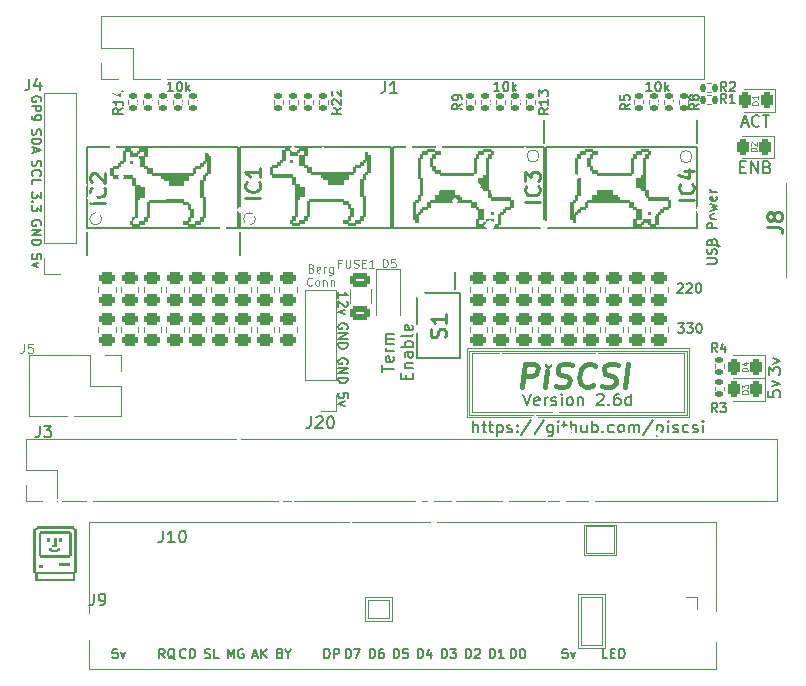
<source format=gbr>
%TF.GenerationSoftware,KiCad,Pcbnew,(6.0.5-0)*%
%TF.CreationDate,2023-01-20T21:15:53-06:00*%
%TF.ProjectId,rascsi_2p6,72617363-7369-45f3-9270-362e6b696361,rev?*%
%TF.SameCoordinates,PX59d60c0PY325aa00*%
%TF.FileFunction,Legend,Top*%
%TF.FilePolarity,Positive*%
%FSLAX46Y46*%
G04 Gerber Fmt 4.6, Leading zero omitted, Abs format (unit mm)*
G04 Created by KiCad (PCBNEW (6.0.5-0)) date 2023-01-20 21:15:53*
%MOMM*%
%LPD*%
G01*
G04 APERTURE LIST*
G04 Aperture macros list*
%AMRoundRect*
0 Rectangle with rounded corners*
0 $1 Rounding radius*
0 $2 $3 $4 $5 $6 $7 $8 $9 X,Y pos of 4 corners*
0 Add a 4 corners polygon primitive as box body*
4,1,4,$2,$3,$4,$5,$6,$7,$8,$9,$2,$3,0*
0 Add four circle primitives for the rounded corners*
1,1,$1+$1,$2,$3*
1,1,$1+$1,$4,$5*
1,1,$1+$1,$6,$7*
1,1,$1+$1,$8,$9*
0 Add four rect primitives between the rounded corners*
20,1,$1+$1,$2,$3,$4,$5,0*
20,1,$1+$1,$4,$5,$6,$7,0*
20,1,$1+$1,$6,$7,$8,$9,0*
20,1,$1+$1,$8,$9,$2,$3,0*%
G04 Aperture macros list end*
%ADD10C,0.120000*%
%ADD11C,0.150000*%
%ADD12C,0.100000*%
%ADD13C,0.400000*%
%ADD14C,0.254000*%
%ADD15C,0.125000*%
%ADD16C,0.200000*%
%ADD17C,0.010000*%
%ADD18RoundRect,0.243750X0.243750X0.456250X-0.243750X0.456250X-0.243750X-0.456250X0.243750X-0.456250X0*%
%ADD19C,0.800000*%
%ADD20C,5.400000*%
%ADD21R,1.700000X1.700000*%
%ADD22O,1.700000X1.700000*%
%ADD23RoundRect,0.250000X-0.450000X0.262500X-0.450000X-0.262500X0.450000X-0.262500X0.450000X0.262500X0*%
%ADD24RoundRect,0.250000X-0.625000X0.375000X-0.625000X-0.375000X0.625000X-0.375000X0.625000X0.375000X0*%
%ADD25R,0.650000X1.950000*%
%ADD26RoundRect,0.135000X-0.135000X-0.185000X0.135000X-0.185000X0.135000X0.185000X-0.135000X0.185000X0*%
%ADD27RoundRect,0.135000X-0.185000X0.135000X-0.185000X-0.135000X0.185000X-0.135000X0.185000X0.135000X0*%
%ADD28RoundRect,0.250000X0.450000X-0.262500X0.450000X0.262500X-0.450000X0.262500X-0.450000X-0.262500X0*%
%ADD29R,0.750000X1.425000*%
%ADD30R,1.100000X1.100000*%
%ADD31R,1.400000X0.400000*%
%ADD32C,2.000000*%
%ADD33R,1.350000X1.350000*%
%ADD34O,1.350000X1.350000*%
%ADD35C,1.545000*%
%ADD36C,4.845000*%
%ADD37C,0.500000*%
G04 APERTURE END LIST*
D10*
X87350453Y-7652000D02*
G75*
G03*
X87350453Y-7652000I-511953J0D01*
G01*
X89950000Y6826000D02*
X87283000Y6826000D01*
X137324953Y-2381500D02*
G75*
G03*
X137324953Y-2381500I-511953J0D01*
G01*
X109594000Y-39672000D02*
X111880000Y-39672000D01*
X111880000Y-39672000D02*
X111880000Y-41704000D01*
X111880000Y-41704000D02*
X109594000Y-41704000D01*
X109594000Y-41704000D02*
X109594000Y-39672000D01*
X128177000Y-33560000D02*
X130844000Y-33560000D01*
X130844000Y-33560000D02*
X130844000Y-36100000D01*
X130844000Y-36100000D02*
X128177000Y-36100000D01*
X128177000Y-36100000D02*
X128177000Y-33560000D01*
X88680000Y4159000D02*
X87283000Y4159000D01*
X124370953Y-2318000D02*
G75*
G03*
X124370953Y-2318000I-511953J0D01*
G01*
X138337000Y4159000D02*
X89950000Y4159000D01*
X118670000Y-19020000D02*
X136670000Y-19020000D01*
X136670000Y-19020000D02*
X136670000Y-24020000D01*
X136670000Y-24020000D02*
X118670000Y-24020000D01*
X118670000Y-24020000D02*
X118670000Y-19020000D01*
X87283000Y9493000D02*
X138337000Y9493000D01*
X87283000Y4159000D02*
X87283000Y5556000D01*
X127882000Y-39672000D02*
X129660000Y-39672000D01*
X129660000Y-39672000D02*
X129660000Y-43736000D01*
X129660000Y-43736000D02*
X127882000Y-43736000D01*
X127882000Y-43736000D02*
X127882000Y-39672000D01*
X89950000Y4159000D02*
X89950000Y6826000D01*
X118470000Y-18820000D02*
X136870000Y-18820000D01*
X136870000Y-18820000D02*
X136870000Y-24220000D01*
X136870000Y-24220000D02*
X118470000Y-24220000D01*
X118470000Y-24220000D02*
X118470000Y-18820000D01*
X118270000Y-18620000D02*
X137070000Y-18620000D01*
X137070000Y-18620000D02*
X137070000Y-24420000D01*
X137070000Y-24420000D02*
X118270000Y-24420000D01*
X118270000Y-24420000D02*
X118270000Y-18620000D01*
X128304000Y-33687000D02*
X130717000Y-33687000D01*
X130717000Y-33687000D02*
X130717000Y-35973000D01*
X130717000Y-35973000D02*
X128304000Y-35973000D01*
X128304000Y-35973000D02*
X128304000Y-33687000D01*
X138337000Y9493000D02*
X138337000Y4159000D01*
X86267000Y-33306000D02*
X139353000Y-33306000D01*
X139353000Y-33306000D02*
X139353000Y-45752000D01*
X139353000Y-45752000D02*
X86267000Y-45752000D01*
X86267000Y-45752000D02*
X86267000Y-33306000D01*
X109848000Y-39926000D02*
X111626000Y-39926000D01*
X111626000Y-39926000D02*
X111626000Y-41450000D01*
X111626000Y-41450000D02*
X109848000Y-41450000D01*
X109848000Y-41450000D02*
X109848000Y-39926000D01*
X87283000Y6826000D02*
X87283000Y9493000D01*
X100367953Y-7652000D02*
G75*
G03*
X100367953Y-7652000I-511953J0D01*
G01*
X127628000Y-39418000D02*
X129914000Y-39418000D01*
X129914000Y-39418000D02*
X129914000Y-43990000D01*
X129914000Y-43990000D02*
X127628000Y-43990000D01*
X127628000Y-43990000D02*
X127628000Y-39418000D01*
D11*
X136131428Y-16501904D02*
X136626666Y-16501904D01*
X136360000Y-16806666D01*
X136474285Y-16806666D01*
X136550476Y-16844761D01*
X136588571Y-16882857D01*
X136626666Y-16959047D01*
X136626666Y-17149523D01*
X136588571Y-17225714D01*
X136550476Y-17263809D01*
X136474285Y-17301904D01*
X136245714Y-17301904D01*
X136169523Y-17263809D01*
X136131428Y-17225714D01*
X136893333Y-16501904D02*
X137388571Y-16501904D01*
X137121904Y-16806666D01*
X137236190Y-16806666D01*
X137312380Y-16844761D01*
X137350476Y-16882857D01*
X137388571Y-16959047D01*
X137388571Y-17149523D01*
X137350476Y-17225714D01*
X137312380Y-17263809D01*
X137236190Y-17301904D01*
X137007619Y-17301904D01*
X136931428Y-17263809D01*
X136893333Y-17225714D01*
X137883809Y-16501904D02*
X137960000Y-16501904D01*
X138036190Y-16540000D01*
X138074285Y-16578095D01*
X138112380Y-16654285D01*
X138150476Y-16806666D01*
X138150476Y-16997142D01*
X138112380Y-17149523D01*
X138074285Y-17225714D01*
X138036190Y-17263809D01*
X137960000Y-17301904D01*
X137883809Y-17301904D01*
X137807619Y-17263809D01*
X137769523Y-17225714D01*
X137731428Y-17149523D01*
X137693333Y-16997142D01*
X137693333Y-16806666D01*
X137731428Y-16654285D01*
X137769523Y-16578095D01*
X137807619Y-16540000D01*
X137883809Y-16501904D01*
X81447390Y-55439D02*
X81409295Y-169725D01*
X81409295Y-360201D01*
X81447390Y-436391D01*
X81485485Y-474487D01*
X81561676Y-512582D01*
X81637866Y-512582D01*
X81714057Y-474487D01*
X81752152Y-436391D01*
X81790247Y-360201D01*
X81828342Y-207820D01*
X81866438Y-131629D01*
X81904533Y-93534D01*
X81980723Y-55439D01*
X82056914Y-55439D01*
X82133104Y-93534D01*
X82171200Y-131629D01*
X82209295Y-207820D01*
X82209295Y-398296D01*
X82171200Y-512582D01*
X81409295Y-855439D02*
X82209295Y-855439D01*
X82209295Y-1045915D01*
X82171200Y-1160201D01*
X82095009Y-1236391D01*
X82018819Y-1274487D01*
X81866438Y-1312582D01*
X81752152Y-1312582D01*
X81599771Y-1274487D01*
X81523580Y-1236391D01*
X81447390Y-1160201D01*
X81409295Y-1045915D01*
X81409295Y-855439D01*
X81637866Y-1617344D02*
X81637866Y-1998296D01*
X81409295Y-1541153D02*
X82209295Y-1807820D01*
X81409295Y-2074487D01*
X81447390Y-2745165D02*
X81409295Y-2859450D01*
X81409295Y-3049926D01*
X81447390Y-3126117D01*
X81485485Y-3164212D01*
X81561676Y-3202307D01*
X81637866Y-3202307D01*
X81714057Y-3164212D01*
X81752152Y-3126117D01*
X81790247Y-3049926D01*
X81828342Y-2897546D01*
X81866438Y-2821355D01*
X81904533Y-2783260D01*
X81980723Y-2745165D01*
X82056914Y-2745165D01*
X82133104Y-2783260D01*
X82171200Y-2821355D01*
X82209295Y-2897546D01*
X82209295Y-3088022D01*
X82171200Y-3202307D01*
X81485485Y-4002307D02*
X81447390Y-3964212D01*
X81409295Y-3849926D01*
X81409295Y-3773736D01*
X81447390Y-3659450D01*
X81523580Y-3583260D01*
X81599771Y-3545165D01*
X81752152Y-3507069D01*
X81866438Y-3507069D01*
X82018819Y-3545165D01*
X82095009Y-3583260D01*
X82171200Y-3659450D01*
X82209295Y-3773736D01*
X82209295Y-3849926D01*
X82171200Y-3964212D01*
X82133104Y-4002307D01*
X81409295Y-4726117D02*
X81409295Y-4345165D01*
X82209295Y-4345165D01*
X133923809Y3162096D02*
X133466666Y3162096D01*
X133695238Y3162096D02*
X133695238Y3962096D01*
X133619047Y3847810D01*
X133542857Y3771620D01*
X133466666Y3733524D01*
X134419047Y3962096D02*
X134495238Y3962096D01*
X134571428Y3924000D01*
X134609523Y3885905D01*
X134647619Y3809715D01*
X134685714Y3657334D01*
X134685714Y3466858D01*
X134647619Y3314477D01*
X134609523Y3238286D01*
X134571428Y3200191D01*
X134495238Y3162096D01*
X134419047Y3162096D01*
X134342857Y3200191D01*
X134304761Y3238286D01*
X134266666Y3314477D01*
X134228571Y3466858D01*
X134228571Y3657334D01*
X134266666Y3809715D01*
X134304761Y3885905D01*
X134342857Y3924000D01*
X134419047Y3962096D01*
X135028571Y3162096D02*
X135028571Y3962096D01*
X135104761Y3466858D02*
X135333333Y3162096D01*
X135333333Y3695429D02*
X135028571Y3390667D01*
X143812380Y-20844285D02*
X143812380Y-20225238D01*
X144193333Y-20558571D01*
X144193333Y-20415714D01*
X144240952Y-20320476D01*
X144288571Y-20272857D01*
X144383809Y-20225238D01*
X144621904Y-20225238D01*
X144717142Y-20272857D01*
X144764761Y-20320476D01*
X144812380Y-20415714D01*
X144812380Y-20701428D01*
X144764761Y-20796666D01*
X144717142Y-20844285D01*
X144145714Y-19891904D02*
X144812380Y-19653809D01*
X144145714Y-19415714D01*
X118771904Y-25732380D02*
X118771904Y-24732380D01*
X119200476Y-25732380D02*
X119200476Y-25208571D01*
X119152857Y-25113333D01*
X119057619Y-25065714D01*
X118914761Y-25065714D01*
X118819523Y-25113333D01*
X118771904Y-25160952D01*
X119533809Y-25065714D02*
X119914761Y-25065714D01*
X119676666Y-24732380D02*
X119676666Y-25589523D01*
X119724285Y-25684761D01*
X119819523Y-25732380D01*
X119914761Y-25732380D01*
X120105238Y-25065714D02*
X120486190Y-25065714D01*
X120248095Y-24732380D02*
X120248095Y-25589523D01*
X120295714Y-25684761D01*
X120390952Y-25732380D01*
X120486190Y-25732380D01*
X120819523Y-25065714D02*
X120819523Y-26065714D01*
X120819523Y-25113333D02*
X120914761Y-25065714D01*
X121105238Y-25065714D01*
X121200476Y-25113333D01*
X121248095Y-25160952D01*
X121295714Y-25256190D01*
X121295714Y-25541904D01*
X121248095Y-25637142D01*
X121200476Y-25684761D01*
X121105238Y-25732380D01*
X120914761Y-25732380D01*
X120819523Y-25684761D01*
X121676666Y-25684761D02*
X121771904Y-25732380D01*
X121962380Y-25732380D01*
X122057619Y-25684761D01*
X122105238Y-25589523D01*
X122105238Y-25541904D01*
X122057619Y-25446666D01*
X121962380Y-25399047D01*
X121819523Y-25399047D01*
X121724285Y-25351428D01*
X121676666Y-25256190D01*
X121676666Y-25208571D01*
X121724285Y-25113333D01*
X121819523Y-25065714D01*
X121962380Y-25065714D01*
X122057619Y-25113333D01*
X122533809Y-25637142D02*
X122581428Y-25684761D01*
X122533809Y-25732380D01*
X122486190Y-25684761D01*
X122533809Y-25637142D01*
X122533809Y-25732380D01*
X122533809Y-25113333D02*
X122581428Y-25160952D01*
X122533809Y-25208571D01*
X122486190Y-25160952D01*
X122533809Y-25113333D01*
X122533809Y-25208571D01*
X123724285Y-24684761D02*
X122867142Y-25970476D01*
X124771904Y-24684761D02*
X123914761Y-25970476D01*
X125533809Y-25065714D02*
X125533809Y-25875238D01*
X125486190Y-25970476D01*
X125438571Y-26018095D01*
X125343333Y-26065714D01*
X125200476Y-26065714D01*
X125105238Y-26018095D01*
X125533809Y-25684761D02*
X125438571Y-25732380D01*
X125248095Y-25732380D01*
X125152857Y-25684761D01*
X125105238Y-25637142D01*
X125057619Y-25541904D01*
X125057619Y-25256190D01*
X125105238Y-25160952D01*
X125152857Y-25113333D01*
X125248095Y-25065714D01*
X125438571Y-25065714D01*
X125533809Y-25113333D01*
X126010000Y-25732380D02*
X126010000Y-25065714D01*
X126010000Y-24732380D02*
X125962380Y-24780000D01*
X126010000Y-24827619D01*
X126057619Y-24780000D01*
X126010000Y-24732380D01*
X126010000Y-24827619D01*
X126343333Y-25065714D02*
X126724285Y-25065714D01*
X126486190Y-24732380D02*
X126486190Y-25589523D01*
X126533809Y-25684761D01*
X126629047Y-25732380D01*
X126724285Y-25732380D01*
X127057619Y-25732380D02*
X127057619Y-24732380D01*
X127486190Y-25732380D02*
X127486190Y-25208571D01*
X127438571Y-25113333D01*
X127343333Y-25065714D01*
X127200476Y-25065714D01*
X127105238Y-25113333D01*
X127057619Y-25160952D01*
X128390952Y-25065714D02*
X128390952Y-25732380D01*
X127962380Y-25065714D02*
X127962380Y-25589523D01*
X128010000Y-25684761D01*
X128105238Y-25732380D01*
X128248095Y-25732380D01*
X128343333Y-25684761D01*
X128390952Y-25637142D01*
X128867142Y-25732380D02*
X128867142Y-24732380D01*
X128867142Y-25113333D02*
X128962380Y-25065714D01*
X129152857Y-25065714D01*
X129248095Y-25113333D01*
X129295714Y-25160952D01*
X129343333Y-25256190D01*
X129343333Y-25541904D01*
X129295714Y-25637142D01*
X129248095Y-25684761D01*
X129152857Y-25732380D01*
X128962380Y-25732380D01*
X128867142Y-25684761D01*
X129771904Y-25637142D02*
X129819523Y-25684761D01*
X129771904Y-25732380D01*
X129724285Y-25684761D01*
X129771904Y-25637142D01*
X129771904Y-25732380D01*
X130676666Y-25684761D02*
X130581428Y-25732380D01*
X130390952Y-25732380D01*
X130295714Y-25684761D01*
X130248095Y-25637142D01*
X130200476Y-25541904D01*
X130200476Y-25256190D01*
X130248095Y-25160952D01*
X130295714Y-25113333D01*
X130390952Y-25065714D01*
X130581428Y-25065714D01*
X130676666Y-25113333D01*
X131248095Y-25732380D02*
X131152857Y-25684761D01*
X131105238Y-25637142D01*
X131057619Y-25541904D01*
X131057619Y-25256190D01*
X131105238Y-25160952D01*
X131152857Y-25113333D01*
X131248095Y-25065714D01*
X131390952Y-25065714D01*
X131486190Y-25113333D01*
X131533809Y-25160952D01*
X131581428Y-25256190D01*
X131581428Y-25541904D01*
X131533809Y-25637142D01*
X131486190Y-25684761D01*
X131390952Y-25732380D01*
X131248095Y-25732380D01*
X132010000Y-25732380D02*
X132010000Y-25065714D01*
X132010000Y-25160952D02*
X132057619Y-25113333D01*
X132152857Y-25065714D01*
X132295714Y-25065714D01*
X132390952Y-25113333D01*
X132438571Y-25208571D01*
X132438571Y-25732380D01*
X132438571Y-25208571D02*
X132486190Y-25113333D01*
X132581428Y-25065714D01*
X132724285Y-25065714D01*
X132819523Y-25113333D01*
X132867142Y-25208571D01*
X132867142Y-25732380D01*
X134057619Y-24684761D02*
X133200476Y-25970476D01*
X134390952Y-25065714D02*
X134390952Y-26065714D01*
X134390952Y-25113333D02*
X134486190Y-25065714D01*
X134676666Y-25065714D01*
X134771904Y-25113333D01*
X134819523Y-25160952D01*
X134867142Y-25256190D01*
X134867142Y-25541904D01*
X134819523Y-25637142D01*
X134771904Y-25684761D01*
X134676666Y-25732380D01*
X134486190Y-25732380D01*
X134390952Y-25684761D01*
X135295714Y-25732380D02*
X135295714Y-25065714D01*
X135295714Y-24732380D02*
X135248095Y-24780000D01*
X135295714Y-24827619D01*
X135343333Y-24780000D01*
X135295714Y-24732380D01*
X135295714Y-24827619D01*
X135724285Y-25684761D02*
X135819523Y-25732380D01*
X136010000Y-25732380D01*
X136105238Y-25684761D01*
X136152857Y-25589523D01*
X136152857Y-25541904D01*
X136105238Y-25446666D01*
X136010000Y-25399047D01*
X135867142Y-25399047D01*
X135771904Y-25351428D01*
X135724285Y-25256190D01*
X135724285Y-25208571D01*
X135771904Y-25113333D01*
X135867142Y-25065714D01*
X136010000Y-25065714D01*
X136105238Y-25113333D01*
X137010000Y-25684761D02*
X136914761Y-25732380D01*
X136724285Y-25732380D01*
X136629047Y-25684761D01*
X136581428Y-25637142D01*
X136533809Y-25541904D01*
X136533809Y-25256190D01*
X136581428Y-25160952D01*
X136629047Y-25113333D01*
X136724285Y-25065714D01*
X136914761Y-25065714D01*
X137010000Y-25113333D01*
X137390952Y-25684761D02*
X137486190Y-25732380D01*
X137676666Y-25732380D01*
X137771904Y-25684761D01*
X137819523Y-25589523D01*
X137819523Y-25541904D01*
X137771904Y-25446666D01*
X137676666Y-25399047D01*
X137533809Y-25399047D01*
X137438571Y-25351428D01*
X137390952Y-25256190D01*
X137390952Y-25208571D01*
X137438571Y-25113333D01*
X137533809Y-25065714D01*
X137676666Y-25065714D01*
X137771904Y-25113333D01*
X138248095Y-25732380D02*
X138248095Y-25065714D01*
X138248095Y-24732380D02*
X138200476Y-24780000D01*
X138248095Y-24827619D01*
X138295714Y-24780000D01*
X138248095Y-24732380D01*
X138248095Y-24827619D01*
X141535952Y436334D02*
X142012142Y436334D01*
X141440714Y150620D02*
X141774047Y1150620D01*
X142107380Y150620D01*
X143012142Y245858D02*
X142964523Y198239D01*
X142821666Y150620D01*
X142726428Y150620D01*
X142583571Y198239D01*
X142488333Y293477D01*
X142440714Y388715D01*
X142393095Y579191D01*
X142393095Y722048D01*
X142440714Y912524D01*
X142488333Y1007762D01*
X142583571Y1103000D01*
X142726428Y1150620D01*
X142821666Y1150620D01*
X142964523Y1103000D01*
X143012142Y1055381D01*
X143297857Y1150620D02*
X143869285Y1150620D01*
X143583571Y150620D02*
X143583571Y1150620D01*
X141416904Y-3262571D02*
X141750238Y-3262571D01*
X141893095Y-3786380D02*
X141416904Y-3786380D01*
X141416904Y-2786380D01*
X141893095Y-2786380D01*
X142321666Y-3786380D02*
X142321666Y-2786380D01*
X142893095Y-3786380D01*
X142893095Y-2786380D01*
X143702619Y-3262571D02*
X143845476Y-3310190D01*
X143893095Y-3357809D01*
X143940714Y-3453047D01*
X143940714Y-3595904D01*
X143893095Y-3691142D01*
X143845476Y-3738761D01*
X143750238Y-3786380D01*
X143369285Y-3786380D01*
X143369285Y-2786380D01*
X143702619Y-2786380D01*
X143797857Y-2834000D01*
X143845476Y-2881619D01*
X143893095Y-2976857D01*
X143893095Y-3072095D01*
X143845476Y-3167333D01*
X143797857Y-3214952D01*
X143702619Y-3262571D01*
X143369285Y-3262571D01*
X111333666Y4008120D02*
X111333666Y3293834D01*
X111286047Y3150977D01*
X111190809Y3055739D01*
X111047952Y3008120D01*
X110952714Y3008120D01*
X112333666Y3008120D02*
X111762238Y3008120D01*
X112047952Y3008120D02*
X112047952Y4008120D01*
X111952714Y3865262D01*
X111857476Y3770024D01*
X111762238Y3722405D01*
X138597404Y-11436214D02*
X139245023Y-11436214D01*
X139321214Y-11398119D01*
X139359309Y-11360023D01*
X139397404Y-11283833D01*
X139397404Y-11131452D01*
X139359309Y-11055261D01*
X139321214Y-11017166D01*
X139245023Y-10979071D01*
X138597404Y-10979071D01*
X139359309Y-10636214D02*
X139397404Y-10521928D01*
X139397404Y-10331452D01*
X139359309Y-10255261D01*
X139321214Y-10217166D01*
X139245023Y-10179071D01*
X139168833Y-10179071D01*
X139092642Y-10217166D01*
X139054547Y-10255261D01*
X139016452Y-10331452D01*
X138978357Y-10483833D01*
X138940261Y-10560023D01*
X138902166Y-10598119D01*
X138825976Y-10636214D01*
X138749785Y-10636214D01*
X138673595Y-10598119D01*
X138635500Y-10560023D01*
X138597404Y-10483833D01*
X138597404Y-10293357D01*
X138635500Y-10179071D01*
X138978357Y-9569547D02*
X139016452Y-9455261D01*
X139054547Y-9417166D01*
X139130738Y-9379071D01*
X139245023Y-9379071D01*
X139321214Y-9417166D01*
X139359309Y-9455261D01*
X139397404Y-9531452D01*
X139397404Y-9836214D01*
X138597404Y-9836214D01*
X138597404Y-9569547D01*
X138635500Y-9493357D01*
X138673595Y-9455261D01*
X138749785Y-9417166D01*
X138825976Y-9417166D01*
X138902166Y-9455261D01*
X138940261Y-9493357D01*
X138978357Y-9569547D01*
X138978357Y-9836214D01*
X139397404Y-8426690D02*
X138597404Y-8426690D01*
X138597404Y-8121928D01*
X138635500Y-8045738D01*
X138673595Y-8007642D01*
X138749785Y-7969547D01*
X138864071Y-7969547D01*
X138940261Y-8007642D01*
X138978357Y-8045738D01*
X139016452Y-8121928D01*
X139016452Y-8426690D01*
X139397404Y-7512404D02*
X139359309Y-7588595D01*
X139321214Y-7626690D01*
X139245023Y-7664785D01*
X139016452Y-7664785D01*
X138940261Y-7626690D01*
X138902166Y-7588595D01*
X138864071Y-7512404D01*
X138864071Y-7398119D01*
X138902166Y-7321928D01*
X138940261Y-7283833D01*
X139016452Y-7245738D01*
X139245023Y-7245738D01*
X139321214Y-7283833D01*
X139359309Y-7321928D01*
X139397404Y-7398119D01*
X139397404Y-7512404D01*
X138864071Y-6979071D02*
X139397404Y-6826690D01*
X139016452Y-6674309D01*
X139397404Y-6521928D01*
X138864071Y-6369547D01*
X139359309Y-5760023D02*
X139397404Y-5836214D01*
X139397404Y-5988595D01*
X139359309Y-6064785D01*
X139283119Y-6102880D01*
X138978357Y-6102880D01*
X138902166Y-6064785D01*
X138864071Y-5988595D01*
X138864071Y-5836214D01*
X138902166Y-5760023D01*
X138978357Y-5721928D01*
X139054547Y-5721928D01*
X139130738Y-6102880D01*
X139397404Y-5379071D02*
X138864071Y-5379071D01*
X139016452Y-5379071D02*
X138940261Y-5340976D01*
X138902166Y-5302880D01*
X138864071Y-5226690D01*
X138864071Y-5150500D01*
X96087619Y-44821809D02*
X96201904Y-44859904D01*
X96392380Y-44859904D01*
X96468571Y-44821809D01*
X96506666Y-44783714D01*
X96544761Y-44707523D01*
X96544761Y-44631333D01*
X96506666Y-44555142D01*
X96468571Y-44517047D01*
X96392380Y-44478952D01*
X96240000Y-44440857D01*
X96163809Y-44402761D01*
X96125714Y-44364666D01*
X96087619Y-44288476D01*
X96087619Y-44212285D01*
X96125714Y-44136095D01*
X96163809Y-44098000D01*
X96240000Y-44059904D01*
X96430476Y-44059904D01*
X96544761Y-44098000D01*
X97268571Y-44859904D02*
X96887619Y-44859904D01*
X96887619Y-44059904D01*
X92658571Y-44859904D02*
X92391904Y-44478952D01*
X92201428Y-44859904D02*
X92201428Y-44059904D01*
X92506190Y-44059904D01*
X92582380Y-44098000D01*
X92620476Y-44136095D01*
X92658571Y-44212285D01*
X92658571Y-44326571D01*
X92620476Y-44402761D01*
X92582380Y-44440857D01*
X92506190Y-44478952D01*
X92201428Y-44478952D01*
X93534761Y-44936095D02*
X93458571Y-44898000D01*
X93382380Y-44821809D01*
X93268095Y-44707523D01*
X93191904Y-44669428D01*
X93115714Y-44669428D01*
X93153809Y-44859904D02*
X93077619Y-44821809D01*
X93001428Y-44745619D01*
X92963333Y-44593238D01*
X92963333Y-44326571D01*
X93001428Y-44174190D01*
X93077619Y-44098000D01*
X93153809Y-44059904D01*
X93306190Y-44059904D01*
X93382380Y-44098000D01*
X93458571Y-44174190D01*
X93496666Y-44326571D01*
X93496666Y-44593238D01*
X93458571Y-44745619D01*
X93382380Y-44821809D01*
X93306190Y-44859904D01*
X93153809Y-44859904D01*
X94455619Y-44783714D02*
X94417523Y-44821809D01*
X94303238Y-44859904D01*
X94227047Y-44859904D01*
X94112761Y-44821809D01*
X94036571Y-44745619D01*
X93998476Y-44669428D01*
X93960380Y-44517047D01*
X93960380Y-44402761D01*
X93998476Y-44250380D01*
X94036571Y-44174190D01*
X94112761Y-44098000D01*
X94227047Y-44059904D01*
X94303238Y-44059904D01*
X94417523Y-44098000D01*
X94455619Y-44136095D01*
X94798476Y-44859904D02*
X94798476Y-44059904D01*
X94988952Y-44059904D01*
X95103238Y-44098000D01*
X95179428Y-44174190D01*
X95217523Y-44250380D01*
X95255619Y-44402761D01*
X95255619Y-44517047D01*
X95217523Y-44669428D01*
X95179428Y-44745619D01*
X95103238Y-44821809D01*
X94988952Y-44859904D01*
X94798476Y-44859904D01*
X88651714Y-44059904D02*
X88270761Y-44059904D01*
X88232666Y-44440857D01*
X88270761Y-44402761D01*
X88346952Y-44364666D01*
X88537428Y-44364666D01*
X88613619Y-44402761D01*
X88651714Y-44440857D01*
X88689809Y-44517047D01*
X88689809Y-44707523D01*
X88651714Y-44783714D01*
X88613619Y-44821809D01*
X88537428Y-44859904D01*
X88346952Y-44859904D01*
X88270761Y-44821809D01*
X88232666Y-44783714D01*
X88956476Y-44326571D02*
X89146952Y-44859904D01*
X89337428Y-44326571D01*
X98005333Y-44859904D02*
X98005333Y-44059904D01*
X98272000Y-44631333D01*
X98538666Y-44059904D01*
X98538666Y-44859904D01*
X99338666Y-44098000D02*
X99262476Y-44059904D01*
X99148190Y-44059904D01*
X99033904Y-44098000D01*
X98957714Y-44174190D01*
X98919619Y-44250380D01*
X98881523Y-44402761D01*
X98881523Y-44517047D01*
X98919619Y-44669428D01*
X98957714Y-44745619D01*
X99033904Y-44821809D01*
X99148190Y-44859904D01*
X99224380Y-44859904D01*
X99338666Y-44821809D01*
X99376761Y-44783714D01*
X99376761Y-44517047D01*
X99224380Y-44517047D01*
X126751714Y-44059904D02*
X126370761Y-44059904D01*
X126332666Y-44440857D01*
X126370761Y-44402761D01*
X126446952Y-44364666D01*
X126637428Y-44364666D01*
X126713619Y-44402761D01*
X126751714Y-44440857D01*
X126789809Y-44517047D01*
X126789809Y-44707523D01*
X126751714Y-44783714D01*
X126713619Y-44821809D01*
X126637428Y-44859904D01*
X126446952Y-44859904D01*
X126370761Y-44821809D01*
X126332666Y-44783714D01*
X127056476Y-44326571D02*
X127246952Y-44859904D01*
X127437428Y-44326571D01*
X100113523Y-44631333D02*
X100494476Y-44631333D01*
X100037333Y-44859904D02*
X100304000Y-44059904D01*
X100570666Y-44859904D01*
X100837333Y-44859904D02*
X100837333Y-44059904D01*
X101294476Y-44859904D02*
X100951619Y-44402761D01*
X101294476Y-44059904D02*
X100837333Y-44517047D01*
X102450285Y-44440857D02*
X102564571Y-44478952D01*
X102602666Y-44517047D01*
X102640761Y-44593238D01*
X102640761Y-44707523D01*
X102602666Y-44783714D01*
X102564571Y-44821809D01*
X102488380Y-44859904D01*
X102183619Y-44859904D01*
X102183619Y-44059904D01*
X102450285Y-44059904D01*
X102526476Y-44098000D01*
X102564571Y-44136095D01*
X102602666Y-44212285D01*
X102602666Y-44288476D01*
X102564571Y-44364666D01*
X102526476Y-44402761D01*
X102450285Y-44440857D01*
X102183619Y-44440857D01*
X103136000Y-44478952D02*
X103136000Y-44859904D01*
X102869333Y-44059904D02*
X103136000Y-44478952D01*
X103402666Y-44059904D01*
X110019523Y-44859904D02*
X110019523Y-44059904D01*
X110210000Y-44059904D01*
X110324285Y-44098000D01*
X110400476Y-44174190D01*
X110438571Y-44250380D01*
X110476666Y-44402761D01*
X110476666Y-44517047D01*
X110438571Y-44669428D01*
X110400476Y-44745619D01*
X110324285Y-44821809D01*
X110210000Y-44859904D01*
X110019523Y-44859904D01*
X111162380Y-44059904D02*
X111010000Y-44059904D01*
X110933809Y-44098000D01*
X110895714Y-44136095D01*
X110819523Y-44250380D01*
X110781428Y-44402761D01*
X110781428Y-44707523D01*
X110819523Y-44783714D01*
X110857619Y-44821809D01*
X110933809Y-44859904D01*
X111086190Y-44859904D01*
X111162380Y-44821809D01*
X111200476Y-44783714D01*
X111238571Y-44707523D01*
X111238571Y-44517047D01*
X111200476Y-44440857D01*
X111162380Y-44402761D01*
X111086190Y-44364666D01*
X110933809Y-44364666D01*
X110857619Y-44402761D01*
X110819523Y-44440857D01*
X110781428Y-44517047D01*
X107987523Y-44859904D02*
X107987523Y-44059904D01*
X108178000Y-44059904D01*
X108292285Y-44098000D01*
X108368476Y-44174190D01*
X108406571Y-44250380D01*
X108444666Y-44402761D01*
X108444666Y-44517047D01*
X108406571Y-44669428D01*
X108368476Y-44745619D01*
X108292285Y-44821809D01*
X108178000Y-44859904D01*
X107987523Y-44859904D01*
X108711333Y-44059904D02*
X109244666Y-44059904D01*
X108901809Y-44859904D01*
X114083523Y-44859904D02*
X114083523Y-44059904D01*
X114274000Y-44059904D01*
X114388285Y-44098000D01*
X114464476Y-44174190D01*
X114502571Y-44250380D01*
X114540666Y-44402761D01*
X114540666Y-44517047D01*
X114502571Y-44669428D01*
X114464476Y-44745619D01*
X114388285Y-44821809D01*
X114274000Y-44859904D01*
X114083523Y-44859904D01*
X115226380Y-44326571D02*
X115226380Y-44859904D01*
X115035904Y-44021809D02*
X114845428Y-44593238D01*
X115340666Y-44593238D01*
X116115523Y-44859904D02*
X116115523Y-44059904D01*
X116306000Y-44059904D01*
X116420285Y-44098000D01*
X116496476Y-44174190D01*
X116534571Y-44250380D01*
X116572666Y-44402761D01*
X116572666Y-44517047D01*
X116534571Y-44669428D01*
X116496476Y-44745619D01*
X116420285Y-44821809D01*
X116306000Y-44859904D01*
X116115523Y-44859904D01*
X116839333Y-44059904D02*
X117334571Y-44059904D01*
X117067904Y-44364666D01*
X117182190Y-44364666D01*
X117258380Y-44402761D01*
X117296476Y-44440857D01*
X117334571Y-44517047D01*
X117334571Y-44707523D01*
X117296476Y-44783714D01*
X117258380Y-44821809D01*
X117182190Y-44859904D01*
X116953619Y-44859904D01*
X116877428Y-44821809D01*
X116839333Y-44783714D01*
X118147523Y-44859904D02*
X118147523Y-44059904D01*
X118338000Y-44059904D01*
X118452285Y-44098000D01*
X118528476Y-44174190D01*
X118566571Y-44250380D01*
X118604666Y-44402761D01*
X118604666Y-44517047D01*
X118566571Y-44669428D01*
X118528476Y-44745619D01*
X118452285Y-44821809D01*
X118338000Y-44859904D01*
X118147523Y-44859904D01*
X118909428Y-44136095D02*
X118947523Y-44098000D01*
X119023714Y-44059904D01*
X119214190Y-44059904D01*
X119290380Y-44098000D01*
X119328476Y-44136095D01*
X119366571Y-44212285D01*
X119366571Y-44288476D01*
X119328476Y-44402761D01*
X118871333Y-44859904D01*
X119366571Y-44859904D01*
X121957523Y-44859904D02*
X121957523Y-44059904D01*
X122148000Y-44059904D01*
X122262285Y-44098000D01*
X122338476Y-44174190D01*
X122376571Y-44250380D01*
X122414666Y-44402761D01*
X122414666Y-44517047D01*
X122376571Y-44669428D01*
X122338476Y-44745619D01*
X122262285Y-44821809D01*
X122148000Y-44859904D01*
X121957523Y-44859904D01*
X122909904Y-44059904D02*
X122986095Y-44059904D01*
X123062285Y-44098000D01*
X123100380Y-44136095D01*
X123138476Y-44212285D01*
X123176571Y-44364666D01*
X123176571Y-44555142D01*
X123138476Y-44707523D01*
X123100380Y-44783714D01*
X123062285Y-44821809D01*
X122986095Y-44859904D01*
X122909904Y-44859904D01*
X122833714Y-44821809D01*
X122795619Y-44783714D01*
X122757523Y-44707523D01*
X122719428Y-44555142D01*
X122719428Y-44364666D01*
X122757523Y-44212285D01*
X122795619Y-44136095D01*
X122833714Y-44098000D01*
X122909904Y-44059904D01*
X120179523Y-44859904D02*
X120179523Y-44059904D01*
X120370000Y-44059904D01*
X120484285Y-44098000D01*
X120560476Y-44174190D01*
X120598571Y-44250380D01*
X120636666Y-44402761D01*
X120636666Y-44517047D01*
X120598571Y-44669428D01*
X120560476Y-44745619D01*
X120484285Y-44821809D01*
X120370000Y-44859904D01*
X120179523Y-44859904D01*
X121398571Y-44859904D02*
X120941428Y-44859904D01*
X121170000Y-44859904D02*
X121170000Y-44059904D01*
X121093809Y-44174190D01*
X121017619Y-44250380D01*
X120941428Y-44288476D01*
X112051523Y-44859904D02*
X112051523Y-44059904D01*
X112242000Y-44059904D01*
X112356285Y-44098000D01*
X112432476Y-44174190D01*
X112470571Y-44250380D01*
X112508666Y-44402761D01*
X112508666Y-44517047D01*
X112470571Y-44669428D01*
X112432476Y-44745619D01*
X112356285Y-44821809D01*
X112242000Y-44859904D01*
X112051523Y-44859904D01*
X113232476Y-44059904D02*
X112851523Y-44059904D01*
X112813428Y-44440857D01*
X112851523Y-44402761D01*
X112927714Y-44364666D01*
X113118190Y-44364666D01*
X113194380Y-44402761D01*
X113232476Y-44440857D01*
X113270571Y-44517047D01*
X113270571Y-44707523D01*
X113232476Y-44783714D01*
X113194380Y-44821809D01*
X113118190Y-44859904D01*
X112927714Y-44859904D01*
X112851523Y-44821809D01*
X112813428Y-44783714D01*
X106190476Y-44859904D02*
X106190476Y-44059904D01*
X106380952Y-44059904D01*
X106495238Y-44098000D01*
X106571428Y-44174190D01*
X106609523Y-44250380D01*
X106647619Y-44402761D01*
X106647619Y-44517047D01*
X106609523Y-44669428D01*
X106571428Y-44745619D01*
X106495238Y-44821809D01*
X106380952Y-44859904D01*
X106190476Y-44859904D01*
X106990476Y-44859904D02*
X106990476Y-44059904D01*
X107295238Y-44059904D01*
X107371428Y-44098000D01*
X107409523Y-44136095D01*
X107447619Y-44212285D01*
X107447619Y-44326571D01*
X107409523Y-44402761D01*
X107371428Y-44440857D01*
X107295238Y-44478952D01*
X106990476Y-44478952D01*
X130161714Y-44859904D02*
X129780761Y-44859904D01*
X129780761Y-44059904D01*
X130428380Y-44440857D02*
X130695047Y-44440857D01*
X130809333Y-44859904D02*
X130428380Y-44859904D01*
X130428380Y-44059904D01*
X130809333Y-44059904D01*
X131152190Y-44859904D02*
X131152190Y-44059904D01*
X131342666Y-44059904D01*
X131456952Y-44098000D01*
X131533142Y-44174190D01*
X131571238Y-44250380D01*
X131609333Y-44402761D01*
X131609333Y-44517047D01*
X131571238Y-44669428D01*
X131533142Y-44745619D01*
X131456952Y-44821809D01*
X131342666Y-44859904D01*
X131152190Y-44859904D01*
X92528476Y-34044380D02*
X92528476Y-34758666D01*
X92480857Y-34901523D01*
X92385619Y-34996761D01*
X92242761Y-35044380D01*
X92147523Y-35044380D01*
X93528476Y-35044380D02*
X92957047Y-35044380D01*
X93242761Y-35044380D02*
X93242761Y-34044380D01*
X93147523Y-34187238D01*
X93052285Y-34282476D01*
X92957047Y-34330095D01*
X94147523Y-34044380D02*
X94242761Y-34044380D01*
X94338000Y-34092000D01*
X94385619Y-34139619D01*
X94433238Y-34234857D01*
X94480857Y-34425333D01*
X94480857Y-34663428D01*
X94433238Y-34853904D01*
X94385619Y-34949142D01*
X94338000Y-34996761D01*
X94242761Y-35044380D01*
X94147523Y-35044380D01*
X94052285Y-34996761D01*
X94004666Y-34949142D01*
X93957047Y-34853904D01*
X93909428Y-34663428D01*
X93909428Y-34425333D01*
X93957047Y-34234857D01*
X94004666Y-34139619D01*
X94052285Y-34092000D01*
X94147523Y-34044380D01*
D12*
X105096666Y-11826500D02*
X105196666Y-11859833D01*
X105230000Y-11893166D01*
X105263333Y-11959833D01*
X105263333Y-12059833D01*
X105230000Y-12126500D01*
X105196666Y-12159833D01*
X105130000Y-12193166D01*
X104863333Y-12193166D01*
X104863333Y-11493166D01*
X105096666Y-11493166D01*
X105163333Y-11526500D01*
X105196666Y-11559833D01*
X105230000Y-11626500D01*
X105230000Y-11693166D01*
X105196666Y-11759833D01*
X105163333Y-11793166D01*
X105096666Y-11826500D01*
X104863333Y-11826500D01*
X105830000Y-12159833D02*
X105763333Y-12193166D01*
X105630000Y-12193166D01*
X105563333Y-12159833D01*
X105530000Y-12093166D01*
X105530000Y-11826500D01*
X105563333Y-11759833D01*
X105630000Y-11726500D01*
X105763333Y-11726500D01*
X105830000Y-11759833D01*
X105863333Y-11826500D01*
X105863333Y-11893166D01*
X105530000Y-11959833D01*
X106163333Y-12193166D02*
X106163333Y-11726500D01*
X106163333Y-11859833D02*
X106196666Y-11793166D01*
X106230000Y-11759833D01*
X106296666Y-11726500D01*
X106363333Y-11726500D01*
X106896666Y-11726500D02*
X106896666Y-12293166D01*
X106863333Y-12359833D01*
X106830000Y-12393166D01*
X106763333Y-12426500D01*
X106663333Y-12426500D01*
X106596666Y-12393166D01*
X106896666Y-12159833D02*
X106830000Y-12193166D01*
X106696666Y-12193166D01*
X106630000Y-12159833D01*
X106596666Y-12126500D01*
X106563333Y-12059833D01*
X106563333Y-11859833D01*
X106596666Y-11793166D01*
X106630000Y-11759833D01*
X106696666Y-11726500D01*
X106830000Y-11726500D01*
X106896666Y-11759833D01*
X105146666Y-13253500D02*
X105113333Y-13286833D01*
X105013333Y-13320166D01*
X104946666Y-13320166D01*
X104846666Y-13286833D01*
X104780000Y-13220166D01*
X104746666Y-13153500D01*
X104713333Y-13020166D01*
X104713333Y-12920166D01*
X104746666Y-12786833D01*
X104780000Y-12720166D01*
X104846666Y-12653500D01*
X104946666Y-12620166D01*
X105013333Y-12620166D01*
X105113333Y-12653500D01*
X105146666Y-12686833D01*
X105546666Y-13320166D02*
X105480000Y-13286833D01*
X105446666Y-13253500D01*
X105413333Y-13186833D01*
X105413333Y-12986833D01*
X105446666Y-12920166D01*
X105480000Y-12886833D01*
X105546666Y-12853500D01*
X105646666Y-12853500D01*
X105713333Y-12886833D01*
X105746666Y-12920166D01*
X105780000Y-12986833D01*
X105780000Y-13186833D01*
X105746666Y-13253500D01*
X105713333Y-13286833D01*
X105646666Y-13320166D01*
X105546666Y-13320166D01*
X106080000Y-12853500D02*
X106080000Y-13320166D01*
X106080000Y-12920166D02*
X106113333Y-12886833D01*
X106180000Y-12853500D01*
X106280000Y-12853500D01*
X106346666Y-12886833D01*
X106380000Y-12953500D01*
X106380000Y-13320166D01*
X106713333Y-12853500D02*
X106713333Y-13320166D01*
X106713333Y-12920166D02*
X106746666Y-12886833D01*
X106813333Y-12853500D01*
X106913333Y-12853500D01*
X106980000Y-12886833D01*
X107013333Y-12953500D01*
X107013333Y-13320166D01*
D11*
X82209295Y-5358699D02*
X82209295Y-5853937D01*
X81904533Y-5587271D01*
X81904533Y-5701556D01*
X81866438Y-5777747D01*
X81828342Y-5815842D01*
X81752152Y-5853937D01*
X81561676Y-5853937D01*
X81485485Y-5815842D01*
X81447390Y-5777747D01*
X81409295Y-5701556D01*
X81409295Y-5472985D01*
X81447390Y-5396795D01*
X81485485Y-5358699D01*
X81485485Y-6196795D02*
X81447390Y-6234890D01*
X81409295Y-6196795D01*
X81447390Y-6158699D01*
X81485485Y-6196795D01*
X81409295Y-6196795D01*
X82209295Y-6501556D02*
X82209295Y-6996795D01*
X81904533Y-6730128D01*
X81904533Y-6844414D01*
X81866438Y-6920604D01*
X81828342Y-6958699D01*
X81752152Y-6996795D01*
X81561676Y-6996795D01*
X81485485Y-6958699D01*
X81447390Y-6920604D01*
X81409295Y-6844414D01*
X81409295Y-6615842D01*
X81447390Y-6539652D01*
X81485485Y-6501556D01*
X93385409Y3162096D02*
X92928266Y3162096D01*
X93156838Y3162096D02*
X93156838Y3962096D01*
X93080647Y3847810D01*
X93004457Y3771620D01*
X92928266Y3733524D01*
X93880647Y3962096D02*
X93956838Y3962096D01*
X94033028Y3924000D01*
X94071123Y3885905D01*
X94109219Y3809715D01*
X94147314Y3657334D01*
X94147314Y3466858D01*
X94109219Y3314477D01*
X94071123Y3238286D01*
X94033028Y3200191D01*
X93956838Y3162096D01*
X93880647Y3162096D01*
X93804457Y3200191D01*
X93766361Y3238286D01*
X93728266Y3314477D01*
X93690171Y3466858D01*
X93690171Y3657334D01*
X93728266Y3809715D01*
X93766361Y3885905D01*
X93804457Y3924000D01*
X93880647Y3962096D01*
X94490171Y3162096D02*
X94490171Y3962096D01*
X94566361Y3466858D02*
X94794933Y3162096D01*
X94794933Y3695429D02*
X94490171Y3390667D01*
X82209295Y-11042914D02*
X82209295Y-10661961D01*
X81828342Y-10623866D01*
X81866438Y-10661961D01*
X81904533Y-10738152D01*
X81904533Y-10928628D01*
X81866438Y-11004819D01*
X81828342Y-11042914D01*
X81752152Y-11081009D01*
X81561676Y-11081009D01*
X81485485Y-11042914D01*
X81447390Y-11004819D01*
X81409295Y-10928628D01*
X81409295Y-10738152D01*
X81447390Y-10661961D01*
X81485485Y-10623866D01*
X81942628Y-11347676D02*
X81409295Y-11538152D01*
X81942628Y-11728628D01*
X86654666Y-39378380D02*
X86654666Y-40092666D01*
X86607047Y-40235523D01*
X86511809Y-40330761D01*
X86368952Y-40378380D01*
X86273714Y-40378380D01*
X87178476Y-40378380D02*
X87368952Y-40378380D01*
X87464190Y-40330761D01*
X87511809Y-40283142D01*
X87607047Y-40140285D01*
X87654666Y-39949809D01*
X87654666Y-39568857D01*
X87607047Y-39473619D01*
X87559428Y-39426000D01*
X87464190Y-39378380D01*
X87273714Y-39378380D01*
X87178476Y-39426000D01*
X87130857Y-39473619D01*
X87083238Y-39568857D01*
X87083238Y-39806952D01*
X87130857Y-39902190D01*
X87178476Y-39949809D01*
X87273714Y-39997428D01*
X87464190Y-39997428D01*
X87559428Y-39949809D01*
X87607047Y-39902190D01*
X87654666Y-39806952D01*
X111057380Y-20620476D02*
X111057380Y-20049047D01*
X112057380Y-20334761D02*
X111057380Y-20334761D01*
X112009761Y-19334761D02*
X112057380Y-19430000D01*
X112057380Y-19620476D01*
X112009761Y-19715714D01*
X111914523Y-19763333D01*
X111533571Y-19763333D01*
X111438333Y-19715714D01*
X111390714Y-19620476D01*
X111390714Y-19430000D01*
X111438333Y-19334761D01*
X111533571Y-19287142D01*
X111628809Y-19287142D01*
X111724047Y-19763333D01*
X112057380Y-18858571D02*
X111390714Y-18858571D01*
X111581190Y-18858571D02*
X111485952Y-18810952D01*
X111438333Y-18763333D01*
X111390714Y-18668095D01*
X111390714Y-18572857D01*
X112057380Y-18239523D02*
X111390714Y-18239523D01*
X111485952Y-18239523D02*
X111438333Y-18191904D01*
X111390714Y-18096666D01*
X111390714Y-17953809D01*
X111438333Y-17858571D01*
X111533571Y-17810952D01*
X112057380Y-17810952D01*
X111533571Y-17810952D02*
X111438333Y-17763333D01*
X111390714Y-17668095D01*
X111390714Y-17525238D01*
X111438333Y-17430000D01*
X111533571Y-17382380D01*
X112057380Y-17382380D01*
X113143571Y-21191904D02*
X113143571Y-20858571D01*
X113667380Y-20715714D02*
X113667380Y-21191904D01*
X112667380Y-21191904D01*
X112667380Y-20715714D01*
X113000714Y-20287142D02*
X113667380Y-20287142D01*
X113095952Y-20287142D02*
X113048333Y-20239523D01*
X113000714Y-20144285D01*
X113000714Y-20001428D01*
X113048333Y-19906190D01*
X113143571Y-19858571D01*
X113667380Y-19858571D01*
X113667380Y-18953809D02*
X113143571Y-18953809D01*
X113048333Y-19001428D01*
X113000714Y-19096666D01*
X113000714Y-19287142D01*
X113048333Y-19382380D01*
X113619761Y-18953809D02*
X113667380Y-19049047D01*
X113667380Y-19287142D01*
X113619761Y-19382380D01*
X113524523Y-19430000D01*
X113429285Y-19430000D01*
X113334047Y-19382380D01*
X113286428Y-19287142D01*
X113286428Y-19049047D01*
X113238809Y-18953809D01*
X113667380Y-18477619D02*
X112667380Y-18477619D01*
X113048333Y-18477619D02*
X113000714Y-18382380D01*
X113000714Y-18191904D01*
X113048333Y-18096666D01*
X113095952Y-18049047D01*
X113191190Y-18001428D01*
X113476904Y-18001428D01*
X113572142Y-18049047D01*
X113619761Y-18096666D01*
X113667380Y-18191904D01*
X113667380Y-18382380D01*
X113619761Y-18477619D01*
X113667380Y-17430000D02*
X113619761Y-17525238D01*
X113524523Y-17572857D01*
X112667380Y-17572857D01*
X113619761Y-16668095D02*
X113667380Y-16763333D01*
X113667380Y-16953809D01*
X113619761Y-17049047D01*
X113524523Y-17096666D01*
X113143571Y-17096666D01*
X113048333Y-17049047D01*
X113000714Y-16953809D01*
X113000714Y-16763333D01*
X113048333Y-16668095D01*
X113143571Y-16620476D01*
X113238809Y-16620476D01*
X113334047Y-17096666D01*
X108130000Y-19891903D02*
X108168095Y-19815712D01*
X108168095Y-19701427D01*
X108130000Y-19587141D01*
X108053809Y-19510950D01*
X107977619Y-19472855D01*
X107825238Y-19434760D01*
X107710952Y-19434760D01*
X107558571Y-19472855D01*
X107482380Y-19510950D01*
X107406190Y-19587141D01*
X107368095Y-19701427D01*
X107368095Y-19777617D01*
X107406190Y-19891903D01*
X107444285Y-19929998D01*
X107710952Y-19929998D01*
X107710952Y-19777617D01*
X107368095Y-20272855D02*
X108168095Y-20272855D01*
X107368095Y-20729998D01*
X108168095Y-20729998D01*
X107368095Y-21110950D02*
X108168095Y-21110950D01*
X108168095Y-21301427D01*
X108130000Y-21415712D01*
X108053809Y-21491903D01*
X107977619Y-21529998D01*
X107825238Y-21568093D01*
X107710952Y-21568093D01*
X107558571Y-21529998D01*
X107482380Y-21491903D01*
X107406190Y-21415712D01*
X107368095Y-21301427D01*
X107368095Y-21110950D01*
X107368095Y-14312857D02*
X107368095Y-13855714D01*
X107368095Y-14084285D02*
X108168095Y-14084285D01*
X108053809Y-14008095D01*
X107977619Y-13931904D01*
X107939523Y-13855714D01*
X108091904Y-14617619D02*
X108130000Y-14655714D01*
X108168095Y-14731904D01*
X108168095Y-14922380D01*
X108130000Y-14998571D01*
X108091904Y-15036666D01*
X108015714Y-15074761D01*
X107939523Y-15074761D01*
X107825238Y-15036666D01*
X107368095Y-14579523D01*
X107368095Y-15074761D01*
X107901428Y-15341428D02*
X107368095Y-15531904D01*
X107901428Y-15722380D01*
X82171200Y-8200805D02*
X82209295Y-8124614D01*
X82209295Y-8010329D01*
X82171200Y-7896043D01*
X82095009Y-7819852D01*
X82018819Y-7781757D01*
X81866438Y-7743662D01*
X81752152Y-7743662D01*
X81599771Y-7781757D01*
X81523580Y-7819852D01*
X81447390Y-7896043D01*
X81409295Y-8010329D01*
X81409295Y-8086519D01*
X81447390Y-8200805D01*
X81485485Y-8238900D01*
X81752152Y-8238900D01*
X81752152Y-8086519D01*
X81409295Y-8581757D02*
X82209295Y-8581757D01*
X81409295Y-9038900D01*
X82209295Y-9038900D01*
X81409295Y-9419852D02*
X82209295Y-9419852D01*
X82209295Y-9610329D01*
X82171200Y-9724614D01*
X82095009Y-9800805D01*
X82018819Y-9838900D01*
X81866438Y-9876995D01*
X81752152Y-9876995D01*
X81599771Y-9838900D01*
X81523580Y-9800805D01*
X81447390Y-9724614D01*
X81409295Y-9610329D01*
X81409295Y-9419852D01*
X82171200Y2291429D02*
X82209295Y2367620D01*
X82209295Y2481905D01*
X82171200Y2596191D01*
X82095009Y2672381D01*
X82018819Y2710477D01*
X81866438Y2748572D01*
X81752152Y2748572D01*
X81599771Y2710477D01*
X81523580Y2672381D01*
X81447390Y2596191D01*
X81409295Y2481905D01*
X81409295Y2405715D01*
X81447390Y2291429D01*
X81485485Y2253334D01*
X81752152Y2253334D01*
X81752152Y2405715D01*
X81409295Y1910477D02*
X82209295Y1910477D01*
X82209295Y1605715D01*
X82171200Y1529524D01*
X82133104Y1491429D01*
X82056914Y1453334D01*
X81942628Y1453334D01*
X81866438Y1491429D01*
X81828342Y1529524D01*
X81790247Y1605715D01*
X81790247Y1910477D01*
X81409295Y1072381D02*
X81409295Y920000D01*
X81447390Y843810D01*
X81485485Y805715D01*
X81599771Y729524D01*
X81752152Y691429D01*
X82056914Y691429D01*
X82133104Y729524D01*
X82171200Y767620D01*
X82209295Y843810D01*
X82209295Y996191D01*
X82171200Y1072381D01*
X82133104Y1110477D01*
X82056914Y1148572D01*
X81866438Y1148572D01*
X81790247Y1110477D01*
X81752152Y1072381D01*
X81714057Y996191D01*
X81714057Y843810D01*
X81752152Y767620D01*
X81790247Y729524D01*
X81866438Y691429D01*
X121020609Y3162096D02*
X120563466Y3162096D01*
X120792038Y3162096D02*
X120792038Y3962096D01*
X120715847Y3847810D01*
X120639657Y3771620D01*
X120563466Y3733524D01*
X121515847Y3962096D02*
X121592038Y3962096D01*
X121668228Y3924000D01*
X121706323Y3885905D01*
X121744419Y3809715D01*
X121782514Y3657334D01*
X121782514Y3466858D01*
X121744419Y3314477D01*
X121706323Y3238286D01*
X121668228Y3200191D01*
X121592038Y3162096D01*
X121515847Y3162096D01*
X121439657Y3200191D01*
X121401561Y3238286D01*
X121363466Y3314477D01*
X121325371Y3466858D01*
X121325371Y3657334D01*
X121363466Y3809715D01*
X121401561Y3885905D01*
X121439657Y3924000D01*
X121515847Y3962096D01*
X122125371Y3162096D02*
X122125371Y3962096D01*
X122201561Y3466858D02*
X122430133Y3162096D01*
X122430133Y3695429D02*
X122125371Y3390667D01*
D13*
X122899702Y-21894761D02*
X123149702Y-19894761D01*
X123911607Y-19894761D01*
X124090178Y-19990000D01*
X124173511Y-20085238D01*
X124244940Y-20275714D01*
X124209226Y-20561428D01*
X124090178Y-20751904D01*
X123983035Y-20847142D01*
X123780654Y-20942380D01*
X123018750Y-20942380D01*
X124899702Y-21894761D02*
X125066369Y-20561428D01*
X125149702Y-19894761D02*
X125042559Y-19990000D01*
X125125892Y-20085238D01*
X125233035Y-19990000D01*
X125149702Y-19894761D01*
X125125892Y-20085238D01*
X125768750Y-21799523D02*
X126042559Y-21894761D01*
X126518750Y-21894761D01*
X126721130Y-21799523D01*
X126828273Y-21704285D01*
X126947321Y-21513809D01*
X126971130Y-21323333D01*
X126899702Y-21132857D01*
X126816369Y-21037619D01*
X126637797Y-20942380D01*
X126268750Y-20847142D01*
X126090178Y-20751904D01*
X126006845Y-20656666D01*
X125935416Y-20466190D01*
X125959226Y-20275714D01*
X126078273Y-20085238D01*
X126185416Y-19990000D01*
X126387797Y-19894761D01*
X126863988Y-19894761D01*
X127137797Y-19990000D01*
X128923511Y-21704285D02*
X128816369Y-21799523D01*
X128518750Y-21894761D01*
X128328273Y-21894761D01*
X128054464Y-21799523D01*
X127887797Y-21609047D01*
X127816369Y-21418571D01*
X127768750Y-21037619D01*
X127804464Y-20751904D01*
X127947321Y-20370952D01*
X128066369Y-20180476D01*
X128280654Y-19990000D01*
X128578273Y-19894761D01*
X128768750Y-19894761D01*
X129042559Y-19990000D01*
X129125892Y-20085238D01*
X129673511Y-21799523D02*
X129947321Y-21894761D01*
X130423511Y-21894761D01*
X130625892Y-21799523D01*
X130733035Y-21704285D01*
X130852083Y-21513809D01*
X130875892Y-21323333D01*
X130804464Y-21132857D01*
X130721130Y-21037619D01*
X130542559Y-20942380D01*
X130173511Y-20847142D01*
X129994940Y-20751904D01*
X129911607Y-20656666D01*
X129840178Y-20466190D01*
X129863988Y-20275714D01*
X129983035Y-20085238D01*
X130090178Y-19990000D01*
X130292559Y-19894761D01*
X130768750Y-19894761D01*
X131042559Y-19990000D01*
X131661607Y-21894761D02*
X131911607Y-19894761D01*
D11*
X108130000Y-16949999D02*
X108168095Y-16873808D01*
X108168095Y-16759523D01*
X108130000Y-16645237D01*
X108053809Y-16569046D01*
X107977619Y-16530951D01*
X107825238Y-16492856D01*
X107710952Y-16492856D01*
X107558571Y-16530951D01*
X107482380Y-16569046D01*
X107406190Y-16645237D01*
X107368095Y-16759523D01*
X107368095Y-16835713D01*
X107406190Y-16949999D01*
X107444285Y-16988094D01*
X107710952Y-16988094D01*
X107710952Y-16835713D01*
X107368095Y-17330951D02*
X108168095Y-17330951D01*
X107368095Y-17788094D01*
X108168095Y-17788094D01*
X107368095Y-18169046D02*
X108168095Y-18169046D01*
X108168095Y-18359523D01*
X108130000Y-18473808D01*
X108053809Y-18549999D01*
X107977619Y-18588094D01*
X107825238Y-18626189D01*
X107710952Y-18626189D01*
X107558571Y-18588094D01*
X107482380Y-18549999D01*
X107406190Y-18473808D01*
X107368095Y-18359523D01*
X107368095Y-18169046D01*
X143782380Y-22212857D02*
X143782380Y-22689047D01*
X144258571Y-22736666D01*
X144210952Y-22689047D01*
X144163333Y-22593809D01*
X144163333Y-22355714D01*
X144210952Y-22260476D01*
X144258571Y-22212857D01*
X144353809Y-22165238D01*
X144591904Y-22165238D01*
X144687142Y-22212857D01*
X144734761Y-22260476D01*
X144782380Y-22355714D01*
X144782380Y-22593809D01*
X144734761Y-22689047D01*
X144687142Y-22736666D01*
X144115714Y-21831904D02*
X144782380Y-21593809D01*
X144115714Y-21355714D01*
X122987142Y-22432380D02*
X123320476Y-23432380D01*
X123653809Y-22432380D01*
X124368095Y-23384761D02*
X124272857Y-23432380D01*
X124082380Y-23432380D01*
X123987142Y-23384761D01*
X123939523Y-23289523D01*
X123939523Y-22908571D01*
X123987142Y-22813333D01*
X124082380Y-22765714D01*
X124272857Y-22765714D01*
X124368095Y-22813333D01*
X124415714Y-22908571D01*
X124415714Y-23003809D01*
X123939523Y-23099047D01*
X124844285Y-23432380D02*
X124844285Y-22765714D01*
X124844285Y-22956190D02*
X124891904Y-22860952D01*
X124939523Y-22813333D01*
X125034761Y-22765714D01*
X125130000Y-22765714D01*
X125415714Y-23384761D02*
X125510952Y-23432380D01*
X125701428Y-23432380D01*
X125796666Y-23384761D01*
X125844285Y-23289523D01*
X125844285Y-23241904D01*
X125796666Y-23146666D01*
X125701428Y-23099047D01*
X125558571Y-23099047D01*
X125463333Y-23051428D01*
X125415714Y-22956190D01*
X125415714Y-22908571D01*
X125463333Y-22813333D01*
X125558571Y-22765714D01*
X125701428Y-22765714D01*
X125796666Y-22813333D01*
X126272857Y-23432380D02*
X126272857Y-22765714D01*
X126272857Y-22432380D02*
X126225238Y-22480000D01*
X126272857Y-22527619D01*
X126320476Y-22480000D01*
X126272857Y-22432380D01*
X126272857Y-22527619D01*
X126891904Y-23432380D02*
X126796666Y-23384761D01*
X126749047Y-23337142D01*
X126701428Y-23241904D01*
X126701428Y-22956190D01*
X126749047Y-22860952D01*
X126796666Y-22813333D01*
X126891904Y-22765714D01*
X127034761Y-22765714D01*
X127130000Y-22813333D01*
X127177619Y-22860952D01*
X127225238Y-22956190D01*
X127225238Y-23241904D01*
X127177619Y-23337142D01*
X127130000Y-23384761D01*
X127034761Y-23432380D01*
X126891904Y-23432380D01*
X127653809Y-22765714D02*
X127653809Y-23432380D01*
X127653809Y-22860952D02*
X127701428Y-22813333D01*
X127796666Y-22765714D01*
X127939523Y-22765714D01*
X128034761Y-22813333D01*
X128082380Y-22908571D01*
X128082380Y-23432380D01*
X129272857Y-22527619D02*
X129320476Y-22480000D01*
X129415714Y-22432380D01*
X129653809Y-22432380D01*
X129749047Y-22480000D01*
X129796666Y-22527619D01*
X129844285Y-22622857D01*
X129844285Y-22718095D01*
X129796666Y-22860952D01*
X129225238Y-23432380D01*
X129844285Y-23432380D01*
X130272857Y-23337142D02*
X130320476Y-23384761D01*
X130272857Y-23432380D01*
X130225238Y-23384761D01*
X130272857Y-23337142D01*
X130272857Y-23432380D01*
X131177619Y-22432380D02*
X130987142Y-22432380D01*
X130891904Y-22480000D01*
X130844285Y-22527619D01*
X130749047Y-22670476D01*
X130701428Y-22860952D01*
X130701428Y-23241904D01*
X130749047Y-23337142D01*
X130796666Y-23384761D01*
X130891904Y-23432380D01*
X131082380Y-23432380D01*
X131177619Y-23384761D01*
X131225238Y-23337142D01*
X131272857Y-23241904D01*
X131272857Y-23003809D01*
X131225238Y-22908571D01*
X131177619Y-22860952D01*
X131082380Y-22813333D01*
X130891904Y-22813333D01*
X130796666Y-22860952D01*
X130749047Y-22908571D01*
X130701428Y-23003809D01*
X132130000Y-23432380D02*
X132130000Y-22432380D01*
X132130000Y-23384761D02*
X132034761Y-23432380D01*
X131844285Y-23432380D01*
X131749047Y-23384761D01*
X131701428Y-23337142D01*
X131653809Y-23241904D01*
X131653809Y-22956190D01*
X131701428Y-22860952D01*
X131749047Y-22813333D01*
X131844285Y-22765714D01*
X132034761Y-22765714D01*
X132130000Y-22813333D01*
X136119523Y-13188095D02*
X136157619Y-13150000D01*
X136233809Y-13111904D01*
X136424285Y-13111904D01*
X136500476Y-13150000D01*
X136538571Y-13188095D01*
X136576666Y-13264285D01*
X136576666Y-13340476D01*
X136538571Y-13454761D01*
X136081428Y-13911904D01*
X136576666Y-13911904D01*
X136881428Y-13188095D02*
X136919523Y-13150000D01*
X136995714Y-13111904D01*
X137186190Y-13111904D01*
X137262380Y-13150000D01*
X137300476Y-13188095D01*
X137338571Y-13264285D01*
X137338571Y-13340476D01*
X137300476Y-13454761D01*
X136843333Y-13911904D01*
X137338571Y-13911904D01*
X137833809Y-13111904D02*
X137910000Y-13111904D01*
X137986190Y-13150000D01*
X138024285Y-13188095D01*
X138062380Y-13264285D01*
X138100476Y-13416666D01*
X138100476Y-13607142D01*
X138062380Y-13759523D01*
X138024285Y-13835714D01*
X137986190Y-13873809D01*
X137910000Y-13911904D01*
X137833809Y-13911904D01*
X137757619Y-13873809D01*
X137719523Y-13835714D01*
X137681428Y-13759523D01*
X137643333Y-13607142D01*
X137643333Y-13416666D01*
X137681428Y-13264285D01*
X137719523Y-13188095D01*
X137757619Y-13150000D01*
X137833809Y-13111904D01*
X108168095Y-22795714D02*
X108168095Y-22414761D01*
X107787142Y-22376666D01*
X107825238Y-22414761D01*
X107863333Y-22490952D01*
X107863333Y-22681428D01*
X107825238Y-22757619D01*
X107787142Y-22795714D01*
X107710952Y-22833809D01*
X107520476Y-22833809D01*
X107444285Y-22795714D01*
X107406190Y-22757619D01*
X107368095Y-22681428D01*
X107368095Y-22490952D01*
X107406190Y-22414761D01*
X107444285Y-22376666D01*
X107901428Y-23100476D02*
X107368095Y-23290952D01*
X107901428Y-23481428D01*
D12*
%TO.C,D3*%
X142061856Y-22435547D02*
X141561856Y-22435547D01*
X141561856Y-22316500D01*
X141585666Y-22245071D01*
X141633285Y-22197452D01*
X141680904Y-22173642D01*
X141776142Y-22149833D01*
X141847570Y-22149833D01*
X141942808Y-22173642D01*
X141990427Y-22197452D01*
X142038046Y-22245071D01*
X142061856Y-22316500D01*
X142061856Y-22435547D01*
X141561856Y-21983166D02*
X141561856Y-21673642D01*
X141752332Y-21840309D01*
X141752332Y-21768880D01*
X141776142Y-21721261D01*
X141799951Y-21697452D01*
X141847570Y-21673642D01*
X141966618Y-21673642D01*
X142014237Y-21697452D01*
X142038046Y-21721261D01*
X142061856Y-21768880D01*
X142061856Y-21911738D01*
X142038046Y-21959357D01*
X142014237Y-21983166D01*
%TO.C,D1*%
X142914690Y2011953D02*
X142414690Y2011953D01*
X142414690Y2131000D01*
X142438500Y2202429D01*
X142486119Y2250048D01*
X142533738Y2273858D01*
X142628976Y2297667D01*
X142700404Y2297667D01*
X142795642Y2273858D01*
X142843261Y2250048D01*
X142890880Y2202429D01*
X142914690Y2131000D01*
X142914690Y2011953D01*
X142914690Y2773858D02*
X142914690Y2488143D01*
X142914690Y2631000D02*
X142414690Y2631000D01*
X142486119Y2583381D01*
X142533738Y2535762D01*
X142557547Y2488143D01*
%TO.C,D2*%
X142781523Y-1925047D02*
X142281523Y-1925047D01*
X142281523Y-1806000D01*
X142305333Y-1734571D01*
X142352952Y-1686952D01*
X142400571Y-1663142D01*
X142495809Y-1639333D01*
X142567237Y-1639333D01*
X142662475Y-1663142D01*
X142710094Y-1686952D01*
X142757713Y-1734571D01*
X142781523Y-1806000D01*
X142781523Y-1925047D01*
X142329142Y-1448857D02*
X142305333Y-1425047D01*
X142281523Y-1377428D01*
X142281523Y-1258380D01*
X142305333Y-1210761D01*
X142329142Y-1186952D01*
X142376761Y-1163142D01*
X142424380Y-1163142D01*
X142495809Y-1186952D01*
X142781523Y-1472666D01*
X142781523Y-1163142D01*
D11*
%TO.C,J4*%
X81196666Y4237620D02*
X81196666Y3523334D01*
X81149047Y3380477D01*
X81053809Y3285239D01*
X80910952Y3237620D01*
X80815714Y3237620D01*
X82101428Y3904286D02*
X82101428Y3237620D01*
X81863333Y4285239D02*
X81625238Y3570953D01*
X82244285Y3570953D01*
D12*
%TO.C,FUSE1*%
X107620000Y-11420000D02*
X107386666Y-11420000D01*
X107386666Y-11786666D02*
X107386666Y-11086666D01*
X107720000Y-11086666D01*
X107986666Y-11086666D02*
X107986666Y-11653333D01*
X108020000Y-11720000D01*
X108053333Y-11753333D01*
X108120000Y-11786666D01*
X108253333Y-11786666D01*
X108320000Y-11753333D01*
X108353333Y-11720000D01*
X108386666Y-11653333D01*
X108386666Y-11086666D01*
X108686666Y-11753333D02*
X108786666Y-11786666D01*
X108953333Y-11786666D01*
X109020000Y-11753333D01*
X109053333Y-11720000D01*
X109086666Y-11653333D01*
X109086666Y-11586666D01*
X109053333Y-11520000D01*
X109020000Y-11486666D01*
X108953333Y-11453333D01*
X108820000Y-11420000D01*
X108753333Y-11386666D01*
X108720000Y-11353333D01*
X108686666Y-11286666D01*
X108686666Y-11220000D01*
X108720000Y-11153333D01*
X108753333Y-11120000D01*
X108820000Y-11086666D01*
X108986666Y-11086666D01*
X109086666Y-11120000D01*
X109386666Y-11420000D02*
X109620000Y-11420000D01*
X109720000Y-11786666D02*
X109386666Y-11786666D01*
X109386666Y-11086666D01*
X109720000Y-11086666D01*
X110386666Y-11786666D02*
X109986666Y-11786666D01*
X110186666Y-11786666D02*
X110186666Y-11086666D01*
X110120000Y-11186666D01*
X110053333Y-11253333D01*
X109986666Y-11286666D01*
D14*
%TO.C,IC1*%
X100764523Y-5889761D02*
X99494523Y-5889761D01*
X100643571Y-4559285D02*
X100704047Y-4619761D01*
X100764523Y-4801190D01*
X100764523Y-4922142D01*
X100704047Y-5103571D01*
X100583095Y-5224523D01*
X100462142Y-5285000D01*
X100220238Y-5345476D01*
X100038809Y-5345476D01*
X99796904Y-5285000D01*
X99675952Y-5224523D01*
X99555000Y-5103571D01*
X99494523Y-4922142D01*
X99494523Y-4801190D01*
X99555000Y-4619761D01*
X99615476Y-4559285D01*
X100764523Y-3349761D02*
X100764523Y-4075476D01*
X100764523Y-3712619D02*
X99494523Y-3712619D01*
X99675952Y-3833571D01*
X99796904Y-3954523D01*
X99857380Y-4075476D01*
%TO.C,IC3*%
X124434523Y-6209761D02*
X123164523Y-6209761D01*
X124313571Y-4879285D02*
X124374047Y-4939761D01*
X124434523Y-5121190D01*
X124434523Y-5242142D01*
X124374047Y-5423571D01*
X124253095Y-5544523D01*
X124132142Y-5605000D01*
X123890238Y-5665476D01*
X123708809Y-5665476D01*
X123466904Y-5605000D01*
X123345952Y-5544523D01*
X123225000Y-5423571D01*
X123164523Y-5242142D01*
X123164523Y-5121190D01*
X123225000Y-4939761D01*
X123285476Y-4879285D01*
X123164523Y-4455952D02*
X123164523Y-3669761D01*
X123648333Y-4093095D01*
X123648333Y-3911666D01*
X123708809Y-3790714D01*
X123769285Y-3730238D01*
X123890238Y-3669761D01*
X124192619Y-3669761D01*
X124313571Y-3730238D01*
X124374047Y-3790714D01*
X124434523Y-3911666D01*
X124434523Y-4274523D01*
X124374047Y-4395476D01*
X124313571Y-4455952D01*
D11*
%TO.C,R2*%
X140194666Y3146096D02*
X139928000Y3527048D01*
X139737523Y3146096D02*
X139737523Y3946096D01*
X140042285Y3946096D01*
X140118476Y3908000D01*
X140156571Y3869905D01*
X140194666Y3793715D01*
X140194666Y3679429D01*
X140156571Y3603239D01*
X140118476Y3565143D01*
X140042285Y3527048D01*
X139737523Y3527048D01*
X140499428Y3869905D02*
X140537523Y3908000D01*
X140613714Y3946096D01*
X140804190Y3946096D01*
X140880380Y3908000D01*
X140918476Y3869905D01*
X140956571Y3793715D01*
X140956571Y3717524D01*
X140918476Y3603239D01*
X140461333Y3146096D01*
X140956571Y3146096D01*
%TO.C,R3*%
X139432666Y-24031904D02*
X139166000Y-23650952D01*
X138975523Y-24031904D02*
X138975523Y-23231904D01*
X139280285Y-23231904D01*
X139356476Y-23270000D01*
X139394571Y-23308095D01*
X139432666Y-23384285D01*
X139432666Y-23498571D01*
X139394571Y-23574761D01*
X139356476Y-23612857D01*
X139280285Y-23650952D01*
X138975523Y-23650952D01*
X139699333Y-23231904D02*
X140194571Y-23231904D01*
X139927904Y-23536666D01*
X140042190Y-23536666D01*
X140118380Y-23574761D01*
X140156476Y-23612857D01*
X140194571Y-23689047D01*
X140194571Y-23879523D01*
X140156476Y-23955714D01*
X140118380Y-23993809D01*
X140042190Y-24031904D01*
X139813619Y-24031904D01*
X139737428Y-23993809D01*
X139699333Y-23955714D01*
%TO.C,R5*%
X132053904Y2104667D02*
X131672952Y1838000D01*
X132053904Y1647524D02*
X131253904Y1647524D01*
X131253904Y1952286D01*
X131292000Y2028477D01*
X131330095Y2066572D01*
X131406285Y2104667D01*
X131520571Y2104667D01*
X131596761Y2066572D01*
X131634857Y2028477D01*
X131672952Y1952286D01*
X131672952Y1647524D01*
X131253904Y2828477D02*
X131253904Y2447524D01*
X131634857Y2409429D01*
X131596761Y2447524D01*
X131558666Y2523715D01*
X131558666Y2714191D01*
X131596761Y2790381D01*
X131634857Y2828477D01*
X131711047Y2866572D01*
X131901523Y2866572D01*
X131977714Y2828477D01*
X132015809Y2790381D01*
X132053904Y2714191D01*
X132053904Y2523715D01*
X132015809Y2447524D01*
X131977714Y2409429D01*
%TO.C,R9*%
X117829904Y2104667D02*
X117448952Y1838000D01*
X117829904Y1647524D02*
X117029904Y1647524D01*
X117029904Y1952286D01*
X117068000Y2028477D01*
X117106095Y2066572D01*
X117182285Y2104667D01*
X117296571Y2104667D01*
X117372761Y2066572D01*
X117410857Y2028477D01*
X117448952Y1952286D01*
X117448952Y1647524D01*
X117829904Y2485620D02*
X117829904Y2638000D01*
X117791809Y2714191D01*
X117753714Y2752286D01*
X117639428Y2828477D01*
X117487047Y2866572D01*
X117182285Y2866572D01*
X117106095Y2828477D01*
X117068000Y2790381D01*
X117029904Y2714191D01*
X117029904Y2561810D01*
X117068000Y2485620D01*
X117106095Y2447524D01*
X117182285Y2409429D01*
X117372761Y2409429D01*
X117448952Y2447524D01*
X117487047Y2485620D01*
X117525142Y2561810D01*
X117525142Y2714191D01*
X117487047Y2790381D01*
X117448952Y2828477D01*
X117372761Y2866572D01*
%TO.C,R13*%
X125136904Y1716715D02*
X124755952Y1450048D01*
X125136904Y1259572D02*
X124336904Y1259572D01*
X124336904Y1564334D01*
X124375000Y1640524D01*
X124413095Y1678620D01*
X124489285Y1716715D01*
X124603571Y1716715D01*
X124679761Y1678620D01*
X124717857Y1640524D01*
X124755952Y1564334D01*
X124755952Y1259572D01*
X125136904Y2478620D02*
X125136904Y2021477D01*
X125136904Y2250048D02*
X124336904Y2250048D01*
X124451190Y2173858D01*
X124527380Y2097667D01*
X124565476Y2021477D01*
X124336904Y2745286D02*
X124336904Y3240524D01*
X124641666Y2973858D01*
X124641666Y3088143D01*
X124679761Y3164334D01*
X124717857Y3202429D01*
X124794047Y3240524D01*
X124984523Y3240524D01*
X125060714Y3202429D01*
X125098809Y3164334D01*
X125136904Y3088143D01*
X125136904Y2859572D01*
X125098809Y2783381D01*
X125060714Y2745286D01*
%TO.C,R22*%
X107610904Y1716715D02*
X107229952Y1450048D01*
X107610904Y1259572D02*
X106810904Y1259572D01*
X106810904Y1564334D01*
X106849000Y1640524D01*
X106887095Y1678620D01*
X106963285Y1716715D01*
X107077571Y1716715D01*
X107153761Y1678620D01*
X107191857Y1640524D01*
X107229952Y1564334D01*
X107229952Y1259572D01*
X106887095Y2021477D02*
X106849000Y2059572D01*
X106810904Y2135762D01*
X106810904Y2326239D01*
X106849000Y2402429D01*
X106887095Y2440524D01*
X106963285Y2478620D01*
X107039476Y2478620D01*
X107153761Y2440524D01*
X107610904Y1983381D01*
X107610904Y2478620D01*
X106887095Y2783381D02*
X106849000Y2821477D01*
X106810904Y2897667D01*
X106810904Y3088143D01*
X106849000Y3164334D01*
X106887095Y3202429D01*
X106963285Y3240524D01*
X107039476Y3240524D01*
X107153761Y3202429D01*
X107610904Y2745286D01*
X107610904Y3240524D01*
%TO.C,R14*%
X89127904Y1723715D02*
X88746952Y1457048D01*
X89127904Y1266572D02*
X88327904Y1266572D01*
X88327904Y1571334D01*
X88366000Y1647524D01*
X88404095Y1685620D01*
X88480285Y1723715D01*
X88594571Y1723715D01*
X88670761Y1685620D01*
X88708857Y1647524D01*
X88746952Y1571334D01*
X88746952Y1266572D01*
X89127904Y2485620D02*
X89127904Y2028477D01*
X89127904Y2257048D02*
X88327904Y2257048D01*
X88442190Y2180858D01*
X88518380Y2104667D01*
X88556476Y2028477D01*
X88594571Y3171334D02*
X89127904Y3171334D01*
X88289809Y2980858D02*
X88861238Y2790381D01*
X88861238Y3285620D01*
D14*
%TO.C,IC4*%
X137474523Y-6039761D02*
X136204523Y-6039761D01*
X137353571Y-4709285D02*
X137414047Y-4769761D01*
X137474523Y-4951190D01*
X137474523Y-5072142D01*
X137414047Y-5253571D01*
X137293095Y-5374523D01*
X137172142Y-5435000D01*
X136930238Y-5495476D01*
X136748809Y-5495476D01*
X136506904Y-5435000D01*
X136385952Y-5374523D01*
X136265000Y-5253571D01*
X136204523Y-5072142D01*
X136204523Y-4951190D01*
X136265000Y-4769761D01*
X136325476Y-4709285D01*
X136627857Y-3620714D02*
X137474523Y-3620714D01*
X136144047Y-3923095D02*
X137051190Y-4225476D01*
X137051190Y-3439285D01*
D11*
%TO.C,R4*%
X139432666Y-18951904D02*
X139166000Y-18570952D01*
X138975523Y-18951904D02*
X138975523Y-18151904D01*
X139280285Y-18151904D01*
X139356476Y-18190000D01*
X139394571Y-18228095D01*
X139432666Y-18304285D01*
X139432666Y-18418571D01*
X139394571Y-18494761D01*
X139356476Y-18532857D01*
X139280285Y-18570952D01*
X138975523Y-18570952D01*
X140118380Y-18418571D02*
X140118380Y-18951904D01*
X139927904Y-18113809D02*
X139737428Y-18685238D01*
X140232666Y-18685238D01*
D14*
%TO.C,S1*%
X116394047Y-17667119D02*
X116454523Y-17485690D01*
X116454523Y-17183309D01*
X116394047Y-17062357D01*
X116333571Y-17001880D01*
X116212619Y-16941404D01*
X116091666Y-16941404D01*
X115970714Y-17001880D01*
X115910238Y-17062357D01*
X115849761Y-17183309D01*
X115789285Y-17425214D01*
X115728809Y-17546166D01*
X115668333Y-17606642D01*
X115547380Y-17667119D01*
X115426428Y-17667119D01*
X115305476Y-17606642D01*
X115245000Y-17546166D01*
X115184523Y-17425214D01*
X115184523Y-17122833D01*
X115245000Y-16941404D01*
X116454523Y-15731880D02*
X116454523Y-16457595D01*
X116454523Y-16094738D02*
X115184523Y-16094738D01*
X115365952Y-16215690D01*
X115486904Y-16336642D01*
X115547380Y-16457595D01*
D12*
%TO.C,D5*%
X111153333Y-11756666D02*
X111153333Y-11056666D01*
X111320000Y-11056666D01*
X111420000Y-11090000D01*
X111486666Y-11156666D01*
X111520000Y-11223333D01*
X111553333Y-11356666D01*
X111553333Y-11456666D01*
X111520000Y-11590000D01*
X111486666Y-11656666D01*
X111420000Y-11723333D01*
X111320000Y-11756666D01*
X111153333Y-11756666D01*
X112186666Y-11056666D02*
X111853333Y-11056666D01*
X111820000Y-11390000D01*
X111853333Y-11356666D01*
X111920000Y-11323333D01*
X112086666Y-11323333D01*
X112153333Y-11356666D01*
X112186666Y-11390000D01*
X112220000Y-11456666D01*
X112220000Y-11623333D01*
X112186666Y-11690000D01*
X112153333Y-11723333D01*
X112086666Y-11756666D01*
X111920000Y-11756666D01*
X111853333Y-11723333D01*
X111820000Y-11690000D01*
D14*
%TO.C,IC2*%
X87654523Y-6339761D02*
X86384523Y-6339761D01*
X87533571Y-5009285D02*
X87594047Y-5069761D01*
X87654523Y-5251190D01*
X87654523Y-5372142D01*
X87594047Y-5553571D01*
X87473095Y-5674523D01*
X87352142Y-5735000D01*
X87110238Y-5795476D01*
X86928809Y-5795476D01*
X86686904Y-5735000D01*
X86565952Y-5674523D01*
X86445000Y-5553571D01*
X86384523Y-5372142D01*
X86384523Y-5251190D01*
X86445000Y-5069761D01*
X86505476Y-5009285D01*
X86505476Y-4525476D02*
X86445000Y-4465000D01*
X86384523Y-4344047D01*
X86384523Y-4041666D01*
X86445000Y-3920714D01*
X86505476Y-3860238D01*
X86626428Y-3799761D01*
X86747380Y-3799761D01*
X86928809Y-3860238D01*
X87654523Y-4585952D01*
X87654523Y-3799761D01*
D12*
%TO.C,D4*%
X142040690Y-20530547D02*
X141540690Y-20530547D01*
X141540690Y-20411500D01*
X141564500Y-20340071D01*
X141612119Y-20292452D01*
X141659738Y-20268642D01*
X141754976Y-20244833D01*
X141826404Y-20244833D01*
X141921642Y-20268642D01*
X141969261Y-20292452D01*
X142016880Y-20340071D01*
X142040690Y-20411500D01*
X142040690Y-20530547D01*
X141707357Y-19816261D02*
X142040690Y-19816261D01*
X141516880Y-19935309D02*
X141874023Y-20054357D01*
X141874023Y-19744833D01*
D11*
%TO.C,R1*%
X140194666Y2130096D02*
X139928000Y2511048D01*
X139737523Y2130096D02*
X139737523Y2930096D01*
X140042285Y2930096D01*
X140118476Y2892000D01*
X140156571Y2853905D01*
X140194666Y2777715D01*
X140194666Y2663429D01*
X140156571Y2587239D01*
X140118476Y2549143D01*
X140042285Y2511048D01*
X139737523Y2511048D01*
X140956571Y2130096D02*
X140499428Y2130096D01*
X140728000Y2130096D02*
X140728000Y2930096D01*
X140651809Y2815810D01*
X140575619Y2739620D01*
X140499428Y2701524D01*
D14*
%TO.C,J8*%
X143696523Y-8345333D02*
X144603666Y-8345333D01*
X144785095Y-8405809D01*
X144906047Y-8526761D01*
X144966523Y-8708190D01*
X144966523Y-8829142D01*
X144240809Y-7559142D02*
X144180333Y-7680095D01*
X144119857Y-7740571D01*
X143998904Y-7801047D01*
X143938428Y-7801047D01*
X143817476Y-7740571D01*
X143757000Y-7680095D01*
X143696523Y-7559142D01*
X143696523Y-7317238D01*
X143757000Y-7196285D01*
X143817476Y-7135809D01*
X143938428Y-7075333D01*
X143998904Y-7075333D01*
X144119857Y-7135809D01*
X144180333Y-7196285D01*
X144240809Y-7317238D01*
X144240809Y-7559142D01*
X144301285Y-7680095D01*
X144361761Y-7740571D01*
X144482714Y-7801047D01*
X144724619Y-7801047D01*
X144845571Y-7740571D01*
X144906047Y-7680095D01*
X144966523Y-7559142D01*
X144966523Y-7317238D01*
X144906047Y-7196285D01*
X144845571Y-7135809D01*
X144724619Y-7075333D01*
X144482714Y-7075333D01*
X144361761Y-7135809D01*
X144301285Y-7196285D01*
X144240809Y-7317238D01*
D11*
%TO.C,J3*%
X82082666Y-25154380D02*
X82082666Y-25868666D01*
X82035047Y-26011523D01*
X81939809Y-26106761D01*
X81796952Y-26154380D01*
X81701714Y-26154380D01*
X82463619Y-25154380D02*
X83082666Y-25154380D01*
X82749333Y-25535333D01*
X82892190Y-25535333D01*
X82987428Y-25582952D01*
X83035047Y-25630571D01*
X83082666Y-25725809D01*
X83082666Y-25963904D01*
X83035047Y-26059142D01*
X82987428Y-26106761D01*
X82892190Y-26154380D01*
X82606476Y-26154380D01*
X82511238Y-26106761D01*
X82463619Y-26059142D01*
%TO.C,R8*%
X137895904Y2104667D02*
X137514952Y1838000D01*
X137895904Y1647524D02*
X137095904Y1647524D01*
X137095904Y1952286D01*
X137134000Y2028477D01*
X137172095Y2066572D01*
X137248285Y2104667D01*
X137362571Y2104667D01*
X137438761Y2066572D01*
X137476857Y2028477D01*
X137514952Y1952286D01*
X137514952Y1647524D01*
X137438761Y2561810D02*
X137400666Y2485620D01*
X137362571Y2447524D01*
X137286380Y2409429D01*
X137248285Y2409429D01*
X137172095Y2447524D01*
X137134000Y2485620D01*
X137095904Y2561810D01*
X137095904Y2714191D01*
X137134000Y2790381D01*
X137172095Y2828477D01*
X137248285Y2866572D01*
X137286380Y2866572D01*
X137362571Y2828477D01*
X137400666Y2790381D01*
X137438761Y2714191D01*
X137438761Y2561810D01*
X137476857Y2485620D01*
X137514952Y2447524D01*
X137591142Y2409429D01*
X137743523Y2409429D01*
X137819714Y2447524D01*
X137857809Y2485620D01*
X137895904Y2561810D01*
X137895904Y2714191D01*
X137857809Y2790381D01*
X137819714Y2828477D01*
X137743523Y2866572D01*
X137591142Y2866572D01*
X137514952Y2828477D01*
X137476857Y2790381D01*
X137438761Y2714191D01*
D15*
%TO.C,J5*%
X80723333Y-18201904D02*
X80723333Y-18773333D01*
X80685238Y-18887619D01*
X80609047Y-18963809D01*
X80494761Y-19001904D01*
X80418571Y-19001904D01*
X81485238Y-18201904D02*
X81104285Y-18201904D01*
X81066190Y-18582857D01*
X81104285Y-18544761D01*
X81180476Y-18506666D01*
X81370952Y-18506666D01*
X81447142Y-18544761D01*
X81485238Y-18582857D01*
X81523333Y-18659047D01*
X81523333Y-18849523D01*
X81485238Y-18925714D01*
X81447142Y-18963809D01*
X81370952Y-19001904D01*
X81180476Y-19001904D01*
X81104285Y-18963809D01*
X81066190Y-18925714D01*
D11*
%TO.C,J20*%
X105060476Y-24362380D02*
X105060476Y-25076666D01*
X105012857Y-25219523D01*
X104917619Y-25314761D01*
X104774761Y-25362380D01*
X104679523Y-25362380D01*
X105489047Y-24457619D02*
X105536666Y-24410000D01*
X105631904Y-24362380D01*
X105870000Y-24362380D01*
X105965238Y-24410000D01*
X106012857Y-24457619D01*
X106060476Y-24552857D01*
X106060476Y-24648095D01*
X106012857Y-24790952D01*
X105441428Y-25362380D01*
X106060476Y-25362380D01*
X106679523Y-24362380D02*
X106774761Y-24362380D01*
X106870000Y-24410000D01*
X106917619Y-24457619D01*
X106965238Y-24552857D01*
X107012857Y-24743333D01*
X107012857Y-24981428D01*
X106965238Y-25171904D01*
X106917619Y-25267142D01*
X106870000Y-25314761D01*
X106774761Y-25362380D01*
X106679523Y-25362380D01*
X106584285Y-25314761D01*
X106536666Y-25267142D01*
X106489047Y-25171904D01*
X106441428Y-24981428D01*
X106441428Y-24743333D01*
X106489047Y-24552857D01*
X106536666Y-24457619D01*
X106584285Y-24410000D01*
X106679523Y-24362380D01*
D10*
%TO.C,D3*%
X143514500Y-21106500D02*
X140829500Y-21106500D01*
X140829500Y-23026500D02*
X143514500Y-23026500D01*
X143514500Y-23026500D02*
X143514500Y-21106500D01*
%TO.C,D1*%
X144388500Y3341000D02*
X141703500Y3341000D01*
X141703500Y1421000D02*
X144388500Y1421000D01*
X144388500Y1421000D02*
X144388500Y3341000D01*
%TO.C,D2*%
X144276500Y-596000D02*
X141591500Y-596000D01*
X144276500Y-2516000D02*
X144276500Y-596000D01*
X141591500Y-2516000D02*
X144276500Y-2516000D01*
%TO.C,J4*%
X83810000Y-12310000D02*
X82480000Y-12310000D01*
X82480000Y-12310000D02*
X82480000Y-10980000D01*
X85140000Y-9710000D02*
X82480000Y-9710000D01*
X82480000Y-9710000D02*
X82480000Y3050000D01*
X85140000Y3050000D02*
X82480000Y3050000D01*
X85140000Y-9710000D02*
X85140000Y3050000D01*
%TO.C,R31*%
X127625000Y-13372936D02*
X127625000Y-13827064D01*
X126155000Y-13372936D02*
X126155000Y-13827064D01*
%TO.C,FUSE1*%
X108340000Y-13597936D02*
X108340000Y-14802064D01*
X110160000Y-13597936D02*
X110160000Y-14802064D01*
D16*
%TO.C,IC1*%
X99054000Y-10685000D02*
X99054000Y-8735000D01*
X111844000Y-8385000D02*
X99044000Y-8385000D01*
X111844000Y-1585000D02*
X111844000Y-8385000D01*
X99044000Y-8385000D02*
X99044000Y-1585000D01*
X99044000Y-1585000D02*
X111844000Y-1585000D01*
%TO.C,IC3*%
X124788000Y715000D02*
X124788000Y-1235000D01*
X124798000Y-1585000D02*
X124798000Y-8385000D01*
X124798000Y-8385000D02*
X111998000Y-8385000D01*
X111998000Y-1585000D02*
X124798000Y-1585000D01*
X111998000Y-8385000D02*
X111998000Y-1585000D01*
D10*
%TO.C,R2*%
X138604859Y3080500D02*
X138912141Y3080500D01*
X138604859Y3840500D02*
X138912141Y3840500D01*
%TO.C,R3*%
X139227000Y-21849359D02*
X139227000Y-22156641D01*
X139987000Y-21849359D02*
X139987000Y-22156641D01*
%TO.C,R5*%
X132432500Y2384641D02*
X132432500Y2077359D01*
X133192500Y2384641D02*
X133192500Y2077359D01*
%TO.C,R6*%
X133702500Y2384641D02*
X133702500Y2077359D01*
X134462500Y2384641D02*
X134462500Y2077359D01*
%TO.C,R7*%
X135732500Y2384641D02*
X135732500Y2077359D01*
X134972500Y2384641D02*
X134972500Y2077359D01*
%TO.C,R9*%
X118145000Y2384641D02*
X118145000Y2077359D01*
X118905000Y2384641D02*
X118905000Y2077359D01*
%TO.C,R11*%
X120685000Y2384641D02*
X120685000Y2077359D01*
X121445000Y2384641D02*
X121445000Y2077359D01*
%TO.C,R12*%
X122715000Y2384641D02*
X122715000Y2077359D01*
X121955000Y2384641D02*
X121955000Y2077359D01*
%TO.C,R13*%
X123985000Y2384641D02*
X123985000Y2077359D01*
X123225000Y2384641D02*
X123225000Y2077359D01*
%TO.C,R15*%
X91600000Y2384641D02*
X91600000Y2077359D01*
X90840000Y2384641D02*
X90840000Y2077359D01*
%TO.C,R16*%
X92870000Y2384641D02*
X92870000Y2077359D01*
X92110000Y2384641D02*
X92110000Y2077359D01*
%TO.C,R19*%
X101889000Y2384641D02*
X101889000Y2077359D01*
X102649000Y2384641D02*
X102649000Y2077359D01*
%TO.C,R20*%
X103919000Y2384641D02*
X103919000Y2077359D01*
X103159000Y2384641D02*
X103159000Y2077359D01*
%TO.C,R21*%
X104429000Y2384641D02*
X104429000Y2077359D01*
X105189000Y2384641D02*
X105189000Y2077359D01*
%TO.C,R22*%
X105699000Y2384641D02*
X105699000Y2077359D01*
X106459000Y2384641D02*
X106459000Y2077359D01*
%TO.C,R23*%
X128067500Y-13372936D02*
X128067500Y-13827064D01*
X129537500Y-13372936D02*
X129537500Y-13827064D01*
%TO.C,R24*%
X129980000Y-13372936D02*
X129980000Y-13827064D01*
X131450000Y-13372936D02*
X131450000Y-13827064D01*
%TO.C,R25*%
X133362500Y-13372936D02*
X133362500Y-13827064D01*
X131892500Y-13372936D02*
X131892500Y-13827064D01*
%TO.C,R26*%
X135275000Y-13372936D02*
X135275000Y-13827064D01*
X133805000Y-13372936D02*
X133805000Y-13827064D01*
%TO.C,R27*%
X118505000Y-13372936D02*
X118505000Y-13827064D01*
X119975000Y-13372936D02*
X119975000Y-13827064D01*
%TO.C,R28*%
X120417500Y-13372936D02*
X120417500Y-13827064D01*
X121887500Y-13372936D02*
X121887500Y-13827064D01*
%TO.C,R29*%
X122330000Y-13372936D02*
X122330000Y-13827064D01*
X123800000Y-13372936D02*
X123800000Y-13827064D01*
%TO.C,R30*%
X125712500Y-13372936D02*
X125712500Y-13827064D01*
X124242500Y-13372936D02*
X124242500Y-13827064D01*
%TO.C,R34*%
X90890000Y-13372936D02*
X90890000Y-13827064D01*
X92360000Y-13372936D02*
X92360000Y-13827064D01*
%TO.C,R35*%
X94272500Y-13372936D02*
X94272500Y-13827064D01*
X92802500Y-13372936D02*
X92802500Y-13827064D01*
%TO.C,R36*%
X96185000Y-13372936D02*
X96185000Y-13827064D01*
X94715000Y-13372936D02*
X94715000Y-13827064D01*
%TO.C,R37*%
X98097500Y-13372936D02*
X98097500Y-13827064D01*
X96627500Y-13372936D02*
X96627500Y-13827064D01*
%TO.C,R38*%
X100010000Y-13372936D02*
X100010000Y-13827064D01*
X98540000Y-13372936D02*
X98540000Y-13827064D01*
%TO.C,R39*%
X101922500Y-13372936D02*
X101922500Y-13827064D01*
X100452500Y-13372936D02*
X100452500Y-13827064D01*
%TO.C,R40*%
X103835000Y-13372936D02*
X103835000Y-13827064D01*
X102365000Y-13372936D02*
X102365000Y-13827064D01*
%TO.C,R41*%
X129537500Y-17227064D02*
X129537500Y-16772936D01*
X128067500Y-17227064D02*
X128067500Y-16772936D01*
%TO.C,R42*%
X129980000Y-17227064D02*
X129980000Y-16772936D01*
X131450000Y-17227064D02*
X131450000Y-16772936D01*
%TO.C,R43*%
X131892500Y-17227064D02*
X131892500Y-16772936D01*
X133362500Y-17227064D02*
X133362500Y-16772936D01*
%TO.C,R44*%
X135275000Y-17227064D02*
X135275000Y-16772936D01*
X133805000Y-17227064D02*
X133805000Y-16772936D01*
%TO.C,R45*%
X118505000Y-17227064D02*
X118505000Y-16772936D01*
X119975000Y-17227064D02*
X119975000Y-16772936D01*
%TO.C,R46*%
X120417500Y-17227064D02*
X120417500Y-16772936D01*
X121887500Y-17227064D02*
X121887500Y-16772936D01*
%TO.C,R47*%
X123800000Y-17227064D02*
X123800000Y-16772936D01*
X122330000Y-17227064D02*
X122330000Y-16772936D01*
%TO.C,R48*%
X124242500Y-17227064D02*
X124242500Y-16772936D01*
X125712500Y-17227064D02*
X125712500Y-16772936D01*
%TO.C,R49*%
X126155000Y-17227064D02*
X126155000Y-16772936D01*
X127625000Y-17227064D02*
X127625000Y-16772936D01*
%TO.C,R50*%
X88535000Y-17227064D02*
X88535000Y-16772936D01*
X87065000Y-17227064D02*
X87065000Y-16772936D01*
%TO.C,R51*%
X88977500Y-17227064D02*
X88977500Y-16772936D01*
X90447500Y-17227064D02*
X90447500Y-16772936D01*
%TO.C,R52*%
X92360000Y-17227064D02*
X92360000Y-16772936D01*
X90890000Y-17227064D02*
X90890000Y-16772936D01*
%TO.C,R53*%
X94272500Y-17227064D02*
X94272500Y-16772936D01*
X92802500Y-17227064D02*
X92802500Y-16772936D01*
%TO.C,R54*%
X96185000Y-17227064D02*
X96185000Y-16772936D01*
X94715000Y-17227064D02*
X94715000Y-16772936D01*
%TO.C,R55*%
X96627500Y-17227064D02*
X96627500Y-16772936D01*
X98097500Y-17227064D02*
X98097500Y-16772936D01*
%TO.C,R56*%
X98540000Y-17227064D02*
X98540000Y-16772936D01*
X100010000Y-17227064D02*
X100010000Y-16772936D01*
%TO.C,R57*%
X100452500Y-17227064D02*
X100452500Y-16772936D01*
X101922500Y-17227064D02*
X101922500Y-16772936D01*
%TO.C,R58*%
X103835000Y-17227064D02*
X103835000Y-16772936D01*
X102365000Y-17227064D02*
X102365000Y-16772936D01*
%TO.C,X2*%
G36*
X94246833Y-6203158D02*
G01*
X94454267Y-6207913D01*
X94661700Y-6212667D01*
X94666741Y-6318501D01*
X94671783Y-6424334D01*
X94856433Y-6424334D01*
X94856433Y-6813801D01*
X94670166Y-6813801D01*
X94670166Y-6424334D01*
X94246833Y-6424334D01*
X94246833Y-6204201D01*
X91368166Y-6204201D01*
X91368166Y-7457267D01*
X91164967Y-7457267D01*
X91164967Y-6204201D01*
X91366476Y-6204201D01*
X91371555Y-6106834D01*
X91376633Y-6009467D01*
X94246833Y-6000809D01*
X94246833Y-6203158D01*
G37*
D17*
X94246833Y-6203158D02*
X94454267Y-6207913D01*
X94661700Y-6212667D01*
X94666741Y-6318501D01*
X94671783Y-6424334D01*
X94856433Y-6424334D01*
X94856433Y-6813801D01*
X94670166Y-6813801D01*
X94670166Y-6424334D01*
X94246833Y-6424334D01*
X94246833Y-6204201D01*
X91368166Y-6204201D01*
X91368166Y-7457267D01*
X91164967Y-7457267D01*
X91164967Y-6204201D01*
X91366476Y-6204201D01*
X91371555Y-6106834D01*
X91376633Y-6009467D01*
X94246833Y-6000809D01*
X94246833Y-6203158D01*
G36*
X88692700Y-3325534D02*
G01*
X88269367Y-3325534D01*
X88269367Y-3139267D01*
X88692700Y-3139267D01*
X88692700Y-3325534D01*
G37*
X88692700Y-3325534D02*
X88269367Y-3325534D01*
X88269367Y-3139267D01*
X88692700Y-3139267D01*
X88692700Y-3325534D01*
G36*
X96295766Y-3952067D02*
G01*
X96092566Y-3952067D01*
X96092566Y-3731934D01*
X96295766Y-3731934D01*
X96295766Y-3952067D01*
G37*
X96295766Y-3952067D02*
X96092566Y-3952067D01*
X96092566Y-3731934D01*
X96295766Y-3731934D01*
X96295766Y-3952067D01*
G36*
X91164967Y-2292601D02*
G01*
X90961767Y-2292601D01*
X90961767Y-1886201D01*
X90538433Y-1886201D01*
X90538433Y-1683001D01*
X91164967Y-1683001D01*
X91164967Y-2292601D01*
G37*
X91164967Y-2292601D02*
X90961767Y-2292601D01*
X90961767Y-1886201D01*
X90538433Y-1886201D01*
X90538433Y-1683001D01*
X91164967Y-1683001D01*
X91164967Y-2292601D01*
G36*
X88269367Y-3952067D02*
G01*
X88066167Y-3952067D01*
X88066167Y-3325534D01*
X88269367Y-3325534D01*
X88269367Y-3952067D01*
G37*
X88269367Y-3952067D02*
X88066167Y-3952067D01*
X88066167Y-3325534D01*
X88269367Y-3325534D01*
X88269367Y-3952067D01*
G36*
X89928833Y-8049934D02*
G01*
X89725633Y-8049934D01*
X89725633Y-7846734D01*
X89928833Y-7846734D01*
X89928833Y-8049934D01*
G37*
X89928833Y-8049934D02*
X89725633Y-8049934D01*
X89725633Y-7846734D01*
X89928833Y-7846734D01*
X89928833Y-8049934D01*
G36*
X94945333Y-6814060D02*
G01*
X95000104Y-6816687D01*
X95042256Y-6823114D01*
X95055803Y-6828008D01*
X95063865Y-6841604D01*
X95069437Y-6872999D01*
X95072718Y-6925950D01*
X95073909Y-7004218D01*
X95073211Y-7111561D01*
X95072736Y-7145249D01*
X95068100Y-7448801D01*
X94962266Y-7453842D01*
X94856433Y-7458883D01*
X94856433Y-7846734D01*
X94670166Y-7846734D01*
X94670166Y-7457267D01*
X94856433Y-7457267D01*
X94856433Y-6813801D01*
X94945333Y-6814060D01*
G37*
X94945333Y-6814060D02*
X95000104Y-6816687D01*
X95042256Y-6823114D01*
X95055803Y-6828008D01*
X95063865Y-6841604D01*
X95069437Y-6872999D01*
X95072718Y-6925950D01*
X95073909Y-7004218D01*
X95073211Y-7111561D01*
X95072736Y-7145249D01*
X95068100Y-7448801D01*
X94962266Y-7453842D01*
X94856433Y-7458883D01*
X94856433Y-7846734D01*
X94670166Y-7846734D01*
X94670166Y-7457267D01*
X94856433Y-7457267D01*
X94856433Y-6813801D01*
X94945333Y-6814060D01*
G36*
X90961767Y-8049934D02*
G01*
X90540049Y-8049934D01*
X90529967Y-8261600D01*
X90241075Y-8266220D01*
X90145387Y-8267087D01*
X90061696Y-8266587D01*
X89995787Y-8264857D01*
X89953445Y-8262033D01*
X89940508Y-8259164D01*
X89934202Y-8237101D01*
X89929963Y-8192102D01*
X89928833Y-8148712D01*
X89928833Y-8049934D01*
X90538433Y-8049934D01*
X90538433Y-7846734D01*
X90961767Y-7846734D01*
X90961767Y-8049934D01*
G37*
X90961767Y-8049934D02*
X90540049Y-8049934D01*
X90529967Y-8261600D01*
X90241075Y-8266220D01*
X90145387Y-8267087D01*
X90061696Y-8266587D01*
X89995787Y-8264857D01*
X89953445Y-8262033D01*
X89940508Y-8259164D01*
X89934202Y-8237101D01*
X89929963Y-8192102D01*
X89928833Y-8148712D01*
X89928833Y-8049934D01*
X90538433Y-8049934D01*
X90538433Y-7846734D01*
X90961767Y-7846734D01*
X90961767Y-8049934D01*
G36*
X89928833Y-2919134D02*
G01*
X89725633Y-2919134D01*
X89725633Y-2715934D01*
X89928833Y-2715934D01*
X89928833Y-2919134D01*
G37*
X89928833Y-2919134D02*
X89725633Y-2919134D01*
X89725633Y-2715934D01*
X89928833Y-2715934D01*
X89928833Y-2919134D01*
G36*
X90961767Y-3139267D02*
G01*
X91164967Y-3139267D01*
X91164967Y-3325534D01*
X90961767Y-3325534D01*
X90961767Y-3140310D01*
X90754333Y-3135555D01*
X90546900Y-3130801D01*
X90542371Y-2711700D01*
X90537842Y-2292601D01*
X90961767Y-2292601D01*
X90961767Y-3139267D01*
G37*
X90961767Y-3139267D02*
X91164967Y-3139267D01*
X91164967Y-3325534D01*
X90961767Y-3325534D01*
X90961767Y-3140310D01*
X90754333Y-3135555D01*
X90546900Y-3130801D01*
X90542371Y-2711700D01*
X90537842Y-2292601D01*
X90961767Y-2292601D01*
X90961767Y-3139267D01*
G36*
X89928833Y-4153651D02*
G01*
X90034666Y-4158692D01*
X90140500Y-4163734D01*
X90145124Y-4464301D01*
X90149748Y-4764867D01*
X90536817Y-4764867D01*
X90541858Y-4870701D01*
X90546900Y-4976534D01*
X90754333Y-4981288D01*
X90961767Y-4986043D01*
X90961767Y-5797800D01*
X90538433Y-5797800D01*
X90538433Y-6001001D01*
X90335597Y-6001001D01*
X90326767Y-7448801D01*
X90237867Y-7453919D01*
X90148966Y-7459037D01*
X90148966Y-7846734D01*
X89928833Y-7846734D01*
X89928833Y-7457267D01*
X90148966Y-7457267D01*
X90148966Y-4766483D01*
X89937300Y-4756401D01*
X89928052Y-4155267D01*
X88269367Y-4155267D01*
X88269367Y-3952067D01*
X89928833Y-3952067D01*
X89928833Y-4153651D01*
G37*
X89928833Y-4153651D02*
X90034666Y-4158692D01*
X90140500Y-4163734D01*
X90145124Y-4464301D01*
X90149748Y-4764867D01*
X90536817Y-4764867D01*
X90541858Y-4870701D01*
X90546900Y-4976534D01*
X90754333Y-4981288D01*
X90961767Y-4986043D01*
X90961767Y-5797800D01*
X90538433Y-5797800D01*
X90538433Y-6001001D01*
X90335597Y-6001001D01*
X90326767Y-7448801D01*
X90237867Y-7453919D01*
X90148966Y-7459037D01*
X90148966Y-7846734D01*
X89928833Y-7846734D01*
X89928833Y-7457267D01*
X90148966Y-7457267D01*
X90148966Y-4766483D01*
X89937300Y-4756401D01*
X89928052Y-4155267D01*
X88269367Y-4155267D01*
X88269367Y-3952067D01*
X89928833Y-3952067D01*
X89928833Y-4153651D01*
G36*
X96092566Y-7457267D02*
G01*
X95906300Y-7457267D01*
X95906300Y-5797800D01*
X96092566Y-5797800D01*
X96092566Y-7457267D01*
G37*
X96092566Y-7457267D02*
X95906300Y-7457267D01*
X95906300Y-5797800D01*
X96092566Y-5797800D01*
X96092566Y-7457267D01*
G36*
X91164967Y-7846734D02*
G01*
X90961767Y-7846734D01*
X90961767Y-7457267D01*
X91164967Y-7457267D01*
X91164967Y-7846734D01*
G37*
X91164967Y-7846734D02*
X90961767Y-7846734D01*
X90961767Y-7457267D01*
X91164967Y-7457267D01*
X91164967Y-7846734D01*
G36*
X91571366Y-3731934D02*
G01*
X91164967Y-3731934D01*
X91164967Y-3325534D01*
X91571366Y-3325534D01*
X91571366Y-3731934D01*
G37*
X91571366Y-3731934D02*
X91164967Y-3731934D01*
X91164967Y-3325534D01*
X91571366Y-3325534D01*
X91571366Y-3731934D01*
G36*
X89725633Y-1886201D02*
G01*
X89302902Y-1886201D01*
X89298368Y-2296834D01*
X89293833Y-2707467D01*
X89204933Y-2712585D01*
X89116033Y-2717704D01*
X89116033Y-2917518D01*
X89010200Y-2922559D01*
X88904366Y-2927601D01*
X88894284Y-3139267D01*
X88692700Y-3139267D01*
X88692700Y-2919134D01*
X88904366Y-2919196D01*
X88892892Y-2715934D01*
X89116033Y-2715934D01*
X89116033Y-1886201D01*
X89302300Y-1886201D01*
X89302300Y-1683001D01*
X89725633Y-1683001D01*
X89725633Y-1886201D01*
G37*
X89725633Y-1886201D02*
X89302902Y-1886201D01*
X89298368Y-2296834D01*
X89293833Y-2707467D01*
X89204933Y-2712585D01*
X89116033Y-2717704D01*
X89116033Y-2917518D01*
X89010200Y-2922559D01*
X88904366Y-2927601D01*
X88894284Y-3139267D01*
X88692700Y-3139267D01*
X88692700Y-2919134D01*
X88904366Y-2919196D01*
X88892892Y-2715934D01*
X89116033Y-2715934D01*
X89116033Y-1886201D01*
X89302300Y-1886201D01*
X89302300Y-1683001D01*
X89725633Y-1683001D01*
X89725633Y-1886201D01*
G36*
X94670166Y-8049934D02*
G01*
X95279766Y-8049934D01*
X95279766Y-7846734D01*
X95703100Y-7846734D01*
X95703100Y-8049934D01*
X95281383Y-8049934D01*
X95276341Y-8155767D01*
X95271300Y-8261600D01*
X94678633Y-8261600D01*
X94673592Y-8155767D01*
X94668550Y-8049934D01*
X94246833Y-8049934D01*
X94246833Y-7846734D01*
X94670166Y-7846734D01*
X94670166Y-8049934D01*
G37*
X94670166Y-8049934D02*
X95279766Y-8049934D01*
X95279766Y-7846734D01*
X95703100Y-7846734D01*
X95703100Y-8049934D01*
X95281383Y-8049934D01*
X95276341Y-8155767D01*
X95271300Y-8261600D01*
X94678633Y-8261600D01*
X94673592Y-8155767D01*
X94668550Y-8049934D01*
X94246833Y-8049934D01*
X94246833Y-7846734D01*
X94670166Y-7846734D01*
X94670166Y-8049934D01*
G36*
X95906300Y-7846734D02*
G01*
X95703100Y-7846734D01*
X95703100Y-7457267D01*
X95906300Y-7457267D01*
X95906300Y-7846734D01*
G37*
X95906300Y-7846734D02*
X95703100Y-7846734D01*
X95703100Y-7457267D01*
X95906300Y-7457267D01*
X95906300Y-7846734D01*
G36*
X96299171Y-2177480D02*
G01*
X96304233Y-2284134D01*
X96405833Y-2292601D01*
X96507433Y-2301067D01*
X96511850Y-3016501D01*
X96516267Y-3731934D01*
X96295766Y-3731934D01*
X96295766Y-2715934D01*
X96092566Y-2715934D01*
X96092566Y-2919134D01*
X95907916Y-2919134D01*
X95902875Y-3024967D01*
X95897833Y-3130801D01*
X95801323Y-3135853D01*
X95704813Y-3140906D01*
X95699723Y-3228987D01*
X95694633Y-3317067D01*
X95487200Y-3321822D01*
X95279766Y-3326576D01*
X95279766Y-3731934D01*
X95068100Y-3731872D01*
X95068100Y-3943601D01*
X94869133Y-3948371D01*
X94670166Y-3953142D01*
X94670166Y-4340491D01*
X94255300Y-4350001D01*
X94250545Y-4557434D01*
X94245791Y-4764867D01*
X93010700Y-4764867D01*
X93010700Y-4341534D01*
X92587367Y-4341534D01*
X92587367Y-4155267D01*
X92401100Y-4155267D01*
X92401100Y-3952067D01*
X91571366Y-3952067D01*
X91571366Y-3732092D01*
X93319733Y-3727780D01*
X95068100Y-3723467D01*
X95072871Y-3524500D01*
X95077641Y-3325534D01*
X95279766Y-3325534D01*
X95279766Y-3139267D01*
X95703100Y-3139267D01*
X95703100Y-2919134D01*
X95906300Y-2919134D01*
X95906300Y-2715934D01*
X96091819Y-2715934D01*
X96101033Y-2080934D01*
X96197571Y-2075880D01*
X96294108Y-2070827D01*
X96299171Y-2177480D01*
G37*
X96299171Y-2177480D02*
X96304233Y-2284134D01*
X96405833Y-2292601D01*
X96507433Y-2301067D01*
X96511850Y-3016501D01*
X96516267Y-3731934D01*
X96295766Y-3731934D01*
X96295766Y-2715934D01*
X96092566Y-2715934D01*
X96092566Y-2919134D01*
X95907916Y-2919134D01*
X95902875Y-3024967D01*
X95897833Y-3130801D01*
X95801323Y-3135853D01*
X95704813Y-3140906D01*
X95699723Y-3228987D01*
X95694633Y-3317067D01*
X95487200Y-3321822D01*
X95279766Y-3326576D01*
X95279766Y-3731934D01*
X95068100Y-3731872D01*
X95068100Y-3943601D01*
X94869133Y-3948371D01*
X94670166Y-3953142D01*
X94670166Y-4340491D01*
X94255300Y-4350001D01*
X94250545Y-4557434D01*
X94245791Y-4764867D01*
X93010700Y-4764867D01*
X93010700Y-4341534D01*
X92587367Y-4341534D01*
X92587367Y-4155267D01*
X92401100Y-4155267D01*
X92401100Y-3952067D01*
X91571366Y-3952067D01*
X91571366Y-3732092D01*
X93319733Y-3727780D01*
X95068100Y-3723467D01*
X95072871Y-3524500D01*
X95077641Y-3325534D01*
X95279766Y-3325534D01*
X95279766Y-3139267D01*
X95703100Y-3139267D01*
X95703100Y-2919134D01*
X95906300Y-2919134D01*
X95906300Y-2715934D01*
X96091819Y-2715934D01*
X96101033Y-2080934D01*
X96197571Y-2075880D01*
X96294108Y-2070827D01*
X96299171Y-2177480D01*
G36*
X95906300Y-5797800D02*
G01*
X95703100Y-5797800D01*
X95703100Y-4341534D01*
X95906300Y-4341534D01*
X95906300Y-5797800D01*
G37*
X95906300Y-5797800D02*
X95703100Y-5797800D01*
X95703100Y-4341534D01*
X95906300Y-4341534D01*
X95906300Y-5797800D01*
G36*
X96092566Y-4341534D02*
G01*
X95906300Y-4341534D01*
X95906300Y-3952067D01*
X96092566Y-3952067D01*
X96092566Y-4341534D01*
G37*
X96092566Y-4341534D02*
X95906300Y-4341534D01*
X95906300Y-3952067D01*
X96092566Y-3952067D01*
X96092566Y-4341534D01*
G36*
X89928833Y-2072467D02*
G01*
X90335233Y-2072467D01*
X90335233Y-1886201D01*
X90538433Y-1886201D01*
X90538433Y-2072467D01*
X90336849Y-2072467D01*
X90331808Y-2178300D01*
X90326767Y-2284134D01*
X89725633Y-2293382D01*
X89725633Y-1886201D01*
X89928833Y-1886201D01*
X89928833Y-2072467D01*
G37*
X89928833Y-2072467D02*
X90335233Y-2072467D01*
X90335233Y-1886201D01*
X90538433Y-1886201D01*
X90538433Y-2072467D01*
X90336849Y-2072467D01*
X90331808Y-2178300D01*
X90326767Y-2284134D01*
X89725633Y-2293382D01*
X89725633Y-1886201D01*
X89928833Y-1886201D01*
X89928833Y-2072467D01*
%TO.C,X4*%
G36*
X132562733Y-8083799D02*
G01*
X132986067Y-8083799D01*
X132986067Y-8286999D01*
X132359533Y-8286999D01*
X132359533Y-7677399D01*
X132562733Y-7677399D01*
X132562733Y-8083799D01*
G37*
X132562733Y-8083799D02*
X132986067Y-8083799D01*
X132986067Y-8286999D01*
X132359533Y-8286999D01*
X132359533Y-7677399D01*
X132562733Y-7677399D01*
X132562733Y-8083799D01*
G36*
X133462804Y-1703413D02*
G01*
X133528713Y-1705143D01*
X133571055Y-1707967D01*
X133583992Y-1710836D01*
X133590298Y-1732899D01*
X133594537Y-1777898D01*
X133595667Y-1821288D01*
X133595667Y-1920066D01*
X132986067Y-1920066D01*
X132986067Y-2123266D01*
X132562733Y-2123266D01*
X132562733Y-1920066D01*
X132984451Y-1920066D01*
X132994533Y-1708400D01*
X133283425Y-1703780D01*
X133379113Y-1702913D01*
X133462804Y-1703413D01*
G37*
X133462804Y-1703413D02*
X133528713Y-1705143D01*
X133571055Y-1707967D01*
X133583992Y-1710836D01*
X133590298Y-1732899D01*
X133594537Y-1777898D01*
X133595667Y-1821288D01*
X133595667Y-1920066D01*
X132986067Y-1920066D01*
X132986067Y-2123266D01*
X132562733Y-2123266D01*
X132562733Y-1920066D01*
X132984451Y-1920066D01*
X132994533Y-1708400D01*
X133283425Y-1703780D01*
X133379113Y-1702913D01*
X133462804Y-1703413D01*
G36*
X127821400Y-5628466D02*
G01*
X127618200Y-5628466D01*
X127618200Y-4172200D01*
X127821400Y-4172200D01*
X127821400Y-5628466D01*
G37*
X127821400Y-5628466D02*
X127618200Y-5628466D01*
X127618200Y-4172200D01*
X127821400Y-4172200D01*
X127821400Y-5628466D01*
G36*
X132359533Y-3765799D02*
G01*
X132158024Y-3765799D01*
X132152945Y-3863166D01*
X132147867Y-3960533D01*
X129277667Y-3969191D01*
X129277667Y-3766842D01*
X129070233Y-3762087D01*
X128862800Y-3757333D01*
X128857759Y-3651499D01*
X128852717Y-3545666D01*
X128668067Y-3545666D01*
X128668067Y-3156199D01*
X128854334Y-3156199D01*
X128854334Y-3545666D01*
X129277667Y-3545666D01*
X129277667Y-3765799D01*
X132156334Y-3765799D01*
X132156334Y-2512733D01*
X132359533Y-2512733D01*
X132359533Y-3765799D01*
G37*
X132359533Y-3765799D02*
X132158024Y-3765799D01*
X132152945Y-3863166D01*
X132147867Y-3960533D01*
X129277667Y-3969191D01*
X129277667Y-3766842D01*
X129070233Y-3762087D01*
X128862800Y-3757333D01*
X128857759Y-3651499D01*
X128852717Y-3545666D01*
X128668067Y-3545666D01*
X128668067Y-3156199D01*
X128854334Y-3156199D01*
X128854334Y-3545666D01*
X129277667Y-3545666D01*
X129277667Y-3765799D01*
X132156334Y-3765799D01*
X132156334Y-2512733D01*
X132359533Y-2512733D01*
X132359533Y-3765799D01*
G36*
X134831800Y-7050866D02*
G01*
X134620134Y-7050804D01*
X134631608Y-7254066D01*
X134408467Y-7254066D01*
X134408467Y-8083799D01*
X134222200Y-8083799D01*
X134222200Y-8286999D01*
X133798867Y-8286999D01*
X133798867Y-8083799D01*
X134221598Y-8083799D01*
X134226132Y-7673166D01*
X134230667Y-7262533D01*
X134319567Y-7257415D01*
X134408467Y-7252296D01*
X134408467Y-7052482D01*
X134514300Y-7047441D01*
X134620134Y-7042399D01*
X134630216Y-6830733D01*
X134831800Y-6830733D01*
X134831800Y-7050866D01*
G37*
X134831800Y-7050866D02*
X134620134Y-7050804D01*
X134631608Y-7254066D01*
X134408467Y-7254066D01*
X134408467Y-8083799D01*
X134222200Y-8083799D01*
X134222200Y-8286999D01*
X133798867Y-8286999D01*
X133798867Y-8083799D01*
X134221598Y-8083799D01*
X134226132Y-7673166D01*
X134230667Y-7262533D01*
X134319567Y-7257415D01*
X134408467Y-7252296D01*
X134408467Y-7052482D01*
X134514300Y-7047441D01*
X134620134Y-7042399D01*
X134630216Y-6830733D01*
X134831800Y-6830733D01*
X134831800Y-7050866D01*
G36*
X135458333Y-6644466D02*
G01*
X135255133Y-6644466D01*
X135255133Y-6017933D01*
X135458333Y-6017933D01*
X135458333Y-6644466D01*
G37*
X135458333Y-6644466D02*
X135255133Y-6644466D01*
X135255133Y-6017933D01*
X135458333Y-6017933D01*
X135458333Y-6644466D01*
G36*
X133595667Y-2512733D02*
G01*
X133375534Y-2512733D01*
X133375534Y-5203517D01*
X133587200Y-5213599D01*
X133596448Y-5814733D01*
X135255133Y-5814733D01*
X135255133Y-6017933D01*
X133595667Y-6017933D01*
X133595667Y-5816349D01*
X133489834Y-5811308D01*
X133384000Y-5806266D01*
X133379376Y-5505699D01*
X133374752Y-5205133D01*
X132987683Y-5205133D01*
X132982642Y-5099299D01*
X132977600Y-4993466D01*
X132770167Y-4988712D01*
X132562733Y-4983957D01*
X132562733Y-4172200D01*
X132986067Y-4172200D01*
X132986067Y-3968999D01*
X133188903Y-3968999D01*
X133197733Y-2521199D01*
X133286633Y-2516081D01*
X133375534Y-2510963D01*
X133375534Y-2123266D01*
X133595667Y-2123266D01*
X133595667Y-2512733D01*
G37*
X133595667Y-2512733D02*
X133375534Y-2512733D01*
X133375534Y-5203517D01*
X133587200Y-5213599D01*
X133596448Y-5814733D01*
X135255133Y-5814733D01*
X135255133Y-6017933D01*
X133595667Y-6017933D01*
X133595667Y-5816349D01*
X133489834Y-5811308D01*
X133384000Y-5806266D01*
X133379376Y-5505699D01*
X133374752Y-5205133D01*
X132987683Y-5205133D01*
X132982642Y-5099299D01*
X132977600Y-4993466D01*
X132770167Y-4988712D01*
X132562733Y-4983957D01*
X132562733Y-4172200D01*
X132986067Y-4172200D01*
X132986067Y-3968999D01*
X133188903Y-3968999D01*
X133197733Y-2521199D01*
X133286633Y-2516081D01*
X133375534Y-2510963D01*
X133375534Y-2123266D01*
X133595667Y-2123266D01*
X133595667Y-2512733D01*
G36*
X135255133Y-6830733D02*
G01*
X134831800Y-6830733D01*
X134831800Y-6644466D01*
X135255133Y-6644466D01*
X135255133Y-6830733D01*
G37*
X135255133Y-6830733D02*
X134831800Y-6830733D01*
X134831800Y-6644466D01*
X135255133Y-6644466D01*
X135255133Y-6830733D01*
G36*
X133798867Y-8083799D02*
G01*
X133595667Y-8083799D01*
X133595667Y-7897533D01*
X133189267Y-7897533D01*
X133189267Y-8083799D01*
X132986067Y-8083799D01*
X132986067Y-7897533D01*
X133187651Y-7897533D01*
X133192692Y-7791700D01*
X133197733Y-7685866D01*
X133798867Y-7676618D01*
X133798867Y-8083799D01*
G37*
X133798867Y-8083799D02*
X133595667Y-8083799D01*
X133595667Y-7897533D01*
X133189267Y-7897533D01*
X133189267Y-8083799D01*
X132986067Y-8083799D01*
X132986067Y-7897533D01*
X133187651Y-7897533D01*
X133192692Y-7791700D01*
X133197733Y-7685866D01*
X133798867Y-7676618D01*
X133798867Y-8083799D01*
G36*
X133798867Y-2123266D02*
G01*
X133595667Y-2123266D01*
X133595667Y-1920066D01*
X133798867Y-1920066D01*
X133798867Y-2123266D01*
G37*
X133798867Y-2123266D02*
X133595667Y-2123266D01*
X133595667Y-1920066D01*
X133798867Y-1920066D01*
X133798867Y-2123266D01*
G36*
X132359533Y-6644466D02*
G01*
X131953134Y-6644466D01*
X131953134Y-6238066D01*
X132359533Y-6238066D01*
X132359533Y-6644466D01*
G37*
X132359533Y-6644466D02*
X131953134Y-6644466D01*
X131953134Y-6238066D01*
X132359533Y-6238066D01*
X132359533Y-6644466D01*
G36*
X132562733Y-6829690D02*
G01*
X132770167Y-6834445D01*
X132977600Y-6839199D01*
X132982129Y-7258300D01*
X132986658Y-7677399D01*
X132562733Y-7677399D01*
X132562733Y-6830733D01*
X132359533Y-6830733D01*
X132359533Y-6644466D01*
X132562733Y-6644466D01*
X132562733Y-6829690D01*
G37*
X132562733Y-6829690D02*
X132770167Y-6834445D01*
X132977600Y-6839199D01*
X132982129Y-7258300D01*
X132986658Y-7677399D01*
X132562733Y-7677399D01*
X132562733Y-6830733D01*
X132359533Y-6830733D01*
X132359533Y-6644466D01*
X132562733Y-6644466D01*
X132562733Y-6829690D01*
G36*
X133798867Y-7254066D02*
G01*
X133595667Y-7254066D01*
X133595667Y-7050866D01*
X133798867Y-7050866D01*
X133798867Y-7254066D01*
G37*
X133798867Y-7254066D02*
X133595667Y-7254066D01*
X133595667Y-7050866D01*
X133798867Y-7050866D01*
X133798867Y-7254066D01*
G36*
X128850908Y-1814233D02*
G01*
X128855950Y-1920066D01*
X129277667Y-1920066D01*
X129277667Y-2123266D01*
X128854334Y-2123266D01*
X128854334Y-1920066D01*
X128244734Y-1920066D01*
X128244734Y-2123266D01*
X127821400Y-2123266D01*
X127821400Y-1920066D01*
X128243117Y-1920066D01*
X128248159Y-1814233D01*
X128253200Y-1708400D01*
X128845867Y-1708400D01*
X128850908Y-1814233D01*
G37*
X128850908Y-1814233D02*
X128855950Y-1920066D01*
X129277667Y-1920066D01*
X129277667Y-2123266D01*
X128854334Y-2123266D01*
X128854334Y-1920066D01*
X128244734Y-1920066D01*
X128244734Y-2123266D01*
X127821400Y-2123266D01*
X127821400Y-1920066D01*
X128243117Y-1920066D01*
X128248159Y-1814233D01*
X128253200Y-1708400D01*
X128845867Y-1708400D01*
X128850908Y-1814233D01*
G36*
X127618200Y-4172200D02*
G01*
X127431934Y-4172200D01*
X127431934Y-2512733D01*
X127618200Y-2512733D01*
X127618200Y-4172200D01*
G37*
X127618200Y-4172200D02*
X127431934Y-4172200D01*
X127431934Y-2512733D01*
X127618200Y-2512733D01*
X127618200Y-4172200D01*
G36*
X128854334Y-2512733D02*
G01*
X128668067Y-2512733D01*
X128668067Y-3156199D01*
X128579167Y-3155940D01*
X128524396Y-3153313D01*
X128482244Y-3146886D01*
X128468697Y-3141992D01*
X128460635Y-3128396D01*
X128455063Y-3097001D01*
X128451782Y-3044050D01*
X128450591Y-2965782D01*
X128451289Y-2858439D01*
X128451764Y-2824751D01*
X128456400Y-2521199D01*
X128562234Y-2516158D01*
X128668067Y-2511117D01*
X128668067Y-2123266D01*
X128854334Y-2123266D01*
X128854334Y-2512733D01*
G37*
X128854334Y-2512733D02*
X128668067Y-2512733D01*
X128668067Y-3156199D01*
X128579167Y-3155940D01*
X128524396Y-3153313D01*
X128482244Y-3146886D01*
X128468697Y-3141992D01*
X128460635Y-3128396D01*
X128455063Y-3097001D01*
X128451782Y-3044050D01*
X128450591Y-2965782D01*
X128451289Y-2858439D01*
X128451764Y-2824751D01*
X128456400Y-2521199D01*
X128562234Y-2516158D01*
X128668067Y-2511117D01*
X128668067Y-2123266D01*
X128854334Y-2123266D01*
X128854334Y-2512733D01*
G36*
X127618200Y-6017933D02*
G01*
X127431934Y-6017933D01*
X127431934Y-5628466D01*
X127618200Y-5628466D01*
X127618200Y-6017933D01*
G37*
X127618200Y-6017933D02*
X127431934Y-6017933D01*
X127431934Y-5628466D01*
X127618200Y-5628466D01*
X127618200Y-6017933D01*
G36*
X132562733Y-2512733D02*
G01*
X132359533Y-2512733D01*
X132359533Y-2123266D01*
X132562733Y-2123266D01*
X132562733Y-2512733D01*
G37*
X132562733Y-2512733D02*
X132359533Y-2512733D01*
X132359533Y-2123266D01*
X132562733Y-2123266D01*
X132562733Y-2512733D01*
G36*
X127821400Y-2512733D02*
G01*
X127618200Y-2512733D01*
X127618200Y-2123266D01*
X127821400Y-2123266D01*
X127821400Y-2512733D01*
G37*
X127821400Y-2512733D02*
X127618200Y-2512733D01*
X127618200Y-2123266D01*
X127821400Y-2123266D01*
X127821400Y-2512733D01*
G36*
X130513800Y-5628466D02*
G01*
X130937133Y-5628466D01*
X130937133Y-5814733D01*
X131123400Y-5814733D01*
X131123400Y-6017933D01*
X131953134Y-6017933D01*
X131953134Y-6237908D01*
X130204767Y-6242220D01*
X128456400Y-6246533D01*
X128451629Y-6445500D01*
X128446859Y-6644466D01*
X128244734Y-6644466D01*
X128244734Y-6830733D01*
X127821400Y-6830733D01*
X127821400Y-7050866D01*
X127618200Y-7050866D01*
X127618200Y-7254066D01*
X127432681Y-7254066D01*
X127423467Y-7889066D01*
X127326929Y-7894120D01*
X127230392Y-7899173D01*
X127225329Y-7792520D01*
X127220267Y-7685866D01*
X127118667Y-7677399D01*
X127017067Y-7668933D01*
X127012650Y-6953499D01*
X127008233Y-6238066D01*
X127228734Y-6238066D01*
X127228734Y-7254066D01*
X127431934Y-7254066D01*
X127431934Y-7050866D01*
X127616584Y-7050866D01*
X127621625Y-6945033D01*
X127626667Y-6839199D01*
X127723177Y-6834147D01*
X127819687Y-6829094D01*
X127824777Y-6741013D01*
X127829867Y-6652933D01*
X128037300Y-6648178D01*
X128244734Y-6643424D01*
X128244734Y-6238066D01*
X128456400Y-6238128D01*
X128456400Y-6026399D01*
X128655367Y-6021629D01*
X128854334Y-6016858D01*
X128854334Y-5629509D01*
X129269200Y-5619999D01*
X129273955Y-5412566D01*
X129278709Y-5205133D01*
X130513800Y-5205133D01*
X130513800Y-5628466D01*
G37*
X130513800Y-5628466D02*
X130937133Y-5628466D01*
X130937133Y-5814733D01*
X131123400Y-5814733D01*
X131123400Y-6017933D01*
X131953134Y-6017933D01*
X131953134Y-6237908D01*
X130204767Y-6242220D01*
X128456400Y-6246533D01*
X128451629Y-6445500D01*
X128446859Y-6644466D01*
X128244734Y-6644466D01*
X128244734Y-6830733D01*
X127821400Y-6830733D01*
X127821400Y-7050866D01*
X127618200Y-7050866D01*
X127618200Y-7254066D01*
X127432681Y-7254066D01*
X127423467Y-7889066D01*
X127326929Y-7894120D01*
X127230392Y-7899173D01*
X127225329Y-7792520D01*
X127220267Y-7685866D01*
X127118667Y-7677399D01*
X127017067Y-7668933D01*
X127012650Y-6953499D01*
X127008233Y-6238066D01*
X127228734Y-6238066D01*
X127228734Y-7254066D01*
X127431934Y-7254066D01*
X127431934Y-7050866D01*
X127616584Y-7050866D01*
X127621625Y-6945033D01*
X127626667Y-6839199D01*
X127723177Y-6834147D01*
X127819687Y-6829094D01*
X127824777Y-6741013D01*
X127829867Y-6652933D01*
X128037300Y-6648178D01*
X128244734Y-6643424D01*
X128244734Y-6238066D01*
X128456400Y-6238128D01*
X128456400Y-6026399D01*
X128655367Y-6021629D01*
X128854334Y-6016858D01*
X128854334Y-5629509D01*
X129269200Y-5619999D01*
X129273955Y-5412566D01*
X129278709Y-5205133D01*
X130513800Y-5205133D01*
X130513800Y-5628466D01*
G36*
X127431934Y-6238066D02*
G01*
X127228734Y-6238066D01*
X127228734Y-6017933D01*
X127431934Y-6017933D01*
X127431934Y-6238066D01*
G37*
X127431934Y-6238066D02*
X127228734Y-6238066D01*
X127228734Y-6017933D01*
X127431934Y-6017933D01*
X127431934Y-6238066D01*
%TO.C,X5*%
G36*
X120463867Y-8083799D02*
G01*
X120260667Y-8083799D01*
X120260667Y-7897533D01*
X119854267Y-7897533D01*
X119854267Y-8083799D01*
X119651067Y-8083799D01*
X119651067Y-7897533D01*
X119852651Y-7897533D01*
X119857692Y-7791700D01*
X119862733Y-7685866D01*
X120463867Y-7676618D01*
X120463867Y-8083799D01*
G37*
X120463867Y-8083799D02*
X120260667Y-8083799D01*
X120260667Y-7897533D01*
X119854267Y-7897533D01*
X119854267Y-8083799D01*
X119651067Y-8083799D01*
X119651067Y-7897533D01*
X119852651Y-7897533D01*
X119857692Y-7791700D01*
X119862733Y-7685866D01*
X120463867Y-7676618D01*
X120463867Y-8083799D01*
G36*
X119227733Y-8083799D02*
G01*
X119651067Y-8083799D01*
X119651067Y-8286999D01*
X119024533Y-8286999D01*
X119024533Y-7677399D01*
X119227733Y-7677399D01*
X119227733Y-8083799D01*
G37*
X119227733Y-8083799D02*
X119651067Y-8083799D01*
X119651067Y-8286999D01*
X119024533Y-8286999D01*
X119024533Y-7677399D01*
X119227733Y-7677399D01*
X119227733Y-8083799D01*
G36*
X114283200Y-4172200D02*
G01*
X114096934Y-4172200D01*
X114096934Y-2512733D01*
X114283200Y-2512733D01*
X114283200Y-4172200D01*
G37*
X114283200Y-4172200D02*
X114096934Y-4172200D01*
X114096934Y-2512733D01*
X114283200Y-2512733D01*
X114283200Y-4172200D01*
G36*
X114486400Y-5628466D02*
G01*
X114283200Y-5628466D01*
X114283200Y-4172200D01*
X114486400Y-4172200D01*
X114486400Y-5628466D01*
G37*
X114486400Y-5628466D02*
X114283200Y-5628466D01*
X114283200Y-4172200D01*
X114486400Y-4172200D01*
X114486400Y-5628466D01*
G36*
X121496800Y-7050866D02*
G01*
X121285134Y-7050804D01*
X121296608Y-7254066D01*
X121073467Y-7254066D01*
X121073467Y-8083799D01*
X120887200Y-8083799D01*
X120887200Y-8286999D01*
X120463867Y-8286999D01*
X120463867Y-8083799D01*
X120886598Y-8083799D01*
X120891132Y-7673166D01*
X120895667Y-7262533D01*
X120984567Y-7257415D01*
X121073467Y-7252296D01*
X121073467Y-7052482D01*
X121179300Y-7047441D01*
X121285134Y-7042399D01*
X121295216Y-6830733D01*
X121496800Y-6830733D01*
X121496800Y-7050866D01*
G37*
X121496800Y-7050866D02*
X121285134Y-7050804D01*
X121296608Y-7254066D01*
X121073467Y-7254066D01*
X121073467Y-8083799D01*
X120887200Y-8083799D01*
X120887200Y-8286999D01*
X120463867Y-8286999D01*
X120463867Y-8083799D01*
X120886598Y-8083799D01*
X120891132Y-7673166D01*
X120895667Y-7262533D01*
X120984567Y-7257415D01*
X121073467Y-7252296D01*
X121073467Y-7052482D01*
X121179300Y-7047441D01*
X121285134Y-7042399D01*
X121295216Y-6830733D01*
X121496800Y-6830733D01*
X121496800Y-7050866D01*
G36*
X119227733Y-2512733D02*
G01*
X119024533Y-2512733D01*
X119024533Y-2123266D01*
X119227733Y-2123266D01*
X119227733Y-2512733D01*
G37*
X119227733Y-2512733D02*
X119024533Y-2512733D01*
X119024533Y-2123266D01*
X119227733Y-2123266D01*
X119227733Y-2512733D01*
G36*
X115519334Y-2512733D02*
G01*
X115333067Y-2512733D01*
X115333067Y-3156199D01*
X115244167Y-3155940D01*
X115189396Y-3153313D01*
X115147244Y-3146886D01*
X115133697Y-3141992D01*
X115125635Y-3128396D01*
X115120063Y-3097001D01*
X115116782Y-3044050D01*
X115115591Y-2965782D01*
X115116289Y-2858439D01*
X115116764Y-2824751D01*
X115121400Y-2521199D01*
X115227234Y-2516158D01*
X115333067Y-2511117D01*
X115333067Y-2123266D01*
X115519334Y-2123266D01*
X115519334Y-2512733D01*
G37*
X115519334Y-2512733D02*
X115333067Y-2512733D01*
X115333067Y-3156199D01*
X115244167Y-3155940D01*
X115189396Y-3153313D01*
X115147244Y-3146886D01*
X115133697Y-3141992D01*
X115125635Y-3128396D01*
X115120063Y-3097001D01*
X115116782Y-3044050D01*
X115115591Y-2965782D01*
X115116289Y-2858439D01*
X115116764Y-2824751D01*
X115121400Y-2521199D01*
X115227234Y-2516158D01*
X115333067Y-2511117D01*
X115333067Y-2123266D01*
X115519334Y-2123266D01*
X115519334Y-2512733D01*
G36*
X119227733Y-6829690D02*
G01*
X119435167Y-6834445D01*
X119642600Y-6839199D01*
X119647129Y-7258300D01*
X119651658Y-7677399D01*
X119227733Y-7677399D01*
X119227733Y-6830733D01*
X119024533Y-6830733D01*
X119024533Y-6644466D01*
X119227733Y-6644466D01*
X119227733Y-6829690D01*
G37*
X119227733Y-6829690D02*
X119435167Y-6834445D01*
X119642600Y-6839199D01*
X119647129Y-7258300D01*
X119651658Y-7677399D01*
X119227733Y-7677399D01*
X119227733Y-6830733D01*
X119024533Y-6830733D01*
X119024533Y-6644466D01*
X119227733Y-6644466D01*
X119227733Y-6829690D01*
G36*
X120127804Y-1703413D02*
G01*
X120193713Y-1705143D01*
X120236055Y-1707967D01*
X120248992Y-1710836D01*
X120255298Y-1732899D01*
X120259537Y-1777898D01*
X120260667Y-1821288D01*
X120260667Y-1920066D01*
X119651067Y-1920066D01*
X119651067Y-2123266D01*
X119227733Y-2123266D01*
X119227733Y-1920066D01*
X119649451Y-1920066D01*
X119659533Y-1708400D01*
X119948425Y-1703780D01*
X120044113Y-1702913D01*
X120127804Y-1703413D01*
G37*
X120127804Y-1703413D02*
X120193713Y-1705143D01*
X120236055Y-1707967D01*
X120248992Y-1710836D01*
X120255298Y-1732899D01*
X120259537Y-1777898D01*
X120260667Y-1821288D01*
X120260667Y-1920066D01*
X119651067Y-1920066D01*
X119651067Y-2123266D01*
X119227733Y-2123266D01*
X119227733Y-1920066D01*
X119649451Y-1920066D01*
X119659533Y-1708400D01*
X119948425Y-1703780D01*
X120044113Y-1702913D01*
X120127804Y-1703413D01*
G36*
X117178800Y-5628466D02*
G01*
X117602133Y-5628466D01*
X117602133Y-5814733D01*
X117788400Y-5814733D01*
X117788400Y-6017933D01*
X118618134Y-6017933D01*
X118618134Y-6237908D01*
X116869767Y-6242220D01*
X115121400Y-6246533D01*
X115116629Y-6445500D01*
X115111859Y-6644466D01*
X114909734Y-6644466D01*
X114909734Y-6830733D01*
X114486400Y-6830733D01*
X114486400Y-7050866D01*
X114283200Y-7050866D01*
X114283200Y-7254066D01*
X114097681Y-7254066D01*
X114088467Y-7889066D01*
X113991929Y-7894120D01*
X113895392Y-7899173D01*
X113890329Y-7792520D01*
X113885267Y-7685866D01*
X113783667Y-7677399D01*
X113682067Y-7668933D01*
X113677650Y-6953499D01*
X113673233Y-6238066D01*
X113893734Y-6238066D01*
X113893734Y-7254066D01*
X114096934Y-7254066D01*
X114096934Y-7050866D01*
X114281584Y-7050866D01*
X114286625Y-6945033D01*
X114291667Y-6839199D01*
X114388177Y-6834147D01*
X114484687Y-6829094D01*
X114489777Y-6741013D01*
X114494867Y-6652933D01*
X114702300Y-6648178D01*
X114909734Y-6643424D01*
X114909734Y-6238066D01*
X115121400Y-6238128D01*
X115121400Y-6026399D01*
X115320367Y-6021629D01*
X115519334Y-6016858D01*
X115519334Y-5629509D01*
X115934200Y-5619999D01*
X115938955Y-5412566D01*
X115943709Y-5205133D01*
X117178800Y-5205133D01*
X117178800Y-5628466D01*
G37*
X117178800Y-5628466D02*
X117602133Y-5628466D01*
X117602133Y-5814733D01*
X117788400Y-5814733D01*
X117788400Y-6017933D01*
X118618134Y-6017933D01*
X118618134Y-6237908D01*
X116869767Y-6242220D01*
X115121400Y-6246533D01*
X115116629Y-6445500D01*
X115111859Y-6644466D01*
X114909734Y-6644466D01*
X114909734Y-6830733D01*
X114486400Y-6830733D01*
X114486400Y-7050866D01*
X114283200Y-7050866D01*
X114283200Y-7254066D01*
X114097681Y-7254066D01*
X114088467Y-7889066D01*
X113991929Y-7894120D01*
X113895392Y-7899173D01*
X113890329Y-7792520D01*
X113885267Y-7685866D01*
X113783667Y-7677399D01*
X113682067Y-7668933D01*
X113677650Y-6953499D01*
X113673233Y-6238066D01*
X113893734Y-6238066D01*
X113893734Y-7254066D01*
X114096934Y-7254066D01*
X114096934Y-7050866D01*
X114281584Y-7050866D01*
X114286625Y-6945033D01*
X114291667Y-6839199D01*
X114388177Y-6834147D01*
X114484687Y-6829094D01*
X114489777Y-6741013D01*
X114494867Y-6652933D01*
X114702300Y-6648178D01*
X114909734Y-6643424D01*
X114909734Y-6238066D01*
X115121400Y-6238128D01*
X115121400Y-6026399D01*
X115320367Y-6021629D01*
X115519334Y-6016858D01*
X115519334Y-5629509D01*
X115934200Y-5619999D01*
X115938955Y-5412566D01*
X115943709Y-5205133D01*
X117178800Y-5205133D01*
X117178800Y-5628466D01*
G36*
X120463867Y-2123266D02*
G01*
X120260667Y-2123266D01*
X120260667Y-1920066D01*
X120463867Y-1920066D01*
X120463867Y-2123266D01*
G37*
X120463867Y-2123266D02*
X120260667Y-2123266D01*
X120260667Y-1920066D01*
X120463867Y-1920066D01*
X120463867Y-2123266D01*
G36*
X115515908Y-1814233D02*
G01*
X115520950Y-1920066D01*
X115942667Y-1920066D01*
X115942667Y-2123266D01*
X115519334Y-2123266D01*
X115519334Y-1920066D01*
X114909734Y-1920066D01*
X114909734Y-2123266D01*
X114486400Y-2123266D01*
X114486400Y-1920066D01*
X114908117Y-1920066D01*
X114913159Y-1814233D01*
X114918200Y-1708400D01*
X115510867Y-1708400D01*
X115515908Y-1814233D01*
G37*
X115515908Y-1814233D02*
X115520950Y-1920066D01*
X115942667Y-1920066D01*
X115942667Y-2123266D01*
X115519334Y-2123266D01*
X115519334Y-1920066D01*
X114909734Y-1920066D01*
X114909734Y-2123266D01*
X114486400Y-2123266D01*
X114486400Y-1920066D01*
X114908117Y-1920066D01*
X114913159Y-1814233D01*
X114918200Y-1708400D01*
X115510867Y-1708400D01*
X115515908Y-1814233D01*
G36*
X120260667Y-2512733D02*
G01*
X120040534Y-2512733D01*
X120040534Y-5203517D01*
X120252200Y-5213599D01*
X120261448Y-5814733D01*
X121920133Y-5814733D01*
X121920133Y-6017933D01*
X120260667Y-6017933D01*
X120260667Y-5816349D01*
X120154834Y-5811308D01*
X120049000Y-5806266D01*
X120044376Y-5505699D01*
X120039752Y-5205133D01*
X119652683Y-5205133D01*
X119647642Y-5099299D01*
X119642600Y-4993466D01*
X119435167Y-4988712D01*
X119227733Y-4983957D01*
X119227733Y-4172200D01*
X119651067Y-4172200D01*
X119651067Y-3968999D01*
X119853903Y-3968999D01*
X119862733Y-2521199D01*
X119951633Y-2516081D01*
X120040534Y-2510963D01*
X120040534Y-2123266D01*
X120260667Y-2123266D01*
X120260667Y-2512733D01*
G37*
X120260667Y-2512733D02*
X120040534Y-2512733D01*
X120040534Y-5203517D01*
X120252200Y-5213599D01*
X120261448Y-5814733D01*
X121920133Y-5814733D01*
X121920133Y-6017933D01*
X120260667Y-6017933D01*
X120260667Y-5816349D01*
X120154834Y-5811308D01*
X120049000Y-5806266D01*
X120044376Y-5505699D01*
X120039752Y-5205133D01*
X119652683Y-5205133D01*
X119647642Y-5099299D01*
X119642600Y-4993466D01*
X119435167Y-4988712D01*
X119227733Y-4983957D01*
X119227733Y-4172200D01*
X119651067Y-4172200D01*
X119651067Y-3968999D01*
X119853903Y-3968999D01*
X119862733Y-2521199D01*
X119951633Y-2516081D01*
X120040534Y-2510963D01*
X120040534Y-2123266D01*
X120260667Y-2123266D01*
X120260667Y-2512733D01*
G36*
X121920133Y-6830733D02*
G01*
X121496800Y-6830733D01*
X121496800Y-6644466D01*
X121920133Y-6644466D01*
X121920133Y-6830733D01*
G37*
X121920133Y-6830733D02*
X121496800Y-6830733D01*
X121496800Y-6644466D01*
X121920133Y-6644466D01*
X121920133Y-6830733D01*
G36*
X120463867Y-7254066D02*
G01*
X120260667Y-7254066D01*
X120260667Y-7050866D01*
X120463867Y-7050866D01*
X120463867Y-7254066D01*
G37*
X120463867Y-7254066D02*
X120260667Y-7254066D01*
X120260667Y-7050866D01*
X120463867Y-7050866D01*
X120463867Y-7254066D01*
G36*
X114096934Y-6238066D02*
G01*
X113893734Y-6238066D01*
X113893734Y-6017933D01*
X114096934Y-6017933D01*
X114096934Y-6238066D01*
G37*
X114096934Y-6238066D02*
X113893734Y-6238066D01*
X113893734Y-6017933D01*
X114096934Y-6017933D01*
X114096934Y-6238066D01*
G36*
X119024533Y-6644466D02*
G01*
X118618134Y-6644466D01*
X118618134Y-6238066D01*
X119024533Y-6238066D01*
X119024533Y-6644466D01*
G37*
X119024533Y-6644466D02*
X118618134Y-6644466D01*
X118618134Y-6238066D01*
X119024533Y-6238066D01*
X119024533Y-6644466D01*
G36*
X114283200Y-6017933D02*
G01*
X114096934Y-6017933D01*
X114096934Y-5628466D01*
X114283200Y-5628466D01*
X114283200Y-6017933D01*
G37*
X114283200Y-6017933D02*
X114096934Y-6017933D01*
X114096934Y-5628466D01*
X114283200Y-5628466D01*
X114283200Y-6017933D01*
G36*
X114486400Y-2512733D02*
G01*
X114283200Y-2512733D01*
X114283200Y-2123266D01*
X114486400Y-2123266D01*
X114486400Y-2512733D01*
G37*
X114486400Y-2512733D02*
X114283200Y-2512733D01*
X114283200Y-2123266D01*
X114486400Y-2123266D01*
X114486400Y-2512733D01*
G36*
X119024533Y-3765799D02*
G01*
X118823024Y-3765799D01*
X118817945Y-3863166D01*
X118812867Y-3960533D01*
X115942667Y-3969191D01*
X115942667Y-3766842D01*
X115735233Y-3762087D01*
X115527800Y-3757333D01*
X115522759Y-3651499D01*
X115517717Y-3545666D01*
X115333067Y-3545666D01*
X115333067Y-3156199D01*
X115519334Y-3156199D01*
X115519334Y-3545666D01*
X115942667Y-3545666D01*
X115942667Y-3765799D01*
X118821334Y-3765799D01*
X118821334Y-2512733D01*
X119024533Y-2512733D01*
X119024533Y-3765799D01*
G37*
X119024533Y-3765799D02*
X118823024Y-3765799D01*
X118817945Y-3863166D01*
X118812867Y-3960533D01*
X115942667Y-3969191D01*
X115942667Y-3766842D01*
X115735233Y-3762087D01*
X115527800Y-3757333D01*
X115522759Y-3651499D01*
X115517717Y-3545666D01*
X115333067Y-3545666D01*
X115333067Y-3156199D01*
X115519334Y-3156199D01*
X115519334Y-3545666D01*
X115942667Y-3545666D01*
X115942667Y-3765799D01*
X118821334Y-3765799D01*
X118821334Y-2512733D01*
X119024533Y-2512733D01*
X119024533Y-3765799D01*
G36*
X122123333Y-6644466D02*
G01*
X121920133Y-6644466D01*
X121920133Y-6017933D01*
X122123333Y-6017933D01*
X122123333Y-6644466D01*
G37*
X122123333Y-6644466D02*
X121920133Y-6644466D01*
X121920133Y-6017933D01*
X122123333Y-6017933D01*
X122123333Y-6644466D01*
%TO.C,X6*%
G36*
X105096866Y-3668434D02*
G01*
X104690467Y-3668434D01*
X104690467Y-3262034D01*
X105096866Y-3262034D01*
X105096866Y-3668434D01*
G37*
X105096866Y-3668434D02*
X104690467Y-3668434D01*
X104690467Y-3262034D01*
X105096866Y-3262034D01*
X105096866Y-3668434D01*
G36*
X103251133Y-1822701D02*
G01*
X102828402Y-1822701D01*
X102823868Y-2233334D01*
X102819333Y-2643967D01*
X102730433Y-2649085D01*
X102641533Y-2654204D01*
X102641533Y-2854018D01*
X102535700Y-2859059D01*
X102429866Y-2864101D01*
X102419784Y-3075767D01*
X102218200Y-3075767D01*
X102218200Y-2855634D01*
X102429866Y-2855696D01*
X102418392Y-2652434D01*
X102641533Y-2652434D01*
X102641533Y-1822701D01*
X102827800Y-1822701D01*
X102827800Y-1619501D01*
X103251133Y-1619501D01*
X103251133Y-1822701D01*
G37*
X103251133Y-1822701D02*
X102828402Y-1822701D01*
X102823868Y-2233334D01*
X102819333Y-2643967D01*
X102730433Y-2649085D01*
X102641533Y-2654204D01*
X102641533Y-2854018D01*
X102535700Y-2859059D01*
X102429866Y-2864101D01*
X102419784Y-3075767D01*
X102218200Y-3075767D01*
X102218200Y-2855634D01*
X102429866Y-2855696D01*
X102418392Y-2652434D01*
X102641533Y-2652434D01*
X102641533Y-1822701D01*
X102827800Y-1822701D01*
X102827800Y-1619501D01*
X103251133Y-1619501D01*
X103251133Y-1822701D01*
G36*
X103454333Y-2008967D02*
G01*
X103860733Y-2008967D01*
X103860733Y-1822701D01*
X104063933Y-1822701D01*
X104063933Y-2008967D01*
X103862349Y-2008967D01*
X103857308Y-2114800D01*
X103852267Y-2220634D01*
X103251133Y-2229882D01*
X103251133Y-1822701D01*
X103454333Y-1822701D01*
X103454333Y-2008967D01*
G37*
X103454333Y-2008967D02*
X103860733Y-2008967D01*
X103860733Y-1822701D01*
X104063933Y-1822701D01*
X104063933Y-2008967D01*
X103862349Y-2008967D01*
X103857308Y-2114800D01*
X103852267Y-2220634D01*
X103251133Y-2229882D01*
X103251133Y-1822701D01*
X103454333Y-1822701D01*
X103454333Y-2008967D01*
G36*
X104487267Y-7986434D02*
G01*
X104065549Y-7986434D01*
X104055467Y-8198100D01*
X103766575Y-8202720D01*
X103670887Y-8203587D01*
X103587196Y-8203087D01*
X103521287Y-8201357D01*
X103478945Y-8198533D01*
X103466008Y-8195664D01*
X103459702Y-8173601D01*
X103455463Y-8128602D01*
X103454333Y-8085212D01*
X103454333Y-7986434D01*
X104063933Y-7986434D01*
X104063933Y-7783234D01*
X104487267Y-7783234D01*
X104487267Y-7986434D01*
G37*
X104487267Y-7986434D02*
X104065549Y-7986434D01*
X104055467Y-8198100D01*
X103766575Y-8202720D01*
X103670887Y-8203587D01*
X103587196Y-8203087D01*
X103521287Y-8201357D01*
X103478945Y-8198533D01*
X103466008Y-8195664D01*
X103459702Y-8173601D01*
X103455463Y-8128602D01*
X103454333Y-8085212D01*
X103454333Y-7986434D01*
X104063933Y-7986434D01*
X104063933Y-7783234D01*
X104487267Y-7783234D01*
X104487267Y-7986434D01*
G36*
X103454333Y-7986434D02*
G01*
X103251133Y-7986434D01*
X103251133Y-7783234D01*
X103454333Y-7783234D01*
X103454333Y-7986434D01*
G37*
X103454333Y-7986434D02*
X103251133Y-7986434D01*
X103251133Y-7783234D01*
X103454333Y-7783234D01*
X103454333Y-7986434D01*
G36*
X102218200Y-3262034D02*
G01*
X101794867Y-3262034D01*
X101794867Y-3075767D01*
X102218200Y-3075767D01*
X102218200Y-3262034D01*
G37*
X102218200Y-3262034D02*
X101794867Y-3262034D01*
X101794867Y-3075767D01*
X102218200Y-3075767D01*
X102218200Y-3262034D01*
G36*
X109821266Y-3888567D02*
G01*
X109618066Y-3888567D01*
X109618066Y-3668434D01*
X109821266Y-3668434D01*
X109821266Y-3888567D01*
G37*
X109821266Y-3888567D02*
X109618066Y-3888567D01*
X109618066Y-3668434D01*
X109821266Y-3668434D01*
X109821266Y-3888567D01*
G36*
X109618066Y-4278034D02*
G01*
X109431800Y-4278034D01*
X109431800Y-3888567D01*
X109618066Y-3888567D01*
X109618066Y-4278034D01*
G37*
X109618066Y-4278034D02*
X109431800Y-4278034D01*
X109431800Y-3888567D01*
X109618066Y-3888567D01*
X109618066Y-4278034D01*
G36*
X104690467Y-7783234D02*
G01*
X104487267Y-7783234D01*
X104487267Y-7393767D01*
X104690467Y-7393767D01*
X104690467Y-7783234D01*
G37*
X104690467Y-7783234D02*
X104487267Y-7783234D01*
X104487267Y-7393767D01*
X104690467Y-7393767D01*
X104690467Y-7783234D01*
G36*
X109431800Y-5734300D02*
G01*
X109228600Y-5734300D01*
X109228600Y-4278034D01*
X109431800Y-4278034D01*
X109431800Y-5734300D01*
G37*
X109431800Y-5734300D02*
X109228600Y-5734300D01*
X109228600Y-4278034D01*
X109431800Y-4278034D01*
X109431800Y-5734300D01*
G36*
X104690467Y-2229101D02*
G01*
X104487267Y-2229101D01*
X104487267Y-1822701D01*
X104063933Y-1822701D01*
X104063933Y-1619501D01*
X104690467Y-1619501D01*
X104690467Y-2229101D01*
G37*
X104690467Y-2229101D02*
X104487267Y-2229101D01*
X104487267Y-1822701D01*
X104063933Y-1822701D01*
X104063933Y-1619501D01*
X104690467Y-1619501D01*
X104690467Y-2229101D01*
G36*
X108470833Y-6750560D02*
G01*
X108525604Y-6753187D01*
X108567756Y-6759614D01*
X108581303Y-6764508D01*
X108589365Y-6778104D01*
X108594937Y-6809499D01*
X108598218Y-6862450D01*
X108599409Y-6940718D01*
X108598711Y-7048061D01*
X108598236Y-7081749D01*
X108593600Y-7385301D01*
X108487766Y-7390342D01*
X108381933Y-7395383D01*
X108381933Y-7783234D01*
X108195666Y-7783234D01*
X108195666Y-7393767D01*
X108381933Y-7393767D01*
X108381933Y-6750301D01*
X108470833Y-6750560D01*
G37*
X108470833Y-6750560D02*
X108525604Y-6753187D01*
X108567756Y-6759614D01*
X108581303Y-6764508D01*
X108589365Y-6778104D01*
X108594937Y-6809499D01*
X108598218Y-6862450D01*
X108599409Y-6940718D01*
X108598711Y-7048061D01*
X108598236Y-7081749D01*
X108593600Y-7385301D01*
X108487766Y-7390342D01*
X108381933Y-7395383D01*
X108381933Y-7783234D01*
X108195666Y-7783234D01*
X108195666Y-7393767D01*
X108381933Y-7393767D01*
X108381933Y-6750301D01*
X108470833Y-6750560D01*
G36*
X103454333Y-2855634D02*
G01*
X103251133Y-2855634D01*
X103251133Y-2652434D01*
X103454333Y-2652434D01*
X103454333Y-2855634D01*
G37*
X103454333Y-2855634D02*
X103251133Y-2855634D01*
X103251133Y-2652434D01*
X103454333Y-2652434D01*
X103454333Y-2855634D01*
G36*
X101794867Y-3888567D02*
G01*
X101591667Y-3888567D01*
X101591667Y-3262034D01*
X101794867Y-3262034D01*
X101794867Y-3888567D01*
G37*
X101794867Y-3888567D02*
X101591667Y-3888567D01*
X101591667Y-3262034D01*
X101794867Y-3262034D01*
X101794867Y-3888567D01*
G36*
X108195666Y-7986434D02*
G01*
X108805266Y-7986434D01*
X108805266Y-7783234D01*
X109228600Y-7783234D01*
X109228600Y-7986434D01*
X108806883Y-7986434D01*
X108801841Y-8092267D01*
X108796800Y-8198100D01*
X108204133Y-8198100D01*
X108199092Y-8092267D01*
X108194050Y-7986434D01*
X107772333Y-7986434D01*
X107772333Y-7783234D01*
X108195666Y-7783234D01*
X108195666Y-7986434D01*
G37*
X108195666Y-7986434D02*
X108805266Y-7986434D01*
X108805266Y-7783234D01*
X109228600Y-7783234D01*
X109228600Y-7986434D01*
X108806883Y-7986434D01*
X108801841Y-8092267D01*
X108796800Y-8198100D01*
X108204133Y-8198100D01*
X108199092Y-8092267D01*
X108194050Y-7986434D01*
X107772333Y-7986434D01*
X107772333Y-7783234D01*
X108195666Y-7783234D01*
X108195666Y-7986434D01*
G36*
X109824671Y-2113980D02*
G01*
X109829733Y-2220634D01*
X109931333Y-2229101D01*
X110032933Y-2237567D01*
X110037350Y-2953001D01*
X110041767Y-3668434D01*
X109821266Y-3668434D01*
X109821266Y-2652434D01*
X109618066Y-2652434D01*
X109618066Y-2855634D01*
X109433416Y-2855634D01*
X109428375Y-2961467D01*
X109423333Y-3067301D01*
X109326823Y-3072353D01*
X109230313Y-3077406D01*
X109225223Y-3165487D01*
X109220133Y-3253567D01*
X109012700Y-3258322D01*
X108805266Y-3263076D01*
X108805266Y-3668434D01*
X108593600Y-3668372D01*
X108593600Y-3880101D01*
X108394633Y-3884871D01*
X108195666Y-3889642D01*
X108195666Y-4276991D01*
X107780800Y-4286501D01*
X107776045Y-4493934D01*
X107771291Y-4701367D01*
X106536200Y-4701367D01*
X106536200Y-4278034D01*
X106112867Y-4278034D01*
X106112867Y-4091767D01*
X105926600Y-4091767D01*
X105926600Y-3888567D01*
X105096866Y-3888567D01*
X105096866Y-3668592D01*
X106845233Y-3664280D01*
X108593600Y-3659967D01*
X108598371Y-3461000D01*
X108603141Y-3262034D01*
X108805266Y-3262034D01*
X108805266Y-3075767D01*
X109228600Y-3075767D01*
X109228600Y-2855634D01*
X109431800Y-2855634D01*
X109431800Y-2652434D01*
X109617319Y-2652434D01*
X109626533Y-2017434D01*
X109723071Y-2012380D01*
X109819608Y-2007327D01*
X109824671Y-2113980D01*
G37*
X109824671Y-2113980D02*
X109829733Y-2220634D01*
X109931333Y-2229101D01*
X110032933Y-2237567D01*
X110037350Y-2953001D01*
X110041767Y-3668434D01*
X109821266Y-3668434D01*
X109821266Y-2652434D01*
X109618066Y-2652434D01*
X109618066Y-2855634D01*
X109433416Y-2855634D01*
X109428375Y-2961467D01*
X109423333Y-3067301D01*
X109326823Y-3072353D01*
X109230313Y-3077406D01*
X109225223Y-3165487D01*
X109220133Y-3253567D01*
X109012700Y-3258322D01*
X108805266Y-3263076D01*
X108805266Y-3668434D01*
X108593600Y-3668372D01*
X108593600Y-3880101D01*
X108394633Y-3884871D01*
X108195666Y-3889642D01*
X108195666Y-4276991D01*
X107780800Y-4286501D01*
X107776045Y-4493934D01*
X107771291Y-4701367D01*
X106536200Y-4701367D01*
X106536200Y-4278034D01*
X106112867Y-4278034D01*
X106112867Y-4091767D01*
X105926600Y-4091767D01*
X105926600Y-3888567D01*
X105096866Y-3888567D01*
X105096866Y-3668592D01*
X106845233Y-3664280D01*
X108593600Y-3659967D01*
X108598371Y-3461000D01*
X108603141Y-3262034D01*
X108805266Y-3262034D01*
X108805266Y-3075767D01*
X109228600Y-3075767D01*
X109228600Y-2855634D01*
X109431800Y-2855634D01*
X109431800Y-2652434D01*
X109617319Y-2652434D01*
X109626533Y-2017434D01*
X109723071Y-2012380D01*
X109819608Y-2007327D01*
X109824671Y-2113980D01*
G36*
X109431800Y-7783234D02*
G01*
X109228600Y-7783234D01*
X109228600Y-7393767D01*
X109431800Y-7393767D01*
X109431800Y-7783234D01*
G37*
X109431800Y-7783234D02*
X109228600Y-7783234D01*
X109228600Y-7393767D01*
X109431800Y-7393767D01*
X109431800Y-7783234D01*
G36*
X104487267Y-3075767D02*
G01*
X104690467Y-3075767D01*
X104690467Y-3262034D01*
X104487267Y-3262034D01*
X104487267Y-3076810D01*
X104279833Y-3072055D01*
X104072400Y-3067301D01*
X104067871Y-2648200D01*
X104063342Y-2229101D01*
X104487267Y-2229101D01*
X104487267Y-3075767D01*
G37*
X104487267Y-3075767D02*
X104690467Y-3075767D01*
X104690467Y-3262034D01*
X104487267Y-3262034D01*
X104487267Y-3076810D01*
X104279833Y-3072055D01*
X104072400Y-3067301D01*
X104067871Y-2648200D01*
X104063342Y-2229101D01*
X104487267Y-2229101D01*
X104487267Y-3075767D01*
G36*
X109618066Y-7393767D02*
G01*
X109431800Y-7393767D01*
X109431800Y-5734300D01*
X109618066Y-5734300D01*
X109618066Y-7393767D01*
G37*
X109618066Y-7393767D02*
X109431800Y-7393767D01*
X109431800Y-5734300D01*
X109618066Y-5734300D01*
X109618066Y-7393767D01*
G36*
X107772333Y-6139658D02*
G01*
X107979767Y-6144413D01*
X108187200Y-6149167D01*
X108192241Y-6255001D01*
X108197283Y-6360834D01*
X108381933Y-6360834D01*
X108381933Y-6750301D01*
X108195666Y-6750301D01*
X108195666Y-6360834D01*
X107772333Y-6360834D01*
X107772333Y-6140701D01*
X104893666Y-6140701D01*
X104893666Y-7393767D01*
X104690467Y-7393767D01*
X104690467Y-6140701D01*
X104891976Y-6140701D01*
X104897055Y-6043334D01*
X104902133Y-5945967D01*
X107772333Y-5937309D01*
X107772333Y-6139658D01*
G37*
X107772333Y-6139658D02*
X107979767Y-6144413D01*
X108187200Y-6149167D01*
X108192241Y-6255001D01*
X108197283Y-6360834D01*
X108381933Y-6360834D01*
X108381933Y-6750301D01*
X108195666Y-6750301D01*
X108195666Y-6360834D01*
X107772333Y-6360834D01*
X107772333Y-6140701D01*
X104893666Y-6140701D01*
X104893666Y-7393767D01*
X104690467Y-7393767D01*
X104690467Y-6140701D01*
X104891976Y-6140701D01*
X104897055Y-6043334D01*
X104902133Y-5945967D01*
X107772333Y-5937309D01*
X107772333Y-6139658D01*
G36*
X103454333Y-4090151D02*
G01*
X103560166Y-4095192D01*
X103666000Y-4100234D01*
X103670624Y-4400801D01*
X103675248Y-4701367D01*
X104062317Y-4701367D01*
X104067358Y-4807201D01*
X104072400Y-4913034D01*
X104279833Y-4917788D01*
X104487267Y-4922543D01*
X104487267Y-5734300D01*
X104063933Y-5734300D01*
X104063933Y-5937501D01*
X103861097Y-5937501D01*
X103852267Y-7385301D01*
X103763367Y-7390419D01*
X103674466Y-7395537D01*
X103674466Y-7783234D01*
X103454333Y-7783234D01*
X103454333Y-7393767D01*
X103674466Y-7393767D01*
X103674466Y-4702983D01*
X103462800Y-4692901D01*
X103453552Y-4091767D01*
X101794867Y-4091767D01*
X101794867Y-3888567D01*
X103454333Y-3888567D01*
X103454333Y-4090151D01*
G37*
X103454333Y-4090151D02*
X103560166Y-4095192D01*
X103666000Y-4100234D01*
X103670624Y-4400801D01*
X103675248Y-4701367D01*
X104062317Y-4701367D01*
X104067358Y-4807201D01*
X104072400Y-4913034D01*
X104279833Y-4917788D01*
X104487267Y-4922543D01*
X104487267Y-5734300D01*
X104063933Y-5734300D01*
X104063933Y-5937501D01*
X103861097Y-5937501D01*
X103852267Y-7385301D01*
X103763367Y-7390419D01*
X103674466Y-7395537D01*
X103674466Y-7783234D01*
X103454333Y-7783234D01*
X103454333Y-7393767D01*
X103674466Y-7393767D01*
X103674466Y-4702983D01*
X103462800Y-4692901D01*
X103453552Y-4091767D01*
X101794867Y-4091767D01*
X101794867Y-3888567D01*
X103454333Y-3888567D01*
X103454333Y-4090151D01*
D10*
%TO.C,R18*%
X94650000Y2384641D02*
X94650000Y2077359D01*
X95410000Y2384641D02*
X95410000Y2077359D01*
%TO.C,R14*%
X89570000Y2384641D02*
X89570000Y2077359D01*
X90330000Y2384641D02*
X90330000Y2077359D01*
%TO.C,R17*%
X94140000Y2384641D02*
X94140000Y2077359D01*
X93380000Y2384641D02*
X93380000Y2077359D01*
%TO.C,R32*%
X87065000Y-13372936D02*
X87065000Y-13827064D01*
X88535000Y-13372936D02*
X88535000Y-13827064D01*
%TO.C,R33*%
X90447500Y-13372936D02*
X90447500Y-13827064D01*
X88977500Y-13372936D02*
X88977500Y-13827064D01*
D16*
%TO.C,IC4*%
X137742000Y715000D02*
X137742000Y-1235000D01*
X137752000Y-8385000D02*
X124952000Y-8385000D01*
X137752000Y-1585000D02*
X137752000Y-8385000D01*
X124952000Y-8385000D02*
X124952000Y-1585000D01*
X124952000Y-1585000D02*
X137752000Y-1585000D01*
D10*
%TO.C,R4*%
X139987000Y-19944359D02*
X139987000Y-20251641D01*
X139227000Y-19944359D02*
X139227000Y-20251641D01*
D16*
%TO.C,S1*%
X117715000Y-19449500D02*
X114045000Y-19449500D01*
X114045000Y-19449500D02*
X114045000Y-13949500D01*
X117240000Y-12174500D02*
X117240000Y-13599500D01*
X117715000Y-13949500D02*
X117715000Y-19449500D01*
X114045000Y-13949500D02*
X117715000Y-13949500D01*
D10*
%TO.C,D5*%
X112570000Y-11925000D02*
X110570000Y-11925000D01*
X110570000Y-11925000D02*
X110570000Y-15775000D01*
X112570000Y-11925000D02*
X112570000Y-15775000D01*
D16*
%TO.C,IC2*%
X86090000Y-8385000D02*
X86090000Y-1585000D01*
X86090000Y-1585000D02*
X98890000Y-1585000D01*
X98890000Y-1585000D02*
X98890000Y-8385000D01*
X98890000Y-8385000D02*
X86090000Y-8385000D01*
X86100000Y-10685000D02*
X86100000Y-8735000D01*
D10*
%TO.C,D4*%
X143514500Y-19201500D02*
X140829500Y-19201500D01*
X143514500Y-21121500D02*
X143514500Y-19201500D01*
X140829500Y-21121500D02*
X143514500Y-21121500D01*
%TO.C,R1*%
X138604859Y2824500D02*
X138912141Y2824500D01*
X138604859Y2064500D02*
X138912141Y2064500D01*
%TO.C,X1*%
G36*
X82878409Y-34939682D02*
G01*
X82716773Y-34939682D01*
X82716773Y-34639500D01*
X82878409Y-34639500D01*
X82878409Y-34939682D01*
G37*
D17*
X82878409Y-34939682D02*
X82716773Y-34939682D01*
X82716773Y-34639500D01*
X82878409Y-34639500D01*
X82878409Y-34939682D01*
G36*
X81562227Y-37525864D02*
G01*
X81562227Y-33923682D01*
X81643046Y-33923682D01*
X81697344Y-33919820D01*
X81719615Y-33900233D01*
X81723864Y-33854409D01*
X81729585Y-33805343D01*
X81756575Y-33787259D01*
X81793136Y-33785136D01*
X81839678Y-33780631D01*
X81858768Y-33757779D01*
X81862409Y-33704318D01*
X81862409Y-33623500D01*
X84887318Y-33623500D01*
X84887318Y-33704318D01*
X84891180Y-33758617D01*
X84910767Y-33780888D01*
X84956591Y-33785136D01*
X85005657Y-33790858D01*
X85023741Y-33817847D01*
X85025864Y-33854409D01*
X85030369Y-33900951D01*
X85053221Y-33920040D01*
X85106682Y-33923682D01*
X85187500Y-33923682D01*
X85187500Y-37525864D01*
X85025864Y-37525864D01*
X85025864Y-38241682D01*
X81723864Y-38241682D01*
X81723864Y-38103136D01*
X81862409Y-38103136D01*
X84887318Y-38103136D01*
X84887318Y-37664409D01*
X81862409Y-37664409D01*
X81862409Y-38103136D01*
X81723864Y-38103136D01*
X81723864Y-37525864D01*
X85025864Y-37525864D01*
X85025864Y-33923682D01*
X84956591Y-33923682D01*
X84907525Y-33917960D01*
X84889440Y-33890971D01*
X84887318Y-33854409D01*
X84887318Y-33785136D01*
X81862409Y-33785136D01*
X81862409Y-33854409D01*
X81856688Y-33903475D01*
X81829698Y-33921560D01*
X81793136Y-33923682D01*
X81723864Y-33923682D01*
X81723864Y-37525864D01*
X81562227Y-37525864D01*
G37*
X81562227Y-37525864D02*
X81562227Y-33923682D01*
X81643046Y-33923682D01*
X81697344Y-33919820D01*
X81719615Y-33900233D01*
X81723864Y-33854409D01*
X81729585Y-33805343D01*
X81756575Y-33787259D01*
X81793136Y-33785136D01*
X81839678Y-33780631D01*
X81858768Y-33757779D01*
X81862409Y-33704318D01*
X81862409Y-33623500D01*
X84887318Y-33623500D01*
X84887318Y-33704318D01*
X84891180Y-33758617D01*
X84910767Y-33780888D01*
X84956591Y-33785136D01*
X85005657Y-33790858D01*
X85023741Y-33817847D01*
X85025864Y-33854409D01*
X85030369Y-33900951D01*
X85053221Y-33920040D01*
X85106682Y-33923682D01*
X85187500Y-33923682D01*
X85187500Y-37525864D01*
X85025864Y-37525864D01*
X85025864Y-38241682D01*
X81723864Y-38241682D01*
X81723864Y-38103136D01*
X81862409Y-38103136D01*
X84887318Y-38103136D01*
X84887318Y-37664409D01*
X81862409Y-37664409D01*
X81862409Y-38103136D01*
X81723864Y-38103136D01*
X81723864Y-37525864D01*
X85025864Y-37525864D01*
X85025864Y-33923682D01*
X84956591Y-33923682D01*
X84907525Y-33917960D01*
X84889440Y-33890971D01*
X84887318Y-33854409D01*
X84887318Y-33785136D01*
X81862409Y-33785136D01*
X81862409Y-33854409D01*
X81856688Y-33903475D01*
X81829698Y-33921560D01*
X81793136Y-33923682D01*
X81723864Y-33923682D01*
X81723864Y-37525864D01*
X81562227Y-37525864D01*
G36*
X82301136Y-37087136D02*
G01*
X82000955Y-37087136D01*
X82000955Y-36948591D01*
X82301136Y-36948591D01*
X82301136Y-37087136D01*
G37*
X82301136Y-37087136D02*
X82000955Y-37087136D01*
X82000955Y-36948591D01*
X82301136Y-36948591D01*
X82301136Y-37087136D01*
G36*
X84610227Y-34131500D02*
G01*
X84615949Y-34180566D01*
X84642938Y-34198651D01*
X84679500Y-34200773D01*
X84748773Y-34200773D01*
X84748773Y-36094227D01*
X84679500Y-36094227D01*
X84630434Y-36099949D01*
X84612350Y-36126938D01*
X84610227Y-36163500D01*
X84610227Y-36232773D01*
X82139500Y-36232773D01*
X82139500Y-36163500D01*
X82133778Y-36114434D01*
X82106789Y-36096350D01*
X82070227Y-36094227D01*
X82139500Y-36094227D01*
X84610227Y-36094227D01*
X84610227Y-34200773D01*
X82139500Y-34200773D01*
X82139500Y-36094227D01*
X82070227Y-36094227D01*
X82000955Y-36094227D01*
X82000955Y-34200773D01*
X82070227Y-34200773D01*
X82119293Y-34195051D01*
X82137378Y-34168062D01*
X82139500Y-34131500D01*
X82139500Y-34062227D01*
X84610227Y-34062227D01*
X84610227Y-34131500D01*
G37*
X84610227Y-34131500D02*
X84615949Y-34180566D01*
X84642938Y-34198651D01*
X84679500Y-34200773D01*
X84748773Y-34200773D01*
X84748773Y-36094227D01*
X84679500Y-36094227D01*
X84630434Y-36099949D01*
X84612350Y-36126938D01*
X84610227Y-36163500D01*
X84610227Y-36232773D01*
X82139500Y-36232773D01*
X82139500Y-36163500D01*
X82133778Y-36114434D01*
X82106789Y-36096350D01*
X82070227Y-36094227D01*
X82139500Y-36094227D01*
X84610227Y-36094227D01*
X84610227Y-34200773D01*
X82139500Y-34200773D01*
X82139500Y-36094227D01*
X82070227Y-36094227D01*
X82000955Y-36094227D01*
X82000955Y-34200773D01*
X82070227Y-34200773D01*
X82119293Y-34195051D01*
X82137378Y-34168062D01*
X82139500Y-34131500D01*
X82139500Y-34062227D01*
X84610227Y-34062227D01*
X84610227Y-34131500D01*
G36*
X84610227Y-36948591D02*
G01*
X83732773Y-36948591D01*
X83732773Y-36810046D01*
X84610227Y-36810046D01*
X84610227Y-36948591D01*
G37*
X84610227Y-36948591D02*
X83732773Y-36948591D01*
X83732773Y-36810046D01*
X84610227Y-36810046D01*
X84610227Y-36948591D01*
G36*
X83871318Y-34939682D02*
G01*
X83732773Y-34939682D01*
X83732773Y-34639500D01*
X83871318Y-34639500D01*
X83871318Y-34939682D01*
G37*
X83871318Y-34939682D02*
X83732773Y-34939682D01*
X83732773Y-34639500D01*
X83871318Y-34639500D01*
X83871318Y-34939682D01*
G36*
X83712566Y-35522676D02*
G01*
X83730651Y-35549665D01*
X83732773Y-35586227D01*
X83727051Y-35635293D01*
X83700062Y-35653378D01*
X83663500Y-35655500D01*
X83614434Y-35661222D01*
X83596350Y-35688211D01*
X83594227Y-35724773D01*
X83594227Y-35794046D01*
X83016955Y-35794046D01*
X83016955Y-35724773D01*
X83011233Y-35675707D01*
X82984244Y-35657622D01*
X82947682Y-35655500D01*
X82898616Y-35649778D01*
X82880531Y-35622789D01*
X82878409Y-35586227D01*
X82884131Y-35537161D01*
X82911120Y-35519077D01*
X82947682Y-35516955D01*
X82996748Y-35522676D01*
X83014832Y-35549665D01*
X83016955Y-35586227D01*
X83016955Y-35655500D01*
X83594227Y-35655500D01*
X83594227Y-35586227D01*
X83599949Y-35537161D01*
X83626938Y-35519077D01*
X83663500Y-35516955D01*
X83712566Y-35522676D01*
G37*
X83712566Y-35522676D02*
X83730651Y-35549665D01*
X83732773Y-35586227D01*
X83727051Y-35635293D01*
X83700062Y-35653378D01*
X83663500Y-35655500D01*
X83614434Y-35661222D01*
X83596350Y-35688211D01*
X83594227Y-35724773D01*
X83594227Y-35794046D01*
X83016955Y-35794046D01*
X83016955Y-35724773D01*
X83011233Y-35675707D01*
X82984244Y-35657622D01*
X82947682Y-35655500D01*
X82898616Y-35649778D01*
X82880531Y-35622789D01*
X82878409Y-35586227D01*
X82884131Y-35537161D01*
X82911120Y-35519077D01*
X82947682Y-35516955D01*
X82996748Y-35522676D01*
X83014832Y-35549665D01*
X83016955Y-35586227D01*
X83016955Y-35655500D01*
X83594227Y-35655500D01*
X83594227Y-35586227D01*
X83599949Y-35537161D01*
X83626938Y-35519077D01*
X83663500Y-35516955D01*
X83712566Y-35522676D01*
G36*
X83455682Y-35355318D02*
G01*
X83155500Y-35355318D01*
X83155500Y-35286046D01*
X83161222Y-35236980D01*
X83188211Y-35218895D01*
X83224773Y-35216773D01*
X83294046Y-35216773D01*
X83294046Y-34639500D01*
X83455682Y-34639500D01*
X83455682Y-35355318D01*
G37*
X83455682Y-35355318D02*
X83155500Y-35355318D01*
X83155500Y-35286046D01*
X83161222Y-35236980D01*
X83188211Y-35218895D01*
X83224773Y-35216773D01*
X83294046Y-35216773D01*
X83294046Y-34639500D01*
X83455682Y-34639500D01*
X83455682Y-35355318D01*
D16*
%TO.C,J8*%
X139655000Y-9959000D02*
X139655000Y-9959000D01*
X139455000Y-9959000D02*
X139455000Y-9959000D01*
D12*
X145305000Y-12584000D02*
X145305000Y-4585000D01*
D16*
X139455000Y-9959000D02*
G75*
G03*
X139655000Y-9959000I100000J0D01*
G01*
X139655000Y-9959000D02*
G75*
G03*
X139455000Y-9959000I-100000J0D01*
G01*
D10*
%TO.C,J3*%
X80936500Y-31524500D02*
X80936500Y-30194500D01*
X83536500Y-31524500D02*
X144556500Y-31524500D01*
X83536500Y-31524500D02*
X83536500Y-28924500D01*
X80936500Y-28924500D02*
X80936500Y-26324500D01*
X144556500Y-31524500D02*
X144556500Y-26324500D01*
X80936500Y-26324500D02*
X144556500Y-26324500D01*
X83536500Y-28924500D02*
X80936500Y-28924500D01*
X82266500Y-31524500D02*
X80936500Y-31524500D01*
%TO.C,J9*%
X136772000Y-39688000D02*
X137772000Y-39688000D01*
X137772000Y-39688000D02*
X137772000Y-40688000D01*
%TO.C,R8*%
X137002500Y2384641D02*
X137002500Y2077359D01*
X136242500Y2384641D02*
X136242500Y2077359D01*
%TO.C,R10*%
X119415000Y2384641D02*
X119415000Y2077359D01*
X120175000Y2384641D02*
X120175000Y2077359D01*
%TO.C,J5*%
X86340000Y-19170000D02*
X86340000Y-21770000D01*
X88940000Y-21770000D02*
X88940000Y-24370000D01*
X81200000Y-19170000D02*
X81200000Y-24370000D01*
X86340000Y-19170000D02*
X81200000Y-19170000D01*
X88940000Y-24370000D02*
X81200000Y-24370000D01*
X87610000Y-19170000D02*
X88940000Y-19170000D01*
X86340000Y-21770000D02*
X88940000Y-21770000D01*
X88940000Y-19170000D02*
X88940000Y-20500000D01*
%TO.C,J20*%
X104540000Y-21310000D02*
X104540000Y-13630000D01*
X107200000Y-13630000D02*
X104540000Y-13630000D01*
X107200000Y-21310000D02*
X104540000Y-21310000D01*
X107200000Y-22580000D02*
X107200000Y-23910000D01*
X107200000Y-23910000D02*
X105870000Y-23910000D01*
X107200000Y-21310000D02*
X107200000Y-13630000D01*
%TD*%
%LPC*%
D18*
%TO.C,D3*%
X142767000Y-22066500D03*
X140892000Y-22066500D03*
%TD*%
%TO.C,D1*%
X143641000Y2381000D03*
X141766000Y2381000D03*
%TD*%
%TO.C,D2*%
X143529000Y-1556000D03*
X141654000Y-1556000D03*
%TD*%
D19*
%TO.C,H1*%
X85825000Y6800000D03*
X82368109Y5368109D03*
X83800000Y8825000D03*
D20*
X83800000Y6800000D03*
D19*
X83800000Y4775000D03*
X85231891Y5368109D03*
X81775000Y6800000D03*
X85231891Y8231891D03*
X82368109Y8231891D03*
%TD*%
%TO.C,H3*%
X83800000Y-18225000D03*
X81775000Y-16200000D03*
X85231891Y-17631891D03*
X82368109Y-14768109D03*
X85231891Y-14768109D03*
D20*
X83800000Y-16200000D03*
D19*
X85825000Y-16200000D03*
X82368109Y-17631891D03*
X83800000Y-14175000D03*
%TD*%
%TO.C,H5*%
X85231891Y-40768109D03*
X83800000Y-44225000D03*
X82368109Y-40768109D03*
X81775000Y-42200000D03*
X85231891Y-43631891D03*
X83800000Y-40175000D03*
X82368109Y-43631891D03*
X85825000Y-42200000D03*
D20*
X83800000Y-42200000D03*
%TD*%
D21*
%TO.C,J4*%
X83810000Y-10980000D03*
D22*
X83810000Y-8440000D03*
X83810000Y-5900000D03*
X83810000Y-3360000D03*
X83810000Y-820000D03*
X83810000Y1720000D03*
%TD*%
D19*
%TO.C,H4*%
X141800000Y-18225000D03*
X140368109Y-17631891D03*
D20*
X141800000Y-16200000D03*
D19*
X143825000Y-16200000D03*
X141800000Y-14175000D03*
X143231891Y-17631891D03*
X143231891Y-14768109D03*
X139775000Y-16200000D03*
X140368109Y-14768109D03*
%TD*%
%TO.C,H6*%
X141800000Y-40175000D03*
X143825000Y-42200000D03*
X140368109Y-43631891D03*
D20*
X141800000Y-42200000D03*
D19*
X141800000Y-44225000D03*
X140368109Y-40768109D03*
X143231891Y-40768109D03*
X143231891Y-43631891D03*
X139775000Y-42200000D03*
%TD*%
%TO.C,H2*%
X143825000Y6800000D03*
X143231891Y5368109D03*
X141800000Y8825000D03*
X140368109Y5368109D03*
D20*
X141800000Y6800000D03*
D19*
X140368109Y8231891D03*
X141800000Y4775000D03*
X143231891Y8231891D03*
X139775000Y6800000D03*
%TD*%
D23*
%TO.C,R31*%
X126890000Y-12687500D03*
X126890000Y-14512500D03*
%TD*%
D24*
%TO.C,FUSE1*%
X109250000Y-12800000D03*
X109250000Y-15600000D03*
%TD*%
D25*
%TO.C,IC1*%
X99729000Y-9710000D03*
X100999000Y-9710000D03*
X102269000Y-9710000D03*
X103539000Y-9710000D03*
X104809000Y-9710000D03*
X106079000Y-9710000D03*
X107349000Y-9710000D03*
X108619000Y-9710000D03*
X109889000Y-9710000D03*
X111159000Y-9710000D03*
X111159000Y-260000D03*
X109889000Y-260000D03*
X108619000Y-260000D03*
X107349000Y-260000D03*
X106079000Y-260000D03*
X104809000Y-260000D03*
X103539000Y-260000D03*
X102269000Y-260000D03*
X100999000Y-260000D03*
X99729000Y-260000D03*
%TD*%
%TO.C,IC3*%
X124113000Y-260000D03*
X122843000Y-260000D03*
X121573000Y-260000D03*
X120303000Y-260000D03*
X119033000Y-260000D03*
X117763000Y-260000D03*
X116493000Y-260000D03*
X115223000Y-260000D03*
X113953000Y-260000D03*
X112683000Y-260000D03*
X112683000Y-9710000D03*
X113953000Y-9710000D03*
X115223000Y-9710000D03*
X116493000Y-9710000D03*
X117763000Y-9710000D03*
X119033000Y-9710000D03*
X120303000Y-9710000D03*
X121573000Y-9710000D03*
X122843000Y-9710000D03*
X124113000Y-9710000D03*
%TD*%
D26*
%TO.C,R2*%
X138248500Y3460500D03*
X139268500Y3460500D03*
%TD*%
D27*
%TO.C,R3*%
X139607000Y-21493000D03*
X139607000Y-22513000D03*
%TD*%
%TO.C,R5*%
X132812500Y2741000D03*
X132812500Y1721000D03*
%TD*%
%TO.C,R6*%
X134082500Y2741000D03*
X134082500Y1721000D03*
%TD*%
%TO.C,R7*%
X135352500Y2741000D03*
X135352500Y1721000D03*
%TD*%
%TO.C,R9*%
X118525000Y2741000D03*
X118525000Y1721000D03*
%TD*%
%TO.C,R11*%
X121065000Y2741000D03*
X121065000Y1721000D03*
%TD*%
%TO.C,R12*%
X122335000Y2741000D03*
X122335000Y1721000D03*
%TD*%
%TO.C,R13*%
X123605000Y2741000D03*
X123605000Y1721000D03*
%TD*%
%TO.C,R15*%
X91220000Y2741000D03*
X91220000Y1721000D03*
%TD*%
%TO.C,R16*%
X92490000Y2741000D03*
X92490000Y1721000D03*
%TD*%
%TO.C,R19*%
X102269000Y2741000D03*
X102269000Y1721000D03*
%TD*%
%TO.C,R20*%
X103539000Y2741000D03*
X103539000Y1721000D03*
%TD*%
%TO.C,R21*%
X104809000Y2741000D03*
X104809000Y1721000D03*
%TD*%
%TO.C,R22*%
X106079000Y2741000D03*
X106079000Y1721000D03*
%TD*%
D23*
%TO.C,R23*%
X128802500Y-12687500D03*
X128802500Y-14512500D03*
%TD*%
%TO.C,R24*%
X130715000Y-12687500D03*
X130715000Y-14512500D03*
%TD*%
%TO.C,R25*%
X132627500Y-12687500D03*
X132627500Y-14512500D03*
%TD*%
%TO.C,R26*%
X134540000Y-12687500D03*
X134540000Y-14512500D03*
%TD*%
%TO.C,R27*%
X119240000Y-12687500D03*
X119240000Y-14512500D03*
%TD*%
%TO.C,R28*%
X121152500Y-12687500D03*
X121152500Y-14512500D03*
%TD*%
%TO.C,R29*%
X123065000Y-12687500D03*
X123065000Y-14512500D03*
%TD*%
%TO.C,R30*%
X124977500Y-12687500D03*
X124977500Y-14512500D03*
%TD*%
%TO.C,R34*%
X91625000Y-12687500D03*
X91625000Y-14512500D03*
%TD*%
%TO.C,R35*%
X93537500Y-12687500D03*
X93537500Y-14512500D03*
%TD*%
%TO.C,R36*%
X95450000Y-12687500D03*
X95450000Y-14512500D03*
%TD*%
%TO.C,R37*%
X97362500Y-12687500D03*
X97362500Y-14512500D03*
%TD*%
%TO.C,R38*%
X99275000Y-12687500D03*
X99275000Y-14512500D03*
%TD*%
%TO.C,R39*%
X101187500Y-12687500D03*
X101187500Y-14512500D03*
%TD*%
%TO.C,R40*%
X103100000Y-12687500D03*
X103100000Y-14512500D03*
%TD*%
D28*
%TO.C,R41*%
X128802500Y-17912500D03*
X128802500Y-16087500D03*
%TD*%
%TO.C,R42*%
X130715000Y-17912500D03*
X130715000Y-16087500D03*
%TD*%
%TO.C,R43*%
X132627500Y-17912500D03*
X132627500Y-16087500D03*
%TD*%
%TO.C,R44*%
X134540000Y-17912500D03*
X134540000Y-16087500D03*
%TD*%
%TO.C,R45*%
X119240000Y-17912500D03*
X119240000Y-16087500D03*
%TD*%
%TO.C,R46*%
X121152500Y-17912500D03*
X121152500Y-16087500D03*
%TD*%
%TO.C,R47*%
X123065000Y-17912500D03*
X123065000Y-16087500D03*
%TD*%
%TO.C,R48*%
X124977500Y-17912500D03*
X124977500Y-16087500D03*
%TD*%
%TO.C,R49*%
X126890000Y-17912500D03*
X126890000Y-16087500D03*
%TD*%
%TO.C,R50*%
X87800000Y-17912500D03*
X87800000Y-16087500D03*
%TD*%
%TO.C,R51*%
X89712500Y-17912500D03*
X89712500Y-16087500D03*
%TD*%
%TO.C,R52*%
X91625000Y-17912500D03*
X91625000Y-16087500D03*
%TD*%
%TO.C,R53*%
X93537500Y-17912500D03*
X93537500Y-16087500D03*
%TD*%
%TO.C,R54*%
X95450000Y-17912500D03*
X95450000Y-16087500D03*
%TD*%
%TO.C,R55*%
X97362500Y-17912500D03*
X97362500Y-16087500D03*
%TD*%
%TO.C,R56*%
X99275000Y-17912500D03*
X99275000Y-16087500D03*
%TD*%
%TO.C,R57*%
X101187500Y-17912500D03*
X101187500Y-16087500D03*
%TD*%
%TO.C,R58*%
X103100000Y-17912500D03*
X103100000Y-16087500D03*
%TD*%
D27*
%TO.C,R18*%
X95030000Y2741000D03*
X95030000Y1721000D03*
%TD*%
%TO.C,R14*%
X89950000Y2741000D03*
X89950000Y1721000D03*
%TD*%
%TO.C,R17*%
X93760000Y2741000D03*
X93760000Y1721000D03*
%TD*%
D23*
%TO.C,R32*%
X87800000Y-12687500D03*
X87800000Y-14512500D03*
%TD*%
%TO.C,R33*%
X89712500Y-12687500D03*
X89712500Y-14512500D03*
%TD*%
D25*
%TO.C,IC4*%
X137067000Y-260000D03*
X135797000Y-260000D03*
X134527000Y-260000D03*
X133257000Y-260000D03*
X131987000Y-260000D03*
X130717000Y-260000D03*
X129447000Y-260000D03*
X128177000Y-260000D03*
X126907000Y-260000D03*
X125637000Y-260000D03*
X125637000Y-9710000D03*
X126907000Y-9710000D03*
X128177000Y-9710000D03*
X129447000Y-9710000D03*
X130717000Y-9710000D03*
X131987000Y-9710000D03*
X133257000Y-9710000D03*
X134527000Y-9710000D03*
X135797000Y-9710000D03*
X137067000Y-9710000D03*
%TD*%
D27*
%TO.C,R4*%
X139607000Y-19588000D03*
X139607000Y-20608000D03*
%TD*%
D29*
%TO.C,S1*%
X116515000Y-12887500D03*
X115245000Y-12887500D03*
X115245000Y-20511500D03*
X116515000Y-20511500D03*
%TD*%
D30*
%TO.C,D5*%
X111570000Y-12725000D03*
X111570000Y-15525000D03*
%TD*%
D25*
%TO.C,IC2*%
X86775000Y-9710000D03*
X88045000Y-9710000D03*
X89315000Y-9710000D03*
X90585000Y-9710000D03*
X91855000Y-9710000D03*
X93125000Y-9710000D03*
X94395000Y-9710000D03*
X95665000Y-9710000D03*
X96935000Y-9710000D03*
X98205000Y-9710000D03*
X98205000Y-260000D03*
X96935000Y-260000D03*
X95665000Y-260000D03*
X94395000Y-260000D03*
X93125000Y-260000D03*
X91855000Y-260000D03*
X90585000Y-260000D03*
X89315000Y-260000D03*
X88045000Y-260000D03*
X86775000Y-260000D03*
%TD*%
D18*
%TO.C,D4*%
X142767000Y-20161500D03*
X140892000Y-20161500D03*
%TD*%
D26*
%TO.C,R1*%
X138248500Y2444500D03*
X139268500Y2444500D03*
%TD*%
D31*
%TO.C,J8*%
X141205000Y-9960000D03*
X141205000Y-9310000D03*
X141205000Y-8660000D03*
X141205000Y-8010000D03*
X141205000Y-7360000D03*
D32*
X144155000Y-12235000D03*
X144155000Y-5085000D03*
X140705000Y-5085000D03*
X140705000Y-12235000D03*
%TD*%
D21*
%TO.C,J3*%
X82266500Y-30194500D03*
D22*
X82266500Y-27654500D03*
X84806500Y-30194500D03*
X84806500Y-27654500D03*
X87346500Y-30194500D03*
X87346500Y-27654500D03*
X89886500Y-30194500D03*
X89886500Y-27654500D03*
X92426500Y-30194500D03*
X92426500Y-27654500D03*
X94966500Y-30194500D03*
X94966500Y-27654500D03*
X97506500Y-30194500D03*
X97506500Y-27654500D03*
X100046500Y-30194500D03*
X100046500Y-27654500D03*
X102586500Y-30194500D03*
X102586500Y-27654500D03*
X105126500Y-30194500D03*
X105126500Y-27654500D03*
X107666500Y-30194500D03*
X107666500Y-27654500D03*
X110206500Y-30194500D03*
X110206500Y-27654500D03*
X112746500Y-30194500D03*
X112746500Y-27654500D03*
X115286500Y-30194500D03*
X115286500Y-27654500D03*
X117826500Y-30194500D03*
X117826500Y-27654500D03*
X120366500Y-30194500D03*
X120366500Y-27654500D03*
X122906500Y-30194500D03*
X122906500Y-27654500D03*
X125446500Y-30194500D03*
X125446500Y-27654500D03*
X127986500Y-30194500D03*
X127986500Y-27654500D03*
X130526500Y-30194500D03*
X130526500Y-27654500D03*
X133066500Y-30194500D03*
X133066500Y-27654500D03*
X135606500Y-30194500D03*
X135606500Y-27654500D03*
X138146500Y-30194500D03*
X138146500Y-27654500D03*
X140686500Y-30194500D03*
X140686500Y-27654500D03*
X143226500Y-30194500D03*
X143226500Y-27654500D03*
%TD*%
D33*
%TO.C,J9*%
X136772000Y-40688000D03*
D34*
X136772000Y-42688000D03*
X134772000Y-40688000D03*
X134772000Y-42688000D03*
X132772000Y-40688000D03*
X132772000Y-42688000D03*
X130772000Y-40688000D03*
X130772000Y-42688000D03*
X128772000Y-40688000D03*
X128772000Y-42688000D03*
D33*
X126772000Y-40688000D03*
D34*
X126772000Y-42688000D03*
X124772000Y-40688000D03*
X124772000Y-42688000D03*
X122772000Y-40688000D03*
X122772000Y-42688000D03*
X120772000Y-40688000D03*
X120772000Y-42688000D03*
X118772000Y-40688000D03*
X118772000Y-42688000D03*
X116772000Y-40688000D03*
X116772000Y-42688000D03*
X114772000Y-40688000D03*
X114772000Y-42688000D03*
X112772000Y-40688000D03*
X112772000Y-42688000D03*
X110772000Y-40688000D03*
X110772000Y-42688000D03*
X108772000Y-40688000D03*
X108772000Y-42688000D03*
X106772000Y-40688000D03*
X106772000Y-42688000D03*
X104772000Y-40688000D03*
X104772000Y-42688000D03*
X102772000Y-40688000D03*
X102772000Y-42688000D03*
X100772000Y-40688000D03*
X100772000Y-42688000D03*
X98772000Y-40688000D03*
X98772000Y-42688000D03*
X96772000Y-40688000D03*
X96772000Y-42688000D03*
X94772000Y-40688000D03*
X94772000Y-42688000D03*
X92772000Y-40688000D03*
X92772000Y-42688000D03*
X90772000Y-40688000D03*
X90772000Y-42688000D03*
X88772000Y-40688000D03*
X88772000Y-42688000D03*
%TD*%
D27*
%TO.C,R8*%
X136622500Y2741000D03*
X136622500Y1721000D03*
%TD*%
%TO.C,R10*%
X119795000Y2741000D03*
X119795000Y1721000D03*
%TD*%
D21*
%TO.C,J5*%
X87610000Y-20500000D03*
D22*
X87610000Y-23040000D03*
X85070000Y-20500000D03*
X85070000Y-23040000D03*
X82530000Y-20500000D03*
X82530000Y-23040000D03*
%TD*%
D21*
%TO.C,J20*%
X105870000Y-22580000D03*
D22*
X105870000Y-20040000D03*
X105870000Y-17500000D03*
X105870000Y-14960000D03*
%TD*%
D21*
%TO.C,J1*%
X88670000Y5530000D03*
D22*
X88670000Y8070000D03*
X91210000Y5530000D03*
X91210000Y8070000D03*
X93750000Y5530000D03*
X93750000Y8070000D03*
X96290000Y5530000D03*
X96290000Y8070000D03*
X98830000Y5530000D03*
X98830000Y8070000D03*
X101370000Y5530000D03*
X101370000Y8070000D03*
X103910000Y5530000D03*
X103910000Y8070000D03*
X106450000Y5530000D03*
X106450000Y8070000D03*
X108990000Y5530000D03*
X108990000Y8070000D03*
X111530000Y5530000D03*
X111530000Y8070000D03*
X114070000Y5530000D03*
X114070000Y8070000D03*
X116610000Y5530000D03*
X116610000Y8070000D03*
X119150000Y5530000D03*
X119150000Y8070000D03*
X121690000Y5530000D03*
X121690000Y8070000D03*
X124230000Y5530000D03*
X124230000Y8070000D03*
X126770000Y5530000D03*
X126770000Y8070000D03*
X129310000Y5530000D03*
X129310000Y8070000D03*
X131850000Y5530000D03*
X131850000Y8070000D03*
X134390000Y5530000D03*
X134390000Y8070000D03*
X136930000Y5530000D03*
X136930000Y8070000D03*
%TD*%
D35*
%TO.C,J6*%
X129421600Y-34830000D03*
X126651600Y-34830000D03*
X123881600Y-34830000D03*
X121111600Y-34830000D03*
X118341600Y-34830000D03*
X115571600Y-34830000D03*
X112801600Y-34830000D03*
X110031600Y-34830000D03*
X107261600Y-34830000D03*
X104491600Y-34830000D03*
X101721600Y-34830000D03*
X98951600Y-34830000D03*
X96181600Y-34830000D03*
X128036600Y-37670000D03*
X125266600Y-37670000D03*
X122496600Y-37670000D03*
X119726600Y-37670000D03*
X116956600Y-37670000D03*
X114186600Y-37670000D03*
X111416600Y-37670000D03*
X108646600Y-37670000D03*
X105876600Y-37670000D03*
X103106600Y-37670000D03*
X100336600Y-37670000D03*
X97566600Y-37670000D03*
D36*
X136321600Y-36250000D03*
X89281600Y-36250000D03*
%TD*%
D21*
%TO.C,J2*%
X139226000Y-1683000D03*
D22*
X139226000Y857000D03*
%TD*%
D37*
X93190000Y-25820000D03*
X139377000Y-7383000D03*
X100990000Y380000D03*
X90210000Y-7800000D03*
X91580000Y-25840000D03*
X131510000Y-25960000D03*
X103000000Y-19270000D03*
X106079000Y-1810000D03*
X89910000Y-25950000D03*
X125330000Y-2000000D03*
X115899999Y-1570001D03*
X96943500Y-25863543D03*
X103539000Y-1746500D03*
X123159259Y-22348500D03*
X101100000Y-19170000D03*
X91660000Y-18990000D03*
D19*
X126750000Y-25640000D03*
D37*
X95640000Y-25870000D03*
X89740000Y-19040000D03*
X98440000Y-25710000D03*
X97620000Y-8440000D03*
D19*
X120234902Y-8196500D03*
D37*
X97150000Y-19070000D03*
X88258000Y-1572000D03*
X136390000Y-15210000D03*
X130422000Y-2080000D03*
X123220000Y-1780000D03*
X93620000Y-19030000D03*
X142910000Y600000D03*
X134470000Y-25740000D03*
X84963500Y-12347757D03*
X113379999Y-1570001D03*
X100820000Y-25900000D03*
X99700000Y-8010000D03*
X101710000Y-1930000D03*
X129406000Y-4620000D03*
X96340000Y-11340000D03*
X123732000Y-26003500D03*
D19*
X139030000Y4550000D03*
D37*
X99000000Y-19040000D03*
X95510000Y-19050000D03*
X89243314Y2464011D03*
D19*
X88616500Y3270000D03*
X136650000Y-7420000D03*
X109120000Y2800000D03*
D37*
X137911162Y-10346458D03*
D19*
X100530000Y-7040000D03*
X99750000Y-2750000D03*
X116780000Y-11780000D03*
X102300000Y-5820000D03*
D37*
X137050000Y-11980000D03*
D19*
X138042000Y-6906000D03*
X124780000Y-8200000D03*
X113320000Y-22680000D03*
X113310000Y-11780000D03*
X86480000Y-5890000D03*
D37*
X95770000Y-29100000D03*
X130419308Y-32414713D03*
X139350000Y-31150000D03*
X96390000Y-23880000D03*
X125821021Y-23991021D03*
X122155477Y-24994523D03*
X128817950Y-31630159D03*
X133993502Y-31150000D03*
X117187010Y-31684832D03*
X124267635Y-30901010D03*
X105394338Y-38713449D03*
X119830000Y-19770000D03*
X115588434Y-38215548D03*
X125240000Y-19890000D03*
X100909837Y-39247077D03*
X135828947Y-32665648D03*
X115235886Y-31652762D03*
X115182000Y-39662031D03*
X121540000Y-31560000D03*
X131502655Y-28977345D03*
X121532000Y-38656000D03*
X99434000Y-38656000D03*
X106038000Y-35862000D03*
X126730000Y-32950000D03*
X118812489Y-32689064D03*
X129270000Y-19290000D03*
X104490326Y-38501086D03*
X121140000Y-19220000D03*
X100644714Y-33758047D03*
X111018510Y-31996010D03*
X109713077Y-38111020D03*
X82530000Y-24780000D03*
X101060000Y-24780000D03*
X83780000Y-31480000D03*
X110120000Y-31996010D03*
X123564000Y-36116000D03*
X99030000Y-24303500D03*
X84744361Y-24303500D03*
X121024000Y-36624000D03*
X108521033Y-31856657D03*
X86370000Y-31530000D03*
X118230000Y-36256511D03*
X89002424Y-31302989D03*
X89490000Y-22980000D03*
X105519686Y-31957742D03*
X97988500Y-22390000D03*
X90561500Y-21985885D03*
X96320000Y-21910000D03*
X117243766Y-33076963D03*
X91693529Y-31178968D03*
X104280000Y-32052000D03*
X103498000Y-31750000D03*
X114608688Y-35948588D03*
X93930504Y-30851957D03*
X114166000Y-31544000D03*
X92600000Y-21370000D03*
X102510000Y-31434946D03*
X96408551Y-31108553D03*
X95050000Y-21380000D03*
X108431070Y-33137679D03*
X90680000Y-20640000D03*
X100973502Y-29027449D03*
X97420000Y-20720000D03*
X108752442Y-35782442D03*
X99431263Y-36493836D03*
X99770000Y-20270000D03*
X89470000Y-20300000D03*
X127882000Y-22146000D03*
X101686769Y-23478251D03*
X125036247Y-31748511D03*
X142000000Y-31220000D03*
X98960000Y-26450000D03*
X137054940Y-31121502D03*
X126371042Y-31585360D03*
X124013022Y-24493022D03*
X101974000Y-39418000D03*
X116610000Y-28880000D03*
X115479033Y-33403489D03*
X102686051Y-35947053D03*
X90611321Y2164500D03*
X92606010Y4116010D03*
X100071557Y4632242D03*
X91728000Y2127000D03*
X92557577Y3472237D03*
X130785361Y4920000D03*
X93051254Y2164500D03*
X94400000Y2140000D03*
X95583143Y2164500D03*
X95579021Y4529977D03*
X102980000Y1110000D03*
X115088942Y6212691D03*
X104230000Y1090000D03*
X105382522Y1860825D03*
X106795066Y1541500D03*
X117596707Y1388500D03*
X132847721Y4815780D03*
X128748500Y3194737D03*
X112370000Y1520000D03*
X120493500Y2127000D03*
X121904492Y1236649D03*
X125375797Y3229285D03*
X107080000Y3280000D03*
X122990000Y2220000D03*
X133387496Y2003496D03*
X134654000Y2127000D03*
X135777207Y2019438D03*
X136064293Y1462010D03*
X105960000Y3740000D03*
X131340387Y4413823D03*
X91550000Y6850000D03*
X130715000Y-17010000D03*
X93537500Y-17010000D03*
X126890000Y-17010000D03*
X101187500Y-17010000D03*
X128802500Y-17010000D03*
X119240000Y-17010000D03*
X121152500Y-17010000D03*
X89712500Y-17010000D03*
X124977500Y-17010000D03*
X99275000Y-17010000D03*
X97362500Y-17010000D03*
D19*
X114180000Y-17010000D03*
D37*
X91625000Y-17010000D03*
X95450000Y-17010000D03*
X103100000Y-17010000D03*
X87800000Y-17010000D03*
X132627500Y-17010000D03*
X134540000Y-17010000D03*
X123065000Y-17010000D03*
D19*
X114300000Y-13970000D03*
D37*
X91625000Y-13560000D03*
X95450000Y-13560000D03*
X99275000Y-13560000D03*
X101187500Y-13560000D03*
X87800000Y-13560000D03*
X97362500Y-13560000D03*
X124977500Y-13560000D03*
X134540000Y-13560000D03*
X119240000Y-13560000D03*
X103100000Y-13560000D03*
X130715000Y-13560000D03*
X121152500Y-13560000D03*
X126890000Y-13560000D03*
X89712500Y-13560000D03*
X123065000Y-13560000D03*
X93537500Y-13560000D03*
X128802500Y-13560000D03*
X132627500Y-13560000D03*
X137340000Y1120000D03*
X131077665Y3803316D03*
X127480000Y3194936D03*
X124093367Y1052134D03*
X116500000Y2300000D03*
X87031937Y-7191937D03*
X117290000Y-6170000D03*
X115190000Y2200000D03*
X116650000Y1260000D03*
X99070000Y-6860000D03*
X89000000Y-4060000D03*
X127490000Y1340000D03*
X127490000Y-4120000D03*
X126230000Y1480000D03*
X89443897Y-4723228D03*
X86291500Y-12552367D03*
X126030000Y-4700000D03*
X85850000Y-4790000D03*
X119200000Y-4891500D03*
X119790000Y1074500D03*
X143577990Y-8020000D03*
X143201287Y-8646949D03*
X143577990Y-9320000D03*
X138670000Y-19600000D03*
X135983368Y-3393368D03*
M02*

</source>
